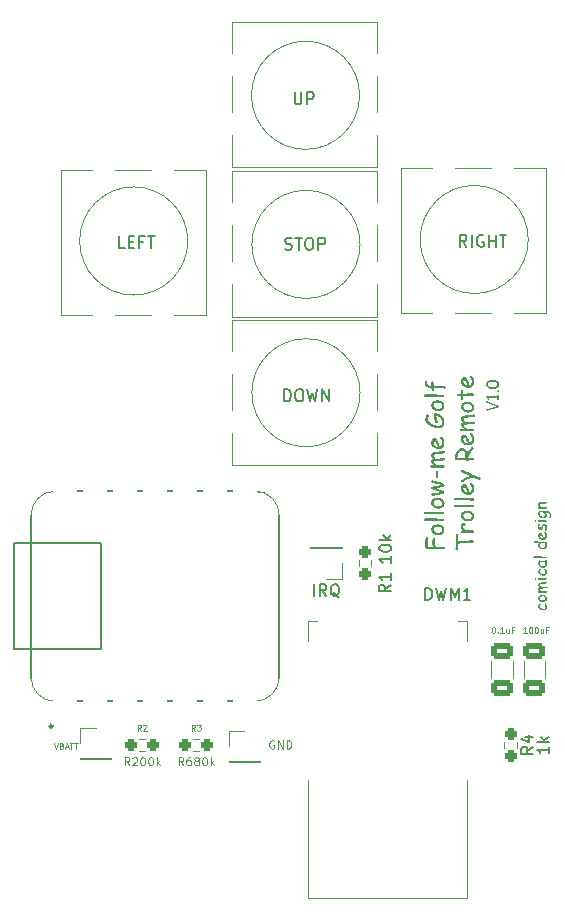
<source format=gto>
%TF.GenerationSoftware,KiCad,Pcbnew,7.0.10*%
%TF.CreationDate,2024-03-22T23:10:46-04:00*%
%TF.ProjectId,Remote PCB,52656d6f-7465-4205-9043-422e6b696361,rev?*%
%TF.SameCoordinates,Original*%
%TF.FileFunction,Legend,Top*%
%TF.FilePolarity,Positive*%
%FSLAX46Y46*%
G04 Gerber Fmt 4.6, Leading zero omitted, Abs format (unit mm)*
G04 Created by KiCad (PCBNEW 7.0.10) date 2024-03-22 23:10:46*
%MOMM*%
%LPD*%
G01*
G04 APERTURE LIST*
G04 Aperture macros list*
%AMRoundRect*
0 Rectangle with rounded corners*
0 $1 Rounding radius*
0 $2 $3 $4 $5 $6 $7 $8 $9 X,Y pos of 4 corners*
0 Add a 4 corners polygon primitive as box body*
4,1,4,$2,$3,$4,$5,$6,$7,$8,$9,$2,$3,0*
0 Add four circle primitives for the rounded corners*
1,1,$1+$1,$2,$3*
1,1,$1+$1,$4,$5*
1,1,$1+$1,$6,$7*
1,1,$1+$1,$8,$9*
0 Add four rect primitives between the rounded corners*
20,1,$1+$1,$2,$3,$4,$5,0*
20,1,$1+$1,$4,$5,$6,$7,0*
20,1,$1+$1,$6,$7,$8,$9,0*
20,1,$1+$1,$8,$9,$2,$3,0*%
G04 Aperture macros list end*
%ADD10C,0.150000*%
%ADD11C,0.200000*%
%ADD12C,0.070000*%
%ADD13C,0.125000*%
%ADD14C,0.100000*%
%ADD15C,0.120000*%
%ADD16C,0.127000*%
%ADD17C,0.254000*%
%ADD18C,0.025400*%
%ADD19RoundRect,0.250000X-0.650000X0.412500X-0.650000X-0.412500X0.650000X-0.412500X0.650000X0.412500X0*%
%ADD20RoundRect,0.237500X-0.250000X-0.237500X0.250000X-0.237500X0.250000X0.237500X-0.250000X0.237500X0*%
%ADD21O,3.048000X1.850000*%
%ADD22R,2.000000X3.000000*%
%ADD23C,1.500000*%
%ADD24R,1.300000X2.300000*%
%ADD25R,3.500000X3.500000*%
%ADD26O,1.850000X3.048000*%
%ADD27R,1.700000X1.700000*%
%ADD28RoundRect,0.237500X-0.237500X0.250000X-0.237500X-0.250000X0.237500X-0.250000X0.237500X0.250000X0*%
%ADD29R,2.450000X1.000000*%
%ADD30R,1.000000X2.450000*%
G04 APERTURE END LIST*
D10*
G36*
X48914964Y-47362896D02*
G01*
X48926739Y-47370727D01*
X48938617Y-47378283D01*
X48950599Y-47385564D01*
X48962683Y-47392571D01*
X48974870Y-47399303D01*
X48987161Y-47405760D01*
X48999554Y-47411943D01*
X49012050Y-47417850D01*
X49024650Y-47423483D01*
X49037352Y-47428841D01*
X49045878Y-47432260D01*
X49199018Y-47484528D01*
X49707043Y-47669420D01*
X49718201Y-47673493D01*
X49729327Y-47677652D01*
X49740420Y-47681897D01*
X49751480Y-47686227D01*
X49762509Y-47690644D01*
X49773504Y-47695146D01*
X49784467Y-47699734D01*
X49795398Y-47704408D01*
X49806297Y-47709168D01*
X49817163Y-47714014D01*
X49827996Y-47718945D01*
X49838797Y-47723963D01*
X49849566Y-47729066D01*
X49860302Y-47734255D01*
X49871006Y-47739530D01*
X49881677Y-47744891D01*
X49887653Y-47753761D01*
X49892393Y-47763885D01*
X49895399Y-47773279D01*
X49897545Y-47783544D01*
X49898833Y-47794679D01*
X49899263Y-47806685D01*
X49898774Y-47819382D01*
X49897309Y-47831094D01*
X49894866Y-47841821D01*
X49891447Y-47851564D01*
X49887050Y-47860323D01*
X49880181Y-47869886D01*
X49871785Y-47877911D01*
X49868000Y-47880690D01*
X49854552Y-47885899D01*
X49840742Y-47891144D01*
X49826567Y-47896426D01*
X49812030Y-47901745D01*
X49797129Y-47907100D01*
X49781864Y-47912492D01*
X49766236Y-47917921D01*
X49750244Y-47923387D01*
X49733889Y-47928889D01*
X49717170Y-47934429D01*
X49700088Y-47940004D01*
X49682642Y-47945617D01*
X49664833Y-47951266D01*
X49646660Y-47956952D01*
X49628124Y-47962675D01*
X49609224Y-47968435D01*
X49589961Y-47974231D01*
X49570334Y-47980064D01*
X49550344Y-47985934D01*
X49529990Y-47991840D01*
X49509273Y-47997783D01*
X49488192Y-48003763D01*
X49466748Y-48009780D01*
X49444940Y-48015833D01*
X49422769Y-48021923D01*
X49400234Y-48028050D01*
X49377336Y-48034213D01*
X49354074Y-48040414D01*
X49330449Y-48046651D01*
X49306460Y-48052924D01*
X49282108Y-48059235D01*
X49257392Y-48065582D01*
X49065418Y-48119804D01*
X49047675Y-48124714D01*
X49030716Y-48129307D01*
X49014542Y-48133583D01*
X48999151Y-48137542D01*
X48984545Y-48141185D01*
X48970724Y-48144511D01*
X48957686Y-48147520D01*
X48945433Y-48150212D01*
X48933964Y-48152588D01*
X48923280Y-48154647D01*
X48913379Y-48156389D01*
X48899999Y-48158408D01*
X48888383Y-48159715D01*
X48878532Y-48160309D01*
X48875641Y-48160348D01*
X48864221Y-48159576D01*
X48853590Y-48157257D01*
X48843750Y-48153393D01*
X48834700Y-48147984D01*
X48826439Y-48141028D01*
X48823861Y-48138367D01*
X48817470Y-48130647D01*
X48811685Y-48120881D01*
X48807699Y-48110298D01*
X48805716Y-48100575D01*
X48805055Y-48090251D01*
X48805948Y-48077821D01*
X48808627Y-48066544D01*
X48813092Y-48056419D01*
X48819343Y-48047447D01*
X48827380Y-48039628D01*
X48837203Y-48032961D01*
X48848812Y-48027446D01*
X48858691Y-48024066D01*
X48862207Y-48023084D01*
X48983596Y-47997683D01*
X49221000Y-47931737D01*
X49237157Y-47927619D01*
X49253173Y-47923507D01*
X49269050Y-47919402D01*
X49284786Y-47915304D01*
X49300382Y-47911213D01*
X49315837Y-47907128D01*
X49331152Y-47903050D01*
X49346327Y-47898978D01*
X49361362Y-47894913D01*
X49376257Y-47890855D01*
X49391011Y-47886804D01*
X49405625Y-47882759D01*
X49420099Y-47878721D01*
X49434432Y-47874689D01*
X49448625Y-47870664D01*
X49462678Y-47866646D01*
X49476591Y-47862635D01*
X49490364Y-47858630D01*
X49503996Y-47854632D01*
X49517488Y-47850641D01*
X49530840Y-47846656D01*
X49544051Y-47842678D01*
X49557123Y-47838707D01*
X49570054Y-47834742D01*
X49582845Y-47830784D01*
X49595495Y-47826833D01*
X49608005Y-47822888D01*
X49620375Y-47818950D01*
X49632605Y-47815019D01*
X49644695Y-47811095D01*
X49656644Y-47807177D01*
X49668453Y-47803265D01*
X49657218Y-47799113D01*
X49150414Y-47614954D01*
X48979444Y-47556580D01*
X48967417Y-47551676D01*
X48955760Y-47546734D01*
X48944473Y-47541754D01*
X48933557Y-47536735D01*
X48923011Y-47531679D01*
X48912834Y-47526584D01*
X48903028Y-47521451D01*
X48893593Y-47516280D01*
X48884527Y-47511071D01*
X48875832Y-47505823D01*
X48867506Y-47500538D01*
X48855713Y-47492538D01*
X48844752Y-47484452D01*
X48834624Y-47476280D01*
X48831433Y-47473538D01*
X48823834Y-47466242D01*
X48817522Y-47458554D01*
X48811649Y-47448808D01*
X48807631Y-47438495D01*
X48805467Y-47427616D01*
X48805055Y-47420048D01*
X48805776Y-47409913D01*
X48807940Y-47400207D01*
X48811546Y-47390931D01*
X48816595Y-47382084D01*
X48823087Y-47373666D01*
X48825571Y-47370956D01*
X48833557Y-47363568D01*
X48842126Y-47357709D01*
X48851279Y-47353379D01*
X48861017Y-47350577D01*
X48871338Y-47349303D01*
X48874908Y-47349218D01*
X48884922Y-47350073D01*
X48894936Y-47352637D01*
X48904950Y-47356912D01*
X48913712Y-47362054D01*
X48914964Y-47362896D01*
G37*
G36*
X49868000Y-46866838D02*
G01*
X49868000Y-47003614D01*
X49867267Y-47139658D01*
X49867160Y-47151236D01*
X49866839Y-47161914D01*
X49866305Y-47171692D01*
X49865337Y-47182647D01*
X49863734Y-47193935D01*
X49861256Y-47204544D01*
X49860428Y-47207069D01*
X49855338Y-47217130D01*
X49848769Y-47225487D01*
X49840722Y-47232138D01*
X49831195Y-47237084D01*
X49820190Y-47240324D01*
X49810321Y-47241688D01*
X49802298Y-47241995D01*
X49788549Y-47241046D01*
X49776152Y-47238200D01*
X49765107Y-47233456D01*
X49755415Y-47226814D01*
X49747075Y-47218275D01*
X49740088Y-47207838D01*
X49734453Y-47195503D01*
X49730170Y-47181270D01*
X49728066Y-47170728D01*
X49726564Y-47159342D01*
X49725662Y-47147113D01*
X49725362Y-47134040D01*
X49726094Y-47101067D01*
X49727316Y-47072979D01*
X49716572Y-47073122D01*
X49704337Y-47073552D01*
X49693476Y-47074101D01*
X49681660Y-47074834D01*
X49668891Y-47075750D01*
X49658688Y-47076557D01*
X49647948Y-47077467D01*
X49636672Y-47078480D01*
X49632794Y-47078841D01*
X49621301Y-47079889D01*
X49610362Y-47080833D01*
X49599978Y-47081675D01*
X49590147Y-47082413D01*
X49577900Y-47083237D01*
X49566638Y-47083879D01*
X49556361Y-47084337D01*
X49544899Y-47084651D01*
X49538760Y-47084703D01*
X49527852Y-47084641D01*
X49516255Y-47084455D01*
X49503970Y-47084145D01*
X49490995Y-47083711D01*
X49477332Y-47083153D01*
X49462980Y-47082470D01*
X49447939Y-47081664D01*
X49432209Y-47080734D01*
X49415791Y-47079680D01*
X49398683Y-47078501D01*
X49380887Y-47077199D01*
X49362402Y-47075773D01*
X49343228Y-47074222D01*
X49333382Y-47073401D01*
X49323365Y-47072548D01*
X49313175Y-47071664D01*
X49302813Y-47070750D01*
X49292279Y-47069804D01*
X49281572Y-47068827D01*
X49271043Y-47067896D01*
X49260673Y-47066996D01*
X49250464Y-47066127D01*
X49240414Y-47065289D01*
X49230524Y-47064483D01*
X49211223Y-47062962D01*
X49192561Y-47061565D01*
X49174538Y-47060292D01*
X49157155Y-47059144D01*
X49140411Y-47058119D01*
X49124307Y-47057218D01*
X49108841Y-47056442D01*
X49094015Y-47055789D01*
X49079828Y-47055260D01*
X49066280Y-47054856D01*
X49053371Y-47054575D01*
X49041102Y-47054419D01*
X49029472Y-47054387D01*
X49023896Y-47054417D01*
X49033361Y-47065666D01*
X49042214Y-47076395D01*
X49050458Y-47086602D01*
X49058090Y-47096289D01*
X49065112Y-47105455D01*
X49071524Y-47114100D01*
X49077324Y-47122224D01*
X49084881Y-47133433D01*
X49091063Y-47143470D01*
X49095872Y-47152335D01*
X49100146Y-47162332D01*
X49102054Y-47171898D01*
X49101315Y-47181907D01*
X49098587Y-47192955D01*
X49093849Y-47203325D01*
X49088187Y-47211674D01*
X49081049Y-47219525D01*
X49072949Y-47226414D01*
X49064402Y-47231878D01*
X49055409Y-47235917D01*
X49045970Y-47238530D01*
X49036084Y-47239718D01*
X49032689Y-47239797D01*
X49022045Y-47238354D01*
X49010721Y-47234025D01*
X49001173Y-47228484D01*
X48991190Y-47221095D01*
X48983417Y-47214342D01*
X48975399Y-47206550D01*
X48967136Y-47197718D01*
X48958629Y-47187848D01*
X48952822Y-47180690D01*
X48945662Y-47170928D01*
X48939631Y-47162976D01*
X48933034Y-47154482D01*
X48925870Y-47145447D01*
X48918139Y-47135872D01*
X48909841Y-47125755D01*
X48900977Y-47115098D01*
X48891546Y-47103899D01*
X48884944Y-47096133D01*
X48878090Y-47088127D01*
X48870984Y-47079880D01*
X48867337Y-47075666D01*
X48859795Y-47068116D01*
X48852739Y-47060611D01*
X48846170Y-47053149D01*
X48837230Y-47042038D01*
X48829384Y-47031027D01*
X48822632Y-47020114D01*
X48816976Y-47009300D01*
X48812414Y-46998584D01*
X48808947Y-46987967D01*
X48806575Y-46977450D01*
X48805298Y-46967030D01*
X48805055Y-46960139D01*
X48805864Y-46949377D01*
X48809150Y-46937943D01*
X48814966Y-46928750D01*
X48823309Y-46921800D01*
X48834181Y-46917091D01*
X48844698Y-46914939D01*
X48856834Y-46914221D01*
X48866805Y-46914550D01*
X48877647Y-46915393D01*
X48888662Y-46916557D01*
X48899238Y-46917871D01*
X48902996Y-46918374D01*
X48913921Y-46919785D01*
X48923799Y-46920904D01*
X48933998Y-46921840D01*
X48943909Y-46922424D01*
X48949158Y-46922526D01*
X48959980Y-46922409D01*
X48971006Y-46922123D01*
X48981427Y-46921753D01*
X48992968Y-46921264D01*
X49003009Y-46920787D01*
X49013767Y-46920234D01*
X49016569Y-46920083D01*
X49027449Y-46919511D01*
X49037620Y-46919015D01*
X49049334Y-46918502D01*
X49059940Y-46918108D01*
X49071203Y-46917793D01*
X49082324Y-46917643D01*
X49083736Y-46917641D01*
X49093617Y-46917706D01*
X49104088Y-46917900D01*
X49115149Y-46918225D01*
X49126799Y-46918679D01*
X49139039Y-46919263D01*
X49151868Y-46919976D01*
X49165287Y-46920820D01*
X49179296Y-46921793D01*
X49193894Y-46922896D01*
X49209082Y-46924129D01*
X49224859Y-46925491D01*
X49241227Y-46926983D01*
X49258183Y-46928605D01*
X49275730Y-46930357D01*
X49293866Y-46932238D01*
X49312591Y-46934249D01*
X49331315Y-46936231D01*
X49349445Y-46938085D01*
X49366982Y-46939811D01*
X49383925Y-46941409D01*
X49400275Y-46942879D01*
X49416032Y-46944221D01*
X49431195Y-46945436D01*
X49445765Y-46946523D01*
X49459741Y-46947481D01*
X49473124Y-46948312D01*
X49485913Y-46949016D01*
X49498109Y-46949591D01*
X49509711Y-46950038D01*
X49520721Y-46950358D01*
X49531136Y-46950550D01*
X49540958Y-46950614D01*
X49550934Y-46950530D01*
X49561444Y-46950278D01*
X49572489Y-46949858D01*
X49584067Y-46949270D01*
X49596180Y-46948515D01*
X49608827Y-46947591D01*
X49618663Y-46946788D01*
X49628800Y-46945891D01*
X49635725Y-46945240D01*
X49646034Y-46944230D01*
X49655986Y-46943305D01*
X49668702Y-46942206D01*
X49680784Y-46941260D01*
X49692233Y-46940466D01*
X49703049Y-46939825D01*
X49713231Y-46939336D01*
X49725067Y-46938941D01*
X49727316Y-46938890D01*
X49726094Y-46866838D01*
X49726807Y-46856383D01*
X49728945Y-46846631D01*
X49733241Y-46836144D01*
X49739477Y-46826616D01*
X49746367Y-46819211D01*
X49754321Y-46812737D01*
X49762979Y-46807602D01*
X49772341Y-46803806D01*
X49782408Y-46801351D01*
X49793178Y-46800234D01*
X49796925Y-46800160D01*
X49808170Y-46800830D01*
X49818643Y-46802839D01*
X49828343Y-46806188D01*
X49837271Y-46810876D01*
X49845425Y-46816904D01*
X49847972Y-46819211D01*
X49854778Y-46826616D01*
X49860939Y-46836144D01*
X49865183Y-46846631D01*
X49867295Y-46856383D01*
X49868000Y-46866838D01*
G37*
G36*
X49930526Y-46536866D02*
G01*
X49929917Y-46547747D01*
X49928093Y-46558104D01*
X49925052Y-46567936D01*
X49920794Y-46577243D01*
X49915320Y-46586025D01*
X49908630Y-46594282D01*
X49905613Y-46597438D01*
X49897553Y-46604545D01*
X49888945Y-46610447D01*
X49879789Y-46615145D01*
X49870083Y-46618638D01*
X49859829Y-46620927D01*
X49849027Y-46622011D01*
X49844552Y-46622107D01*
X49833735Y-46621505D01*
X49823419Y-46619698D01*
X49813604Y-46616687D01*
X49804290Y-46612471D01*
X49795477Y-46607050D01*
X49787165Y-46600426D01*
X49783980Y-46597438D01*
X49776662Y-46589391D01*
X49770585Y-46580818D01*
X49765748Y-46571721D01*
X49762151Y-46562100D01*
X49759794Y-46551953D01*
X49758678Y-46541282D01*
X49758579Y-46536866D01*
X49759199Y-46526126D01*
X49761059Y-46515886D01*
X49764160Y-46506147D01*
X49768501Y-46496910D01*
X49774082Y-46488173D01*
X49780904Y-46479937D01*
X49783980Y-46476782D01*
X49792092Y-46469535D01*
X49800705Y-46463516D01*
X49809819Y-46458725D01*
X49819433Y-46455163D01*
X49829549Y-46452829D01*
X49840165Y-46451724D01*
X49844552Y-46451625D01*
X49855574Y-46452240D01*
X49866047Y-46454082D01*
X49875972Y-46457153D01*
X49885348Y-46461452D01*
X49894176Y-46466980D01*
X49902455Y-46473736D01*
X49905613Y-46476782D01*
X49912790Y-46484818D01*
X49918750Y-46493355D01*
X49923495Y-46502392D01*
X49927022Y-46511931D01*
X49929334Y-46521970D01*
X49930428Y-46532510D01*
X49930526Y-46536866D01*
G37*
G36*
X49302595Y-45562677D02*
G01*
X49321365Y-45562963D01*
X49339835Y-45563440D01*
X49358005Y-45564108D01*
X49375876Y-45564967D01*
X49393447Y-45566016D01*
X49410719Y-45567256D01*
X49427691Y-45568688D01*
X49444363Y-45570309D01*
X49460736Y-45572122D01*
X49476809Y-45574126D01*
X49492583Y-45576320D01*
X49508057Y-45578705D01*
X49523232Y-45581281D01*
X49538107Y-45584048D01*
X49552682Y-45587006D01*
X49566958Y-45590154D01*
X49580934Y-45593493D01*
X49594611Y-45597024D01*
X49607988Y-45600744D01*
X49621065Y-45604656D01*
X49633843Y-45608759D01*
X49646321Y-45613052D01*
X49658500Y-45617536D01*
X49670379Y-45622211D01*
X49681959Y-45627077D01*
X49693239Y-45632133D01*
X49704219Y-45637381D01*
X49714900Y-45642819D01*
X49725282Y-45648448D01*
X49735363Y-45654268D01*
X49745145Y-45660279D01*
X49754627Y-45666465D01*
X49763808Y-45672841D01*
X49772688Y-45679408D01*
X49781267Y-45686165D01*
X49789544Y-45693112D01*
X49797521Y-45700250D01*
X49805197Y-45707578D01*
X49812572Y-45715096D01*
X49819645Y-45722805D01*
X49826418Y-45730704D01*
X49832890Y-45738793D01*
X49839061Y-45747073D01*
X49844930Y-45755543D01*
X49850499Y-45764203D01*
X49855767Y-45773054D01*
X49860733Y-45782095D01*
X49865399Y-45791326D01*
X49869764Y-45800748D01*
X49873827Y-45810360D01*
X49877590Y-45820162D01*
X49881051Y-45830155D01*
X49884212Y-45840338D01*
X49887072Y-45850711D01*
X49889630Y-45861275D01*
X49891888Y-45872029D01*
X49893844Y-45882974D01*
X49895500Y-45894108D01*
X49896855Y-45905434D01*
X49897908Y-45916949D01*
X49898661Y-45928655D01*
X49899112Y-45940551D01*
X49899263Y-45952637D01*
X49899076Y-45965579D01*
X49898517Y-45978301D01*
X49897586Y-45990803D01*
X49896282Y-46003085D01*
X49894606Y-46015147D01*
X49892556Y-46026989D01*
X49890135Y-46038612D01*
X49887340Y-46050014D01*
X49884174Y-46061196D01*
X49880634Y-46072159D01*
X49876722Y-46082902D01*
X49872438Y-46093424D01*
X49867781Y-46103727D01*
X49862751Y-46113810D01*
X49857349Y-46123673D01*
X49851574Y-46133316D01*
X49845427Y-46142739D01*
X49838907Y-46151942D01*
X49832014Y-46160926D01*
X49824749Y-46169689D01*
X49817112Y-46178233D01*
X49809102Y-46186556D01*
X49800719Y-46194660D01*
X49791964Y-46202544D01*
X49782836Y-46210207D01*
X49773335Y-46217651D01*
X49763462Y-46224875D01*
X49753217Y-46231879D01*
X49742599Y-46238664D01*
X49731608Y-46245228D01*
X49720245Y-46251572D01*
X49708509Y-46257697D01*
X49699233Y-46262175D01*
X49689784Y-46266510D01*
X49680163Y-46270704D01*
X49670369Y-46274755D01*
X49660402Y-46278665D01*
X49650263Y-46282432D01*
X49639951Y-46286057D01*
X49629466Y-46289540D01*
X49618808Y-46292880D01*
X49607978Y-46296079D01*
X49596975Y-46299135D01*
X49585800Y-46302050D01*
X49574452Y-46304822D01*
X49562931Y-46307452D01*
X49551237Y-46309939D01*
X49539371Y-46312285D01*
X49527332Y-46314488D01*
X49515120Y-46316550D01*
X49502736Y-46318469D01*
X49490179Y-46320246D01*
X49477449Y-46321881D01*
X49464547Y-46323373D01*
X49451471Y-46324724D01*
X49438224Y-46325932D01*
X49424803Y-46326998D01*
X49411210Y-46327922D01*
X49397444Y-46328704D01*
X49383506Y-46329344D01*
X49369394Y-46329841D01*
X49355111Y-46330197D01*
X49340654Y-46330410D01*
X49326025Y-46330481D01*
X49313633Y-46330388D01*
X49301341Y-46330111D01*
X49289148Y-46329648D01*
X49277054Y-46329000D01*
X49265059Y-46328167D01*
X49253164Y-46327149D01*
X49241368Y-46325946D01*
X49229671Y-46324558D01*
X49218073Y-46322985D01*
X49206575Y-46321226D01*
X49195175Y-46319283D01*
X49183875Y-46317155D01*
X49172674Y-46314841D01*
X49161573Y-46312342D01*
X49150570Y-46309658D01*
X49139667Y-46306789D01*
X49128863Y-46303735D01*
X49118159Y-46300496D01*
X49107553Y-46297072D01*
X49097047Y-46293463D01*
X49086640Y-46289669D01*
X49076332Y-46285689D01*
X49066124Y-46281525D01*
X49056014Y-46277175D01*
X49046004Y-46272640D01*
X49036093Y-46267920D01*
X49026281Y-46263016D01*
X49016569Y-46257926D01*
X49006956Y-46252651D01*
X48997442Y-46247190D01*
X48988027Y-46241545D01*
X48978711Y-46235715D01*
X48968027Y-46228645D01*
X48957683Y-46221417D01*
X48947677Y-46214032D01*
X48938011Y-46206490D01*
X48928683Y-46198790D01*
X48919695Y-46190932D01*
X48911046Y-46182918D01*
X48902737Y-46174746D01*
X48894766Y-46166416D01*
X48887135Y-46157929D01*
X48879842Y-46149285D01*
X48872889Y-46140483D01*
X48866275Y-46131524D01*
X48860001Y-46122407D01*
X48854065Y-46113133D01*
X48848469Y-46103702D01*
X48843212Y-46094113D01*
X48838294Y-46084366D01*
X48833715Y-46074463D01*
X48829475Y-46064401D01*
X48825575Y-46054183D01*
X48822013Y-46043807D01*
X48818791Y-46033273D01*
X48815908Y-46022582D01*
X48813364Y-46011734D01*
X48811160Y-46000728D01*
X48809294Y-45989565D01*
X48807768Y-45978245D01*
X48806581Y-45966767D01*
X48805733Y-45955131D01*
X48805224Y-45943338D01*
X48805069Y-45932365D01*
X48945739Y-45932365D01*
X48946235Y-45948126D01*
X48947723Y-45963472D01*
X48950204Y-45978404D01*
X48953676Y-45992922D01*
X48958141Y-46007026D01*
X48963599Y-46020716D01*
X48970048Y-46033992D01*
X48977490Y-46046854D01*
X48985924Y-46059302D01*
X48995350Y-46071336D01*
X49005769Y-46082955D01*
X49017180Y-46094161D01*
X49029582Y-46104952D01*
X49042978Y-46115330D01*
X49057365Y-46125293D01*
X49072745Y-46134842D01*
X49086144Y-46142414D01*
X49099779Y-46149497D01*
X49113652Y-46156092D01*
X49127760Y-46162198D01*
X49142106Y-46167815D01*
X49156688Y-46172944D01*
X49171507Y-46177585D01*
X49186562Y-46181737D01*
X49201854Y-46185401D01*
X49217382Y-46188576D01*
X49233147Y-46191263D01*
X49249149Y-46193461D01*
X49265388Y-46195170D01*
X49281862Y-46196392D01*
X49298574Y-46197124D01*
X49315522Y-46197369D01*
X49329245Y-46197309D01*
X49342751Y-46197130D01*
X49356043Y-46196832D01*
X49369118Y-46196415D01*
X49381978Y-46195878D01*
X49394623Y-46195222D01*
X49407051Y-46194447D01*
X49419264Y-46193552D01*
X49431262Y-46192539D01*
X49443044Y-46191406D01*
X49454610Y-46190153D01*
X49465961Y-46188782D01*
X49477096Y-46187291D01*
X49488015Y-46185681D01*
X49498719Y-46183952D01*
X49509207Y-46182103D01*
X49519479Y-46180136D01*
X49529536Y-46178049D01*
X49539377Y-46175842D01*
X49549003Y-46173517D01*
X49567608Y-46168508D01*
X49585349Y-46163022D01*
X49602229Y-46157059D01*
X49618246Y-46150619D01*
X49633400Y-46143702D01*
X49647692Y-46136308D01*
X49661120Y-46128407D01*
X49673681Y-46120031D01*
X49685376Y-46111181D01*
X49696205Y-46101854D01*
X49706168Y-46092053D01*
X49715264Y-46081777D01*
X49723494Y-46071025D01*
X49730857Y-46059799D01*
X49737354Y-46048097D01*
X49742985Y-46035920D01*
X49747750Y-46023268D01*
X49751648Y-46010141D01*
X49754680Y-45996539D01*
X49756846Y-45982462D01*
X49758146Y-45967909D01*
X49758579Y-45952882D01*
X49757943Y-45935007D01*
X49756037Y-45917775D01*
X49752860Y-45901187D01*
X49748412Y-45885242D01*
X49742693Y-45869939D01*
X49735704Y-45855280D01*
X49727443Y-45841264D01*
X49717912Y-45827890D01*
X49707110Y-45815160D01*
X49695037Y-45803073D01*
X49681694Y-45791629D01*
X49667079Y-45780828D01*
X49651194Y-45770670D01*
X49634038Y-45761155D01*
X49624983Y-45756638D01*
X49615611Y-45752283D01*
X49605921Y-45748088D01*
X49595913Y-45744054D01*
X49581542Y-45738730D01*
X49566699Y-45733750D01*
X49551385Y-45729113D01*
X49535600Y-45724820D01*
X49519344Y-45720870D01*
X49502616Y-45717264D01*
X49485417Y-45714001D01*
X49467747Y-45711081D01*
X49449605Y-45708505D01*
X49430992Y-45706273D01*
X49411907Y-45704384D01*
X49392352Y-45702838D01*
X49382397Y-45702194D01*
X49372325Y-45701636D01*
X49362135Y-45701164D01*
X49351827Y-45700777D01*
X49341401Y-45700477D01*
X49330857Y-45700262D01*
X49320195Y-45700133D01*
X49309416Y-45700090D01*
X49298118Y-45700147D01*
X49286998Y-45700317D01*
X49276058Y-45700601D01*
X49265296Y-45700998D01*
X49254713Y-45701509D01*
X49244309Y-45702134D01*
X49234084Y-45702872D01*
X49224038Y-45703723D01*
X49214171Y-45704688D01*
X49194973Y-45706959D01*
X49176491Y-45709684D01*
X49158724Y-45712863D01*
X49141673Y-45716496D01*
X49125337Y-45720583D01*
X49109717Y-45725125D01*
X49094812Y-45730120D01*
X49080623Y-45735570D01*
X49067150Y-45741474D01*
X49054392Y-45747832D01*
X49042350Y-45754644D01*
X49036597Y-45758220D01*
X49025594Y-45765684D01*
X49015302Y-45773603D01*
X49005719Y-45781979D01*
X48996846Y-45790811D01*
X48988683Y-45800099D01*
X48981230Y-45809843D01*
X48974487Y-45820043D01*
X48968453Y-45830699D01*
X48963129Y-45841811D01*
X48958515Y-45853379D01*
X48954611Y-45865404D01*
X48951417Y-45877884D01*
X48948933Y-45890820D01*
X48947158Y-45904212D01*
X48946093Y-45918061D01*
X48945739Y-45932365D01*
X48805069Y-45932365D01*
X48805055Y-45931388D01*
X48805205Y-45920185D01*
X48805656Y-45909136D01*
X48806407Y-45898243D01*
X48807459Y-45887505D01*
X48808811Y-45876921D01*
X48810464Y-45866493D01*
X48812418Y-45856220D01*
X48814672Y-45846102D01*
X48817226Y-45836138D01*
X48820081Y-45826330D01*
X48823237Y-45816677D01*
X48826693Y-45807179D01*
X48830450Y-45797836D01*
X48834507Y-45788648D01*
X48838865Y-45779615D01*
X48843523Y-45770737D01*
X48848482Y-45762015D01*
X48853741Y-45753447D01*
X48859301Y-45745034D01*
X48865161Y-45736776D01*
X48871322Y-45728674D01*
X48877784Y-45720726D01*
X48884546Y-45712933D01*
X48891608Y-45705296D01*
X48898971Y-45697813D01*
X48906635Y-45690486D01*
X48914599Y-45683313D01*
X48922864Y-45676296D01*
X48931429Y-45669433D01*
X48940295Y-45662726D01*
X48949461Y-45656173D01*
X48958928Y-45649776D01*
X48967304Y-45644412D01*
X48975795Y-45639217D01*
X48984399Y-45634194D01*
X48993118Y-45629340D01*
X49001950Y-45624657D01*
X49010897Y-45620144D01*
X49019958Y-45615801D01*
X49029132Y-45611629D01*
X49038421Y-45607626D01*
X49047823Y-45603795D01*
X49057340Y-45600133D01*
X49066971Y-45596642D01*
X49076715Y-45593321D01*
X49086574Y-45590170D01*
X49096547Y-45587190D01*
X49106633Y-45584380D01*
X49116834Y-45581740D01*
X49127149Y-45579271D01*
X49137578Y-45576972D01*
X49148120Y-45574843D01*
X49158777Y-45572885D01*
X49169548Y-45571097D01*
X49180433Y-45569479D01*
X49191432Y-45568031D01*
X49202544Y-45566754D01*
X49213771Y-45565647D01*
X49225112Y-45564710D01*
X49236567Y-45563944D01*
X49248136Y-45563348D01*
X49259819Y-45562922D01*
X49271615Y-45562667D01*
X49283526Y-45562581D01*
X49302595Y-45562677D01*
G37*
G36*
X53963263Y-64745068D02*
G01*
X53962940Y-64762501D01*
X53961973Y-64779567D01*
X53960360Y-64796267D01*
X53958103Y-64812601D01*
X53955201Y-64828568D01*
X53951653Y-64844169D01*
X53947461Y-64859404D01*
X53942624Y-64874272D01*
X53937142Y-64888774D01*
X53931015Y-64902910D01*
X53924243Y-64916679D01*
X53916826Y-64930082D01*
X53908764Y-64943118D01*
X53900057Y-64955788D01*
X53890705Y-64968092D01*
X53880709Y-64980030D01*
X53869655Y-64992008D01*
X53858169Y-65003213D01*
X53846253Y-65013646D01*
X53833905Y-65023306D01*
X53821127Y-65032193D01*
X53807917Y-65040308D01*
X53794275Y-65047649D01*
X53780203Y-65054218D01*
X53765699Y-65060014D01*
X53750764Y-65065037D01*
X53735397Y-65069288D01*
X53719600Y-65072765D01*
X53703371Y-65075470D01*
X53686711Y-65077402D01*
X53669620Y-65078561D01*
X53652097Y-65078948D01*
X53635150Y-65078585D01*
X53618136Y-65077498D01*
X53601055Y-65075685D01*
X53583908Y-65073147D01*
X53566693Y-65069884D01*
X53549412Y-65065896D01*
X53532064Y-65061183D01*
X53514650Y-65055745D01*
X53497168Y-65049581D01*
X53479620Y-65042693D01*
X53462005Y-65035080D01*
X53444323Y-65026741D01*
X53435457Y-65022300D01*
X53426574Y-65017677D01*
X53417675Y-65012873D01*
X53408759Y-65007888D01*
X53399826Y-65002722D01*
X53390877Y-64997375D01*
X53381910Y-64991846D01*
X53372928Y-64986136D01*
X53363085Y-64979668D01*
X53353555Y-64973150D01*
X53344338Y-64966580D01*
X53335433Y-64959960D01*
X53326840Y-64953288D01*
X53318560Y-64946565D01*
X53310592Y-64939792D01*
X53302937Y-64932967D01*
X53295594Y-64926091D01*
X53288564Y-64919164D01*
X53275440Y-64905158D01*
X53263567Y-64890947D01*
X53252943Y-64876532D01*
X53243570Y-64861912D01*
X53235446Y-64847089D01*
X53228572Y-64832061D01*
X53222947Y-64816829D01*
X53218573Y-64801394D01*
X53215448Y-64785753D01*
X53213573Y-64769909D01*
X53212949Y-64753861D01*
X53213234Y-64741125D01*
X53214091Y-64728106D01*
X53215518Y-64714804D01*
X53217517Y-64701219D01*
X53220086Y-64687350D01*
X53223227Y-64673198D01*
X53225638Y-64663605D01*
X53228302Y-64653887D01*
X53231221Y-64644043D01*
X53234393Y-64634073D01*
X53237819Y-64623977D01*
X53241499Y-64613755D01*
X53245433Y-64603407D01*
X53250726Y-64590689D01*
X53256164Y-64578792D01*
X53261748Y-64567715D01*
X53267476Y-64557459D01*
X53273349Y-64548023D01*
X53279367Y-64539408D01*
X53285531Y-64531613D01*
X53295048Y-64521459D01*
X53304891Y-64513152D01*
X53315060Y-64506690D01*
X53325556Y-64502075D01*
X53336378Y-64499306D01*
X53347526Y-64498383D01*
X53357395Y-64498992D01*
X53368388Y-64501245D01*
X53378820Y-64505157D01*
X53388691Y-64510728D01*
X53395398Y-64515724D01*
X53403487Y-64523601D01*
X53409590Y-64532273D01*
X53413705Y-64541740D01*
X53415834Y-64552002D01*
X53416159Y-64558222D01*
X53415289Y-64568964D01*
X53412681Y-64578933D01*
X53408334Y-64588129D01*
X53405168Y-64592905D01*
X53398906Y-64601071D01*
X53392760Y-64609082D01*
X53386730Y-64616939D01*
X53383430Y-64621237D01*
X53376446Y-64632178D01*
X53371819Y-64641441D01*
X53367716Y-64651610D01*
X53364137Y-64662684D01*
X53361082Y-64674665D01*
X53358550Y-64687551D01*
X53356542Y-64701344D01*
X53355058Y-64716042D01*
X53354360Y-64726344D01*
X53353894Y-64737049D01*
X53353662Y-64748156D01*
X53353632Y-64753861D01*
X53354633Y-64766991D01*
X53357634Y-64780096D01*
X53362636Y-64793175D01*
X53367082Y-64801880D01*
X53372417Y-64810573D01*
X53378641Y-64819255D01*
X53385755Y-64827926D01*
X53393757Y-64836585D01*
X53402649Y-64845233D01*
X53412431Y-64853869D01*
X53423101Y-64862494D01*
X53434660Y-64871107D01*
X53447109Y-64879709D01*
X53460447Y-64888300D01*
X53467450Y-64892591D01*
X53480377Y-64900162D01*
X53493087Y-64907245D01*
X53505580Y-64913840D01*
X53517855Y-64919946D01*
X53529913Y-64925563D01*
X53541753Y-64930692D01*
X53553375Y-64935333D01*
X53564780Y-64939485D01*
X53575968Y-64943149D01*
X53586938Y-64946324D01*
X53597690Y-64949011D01*
X53608225Y-64951209D01*
X53618542Y-64952919D01*
X53628642Y-64954140D01*
X53638525Y-64954872D01*
X53648189Y-64955117D01*
X53658371Y-64954875D01*
X53668278Y-64954151D01*
X53682624Y-64952160D01*
X53696351Y-64949082D01*
X53709460Y-64944918D01*
X53721951Y-64939668D01*
X53733823Y-64933332D01*
X53745077Y-64925910D01*
X53755713Y-64917401D01*
X53765731Y-64907806D01*
X53775131Y-64897125D01*
X53778127Y-64893323D01*
X53786071Y-64882226D01*
X53793233Y-64870549D01*
X53799615Y-64858292D01*
X53805215Y-64845456D01*
X53810033Y-64832040D01*
X53814070Y-64818044D01*
X53816328Y-64808392D01*
X53818238Y-64798482D01*
X53819800Y-64788314D01*
X53821016Y-64777889D01*
X53821884Y-64767206D01*
X53822405Y-64756266D01*
X53822579Y-64745068D01*
X53822224Y-64734665D01*
X53821159Y-64724094D01*
X53819384Y-64713354D01*
X53816900Y-64702448D01*
X53813706Y-64691373D01*
X53809802Y-64680130D01*
X53805188Y-64668719D01*
X53799864Y-64657140D01*
X53755900Y-64577517D01*
X53750878Y-64567885D01*
X53746943Y-64558837D01*
X53744466Y-64549110D01*
X53744421Y-64547964D01*
X53745461Y-64537178D01*
X53748582Y-64527047D01*
X53753783Y-64517570D01*
X53761064Y-64508748D01*
X53766159Y-64504000D01*
X53774450Y-64497692D01*
X53783206Y-64492689D01*
X53792425Y-64488991D01*
X53802108Y-64486598D01*
X53812255Y-64485510D01*
X53815740Y-64485438D01*
X53825739Y-64486367D01*
X53835678Y-64489156D01*
X53845557Y-64493803D01*
X53855376Y-64500310D01*
X53865135Y-64508675D01*
X53874833Y-64518900D01*
X53881266Y-64526749D01*
X53887671Y-64535425D01*
X53894050Y-64544926D01*
X53900402Y-64555254D01*
X53906728Y-64566408D01*
X53913027Y-64578388D01*
X53919299Y-64591195D01*
X53924623Y-64602672D01*
X53929603Y-64613902D01*
X53934240Y-64624883D01*
X53938533Y-64635617D01*
X53942483Y-64646102D01*
X53946089Y-64656339D01*
X53949352Y-64666328D01*
X53952272Y-64676069D01*
X53954848Y-64685562D01*
X53958068Y-64699337D01*
X53960515Y-64712553D01*
X53962189Y-64725211D01*
X53963091Y-64737311D01*
X53963263Y-64745068D01*
G37*
G36*
X53582000Y-63766387D02*
G01*
X53600816Y-63766927D01*
X53619285Y-63768058D01*
X53637406Y-63769781D01*
X53655181Y-63772096D01*
X53672608Y-63775002D01*
X53689688Y-63778500D01*
X53706420Y-63782589D01*
X53722806Y-63787270D01*
X53738843Y-63792542D01*
X53754534Y-63798406D01*
X53769878Y-63804861D01*
X53784874Y-63811908D01*
X53799523Y-63819546D01*
X53813824Y-63827776D01*
X53827778Y-63836597D01*
X53841385Y-63846010D01*
X53856144Y-63857224D01*
X53869950Y-63868885D01*
X53882805Y-63880992D01*
X53894707Y-63893546D01*
X53905657Y-63906546D01*
X53915654Y-63919993D01*
X53924700Y-63933886D01*
X53932793Y-63948226D01*
X53939935Y-63963012D01*
X53946124Y-63978245D01*
X53951361Y-63993924D01*
X53955645Y-64010050D01*
X53958978Y-64026622D01*
X53961358Y-64043641D01*
X53962787Y-64061106D01*
X53963263Y-64079018D01*
X53962931Y-64093303D01*
X53961935Y-64107338D01*
X53960274Y-64121124D01*
X53957950Y-64134659D01*
X53954962Y-64147945D01*
X53951310Y-64160980D01*
X53946994Y-64173766D01*
X53942013Y-64186301D01*
X53936369Y-64198587D01*
X53930061Y-64210623D01*
X53923088Y-64222408D01*
X53915452Y-64233944D01*
X53907152Y-64245230D01*
X53898187Y-64256265D01*
X53888559Y-64267051D01*
X53878266Y-64277587D01*
X53866227Y-64288816D01*
X53853678Y-64299359D01*
X53840619Y-64309217D01*
X53827051Y-64318391D01*
X53812974Y-64326879D01*
X53798387Y-64334683D01*
X53783291Y-64341801D01*
X53767685Y-64348234D01*
X53751570Y-64353983D01*
X53734945Y-64359046D01*
X53717811Y-64363424D01*
X53700167Y-64367117D01*
X53682014Y-64370126D01*
X53663351Y-64372449D01*
X53644179Y-64374087D01*
X53634402Y-64374649D01*
X53624498Y-64375040D01*
X53605287Y-64375192D01*
X53586365Y-64374670D01*
X53567734Y-64373474D01*
X53549393Y-64371605D01*
X53531342Y-64369063D01*
X53513581Y-64365847D01*
X53496110Y-64361957D01*
X53478929Y-64357393D01*
X53462038Y-64352157D01*
X53445437Y-64346246D01*
X53429126Y-64339662D01*
X53413106Y-64332404D01*
X53397375Y-64324473D01*
X53381934Y-64315868D01*
X53366783Y-64306590D01*
X53351923Y-64296638D01*
X53343373Y-64290565D01*
X53335094Y-64284343D01*
X53327087Y-64277973D01*
X53319351Y-64271454D01*
X53311886Y-64264787D01*
X53304693Y-64257972D01*
X53297772Y-64251009D01*
X53284743Y-64236637D01*
X53272800Y-64221671D01*
X53261942Y-64206112D01*
X53252171Y-64189959D01*
X53243485Y-64173214D01*
X53235885Y-64155874D01*
X53229370Y-64137941D01*
X53223942Y-64119415D01*
X53219599Y-64100296D01*
X53217834Y-64090513D01*
X53216341Y-64080583D01*
X53215120Y-64070503D01*
X53214170Y-64060276D01*
X53213491Y-64049900D01*
X53213084Y-64039376D01*
X53213063Y-64037741D01*
X53353632Y-64037741D01*
X53353946Y-64050175D01*
X53355010Y-64062260D01*
X53356824Y-64073996D01*
X53359387Y-64085383D01*
X53362701Y-64096421D01*
X53366764Y-64107109D01*
X53371578Y-64117449D01*
X53377141Y-64127439D01*
X53383454Y-64137080D01*
X53390517Y-64146371D01*
X53398330Y-64155314D01*
X53406893Y-64163907D01*
X53416205Y-64172151D01*
X53426268Y-64180046D01*
X53437080Y-64187592D01*
X53448643Y-64194789D01*
X53458314Y-64200201D01*
X53468156Y-64205264D01*
X53478167Y-64209979D01*
X53488348Y-64214343D01*
X53498698Y-64218359D01*
X53509219Y-64222026D01*
X53519909Y-64225343D01*
X53530770Y-64228311D01*
X53541800Y-64230930D01*
X53552999Y-64233200D01*
X53564369Y-64235120D01*
X53575909Y-64236692D01*
X53587618Y-64237914D01*
X53599497Y-64238787D01*
X53611546Y-64239311D01*
X53623765Y-64239485D01*
X53635899Y-64239273D01*
X53647693Y-64238638D01*
X53659148Y-64237579D01*
X53670263Y-64236096D01*
X53681038Y-64234190D01*
X53691474Y-64231860D01*
X53701570Y-64229107D01*
X53711326Y-64225930D01*
X53720743Y-64222329D01*
X53729820Y-64218305D01*
X53738557Y-64213857D01*
X53751027Y-64206391D01*
X53762732Y-64197972D01*
X53773672Y-64188599D01*
X53777150Y-64185263D01*
X53785268Y-64176608D01*
X53792588Y-64167678D01*
X53799110Y-64158473D01*
X53804833Y-64148993D01*
X53809757Y-64139239D01*
X53813883Y-64129210D01*
X53817211Y-64118906D01*
X53819739Y-64108327D01*
X53821470Y-64097473D01*
X53822401Y-64086345D01*
X53822579Y-64078773D01*
X53822126Y-64065575D01*
X53820767Y-64052724D01*
X53818502Y-64040221D01*
X53815332Y-64028066D01*
X53811255Y-64016259D01*
X53806273Y-64004799D01*
X53800384Y-63993687D01*
X53793590Y-63982923D01*
X53785890Y-63972507D01*
X53777284Y-63962438D01*
X53771043Y-63955919D01*
X53763744Y-63948837D01*
X53756133Y-63942184D01*
X53748212Y-63935961D01*
X53739979Y-63930167D01*
X53731435Y-63924802D01*
X53722580Y-63919867D01*
X53713415Y-63915361D01*
X53703938Y-63911284D01*
X53694150Y-63907636D01*
X53684051Y-63904418D01*
X53673641Y-63901630D01*
X53662920Y-63899270D01*
X53651888Y-63897340D01*
X53640545Y-63895839D01*
X53628891Y-63894768D01*
X53616926Y-63894126D01*
X53600772Y-63893675D01*
X53585129Y-63893542D01*
X53569997Y-63893728D01*
X53555377Y-63894233D01*
X53541268Y-63895056D01*
X53527671Y-63896198D01*
X53514585Y-63897659D01*
X53502010Y-63899438D01*
X53489947Y-63901536D01*
X53478395Y-63903953D01*
X53467354Y-63906688D01*
X53456825Y-63909742D01*
X53446807Y-63913115D01*
X53437301Y-63916806D01*
X53428306Y-63920816D01*
X53411850Y-63929792D01*
X53397440Y-63940043D01*
X53385075Y-63951568D01*
X53374756Y-63964368D01*
X53366482Y-63978442D01*
X53360254Y-63993791D01*
X53356071Y-64010415D01*
X53353934Y-64028313D01*
X53353632Y-64037741D01*
X53213063Y-64037741D01*
X53212949Y-64028704D01*
X53213438Y-64011805D01*
X53214906Y-63995426D01*
X53217354Y-63979565D01*
X53220780Y-63964224D01*
X53225185Y-63949401D01*
X53230568Y-63935098D01*
X53236931Y-63921313D01*
X53244273Y-63908048D01*
X53252593Y-63895301D01*
X53261893Y-63883074D01*
X53272171Y-63871365D01*
X53283428Y-63860176D01*
X53295664Y-63849506D01*
X53308879Y-63839354D01*
X53323073Y-63829722D01*
X53338245Y-63820609D01*
X53351076Y-63813785D01*
X53364226Y-63807420D01*
X53377698Y-63801512D01*
X53391490Y-63796062D01*
X53405603Y-63791071D01*
X53420036Y-63786537D01*
X53434790Y-63782461D01*
X53449864Y-63778843D01*
X53465259Y-63775683D01*
X53480975Y-63772981D01*
X53497011Y-63770737D01*
X53513367Y-63768951D01*
X53530044Y-63767623D01*
X53547042Y-63766753D01*
X53564361Y-63766341D01*
X53582000Y-63766387D01*
G37*
G36*
X53994526Y-62728355D02*
G01*
X53994000Y-62738521D01*
X53991662Y-62750795D01*
X53987455Y-62761602D01*
X53981377Y-62770945D01*
X53973430Y-62778821D01*
X53963612Y-62785233D01*
X53951925Y-62790179D01*
X53941932Y-62792926D01*
X53934686Y-62794300D01*
X53924980Y-62795856D01*
X53914792Y-62797411D01*
X53904121Y-62798963D01*
X53892966Y-62800513D01*
X53881330Y-62802062D01*
X53869210Y-62803608D01*
X53856608Y-62805153D01*
X53843523Y-62806696D01*
X53829955Y-62808236D01*
X53815904Y-62809775D01*
X53801371Y-62811312D01*
X53786354Y-62812847D01*
X53770856Y-62814381D01*
X53754874Y-62815912D01*
X53738409Y-62817441D01*
X53721462Y-62818969D01*
X53508238Y-62842416D01*
X53496423Y-62844275D01*
X53484669Y-62846431D01*
X53472976Y-62848885D01*
X53461344Y-62851636D01*
X53449773Y-62854685D01*
X53438263Y-62858032D01*
X53426814Y-62861677D01*
X53415426Y-62865619D01*
X53404383Y-62870052D01*
X53394426Y-62874558D01*
X53385555Y-62879137D01*
X53375417Y-62885355D01*
X53367210Y-62891704D01*
X53359667Y-62899822D01*
X53354598Y-62909831D01*
X53353632Y-62916666D01*
X53355127Y-62927737D01*
X53358654Y-62939324D01*
X53362970Y-62950140D01*
X53367079Y-62959153D01*
X53371935Y-62968939D01*
X53377538Y-62979497D01*
X53383888Y-62990829D01*
X53390984Y-63002933D01*
X53396131Y-63011432D01*
X53403323Y-63023398D01*
X53410244Y-63034565D01*
X53416895Y-63044933D01*
X53423276Y-63054503D01*
X53429386Y-63063274D01*
X53435226Y-63071247D01*
X53442591Y-63080635D01*
X53449476Y-63088603D01*
X53457405Y-63096567D01*
X53458901Y-63097894D01*
X53470806Y-63097989D01*
X53482706Y-63097997D01*
X53494602Y-63097920D01*
X53506494Y-63097757D01*
X53518382Y-63097508D01*
X53530265Y-63097173D01*
X53542144Y-63096752D01*
X53554018Y-63096245D01*
X53565889Y-63095653D01*
X53577755Y-63094975D01*
X53585663Y-63094475D01*
X53765914Y-63073714D01*
X53779082Y-63072147D01*
X53791961Y-63070680D01*
X53804551Y-63069315D01*
X53816854Y-63068051D01*
X53828869Y-63066888D01*
X53840595Y-63065826D01*
X53852034Y-63064865D01*
X53863184Y-63064005D01*
X53874046Y-63063247D01*
X53884620Y-63062590D01*
X53894906Y-63062033D01*
X53904904Y-63061578D01*
X53919360Y-63061085D01*
X53933168Y-63060820D01*
X53942013Y-63060769D01*
X53952810Y-63061439D01*
X53962850Y-63063448D01*
X53972135Y-63066797D01*
X53982013Y-63072397D01*
X53989661Y-63078648D01*
X53990862Y-63079820D01*
X53997419Y-63087250D01*
X54003355Y-63096874D01*
X54007444Y-63107526D01*
X54009479Y-63117476D01*
X54010157Y-63128180D01*
X54009487Y-63138894D01*
X54007478Y-63148868D01*
X54004129Y-63158105D01*
X53998529Y-63167947D01*
X53992278Y-63175584D01*
X53991106Y-63176785D01*
X53983593Y-63183176D01*
X53973894Y-63188961D01*
X53964781Y-63192487D01*
X53954929Y-63194691D01*
X53944339Y-63195573D01*
X53942502Y-63195591D01*
X53932094Y-63195657D01*
X53921081Y-63195855D01*
X53909463Y-63196184D01*
X53897241Y-63196645D01*
X53884413Y-63197237D01*
X53870981Y-63197961D01*
X53856943Y-63198817D01*
X53842301Y-63199804D01*
X53827054Y-63200924D01*
X53811202Y-63202174D01*
X53794746Y-63203557D01*
X53777684Y-63205071D01*
X53760017Y-63206717D01*
X53741746Y-63208494D01*
X53722869Y-63210403D01*
X53703388Y-63212444D01*
X53693572Y-63213466D01*
X53674391Y-63215412D01*
X53655813Y-63217229D01*
X53637839Y-63218916D01*
X53620467Y-63220473D01*
X53603698Y-63221900D01*
X53587532Y-63223197D01*
X53571969Y-63224365D01*
X53557009Y-63225403D01*
X53542653Y-63226311D01*
X53528899Y-63227090D01*
X53515748Y-63227739D01*
X53503200Y-63228258D01*
X53491255Y-63228647D01*
X53479913Y-63228907D01*
X53469174Y-63229036D01*
X53464030Y-63229053D01*
X53451024Y-63229233D01*
X53438568Y-63229774D01*
X53426661Y-63230675D01*
X53415304Y-63231938D01*
X53404496Y-63233561D01*
X53394238Y-63235544D01*
X53384529Y-63237888D01*
X53372439Y-63241575D01*
X53361326Y-63245902D01*
X53353632Y-63249569D01*
X53357899Y-63258645D01*
X53362637Y-63267738D01*
X53367848Y-63276849D01*
X53373531Y-63285976D01*
X53379686Y-63295121D01*
X53386313Y-63304283D01*
X53393413Y-63313462D01*
X53400985Y-63322659D01*
X53409029Y-63331872D01*
X53417546Y-63341103D01*
X53423486Y-63347266D01*
X53512146Y-63428355D01*
X53520832Y-63434674D01*
X53529459Y-63441557D01*
X53537616Y-63448460D01*
X53544952Y-63454922D01*
X53552776Y-63462027D01*
X53554400Y-63463526D01*
X53565074Y-63463644D01*
X53576947Y-63463999D01*
X53590018Y-63464590D01*
X53600607Y-63465189D01*
X53611871Y-63465921D01*
X53623808Y-63466786D01*
X53636420Y-63467785D01*
X53649706Y-63468916D01*
X53663665Y-63470180D01*
X53673346Y-63471097D01*
X53687688Y-63472450D01*
X53701313Y-63473670D01*
X53714221Y-63474757D01*
X53726412Y-63475711D01*
X53737886Y-63476532D01*
X53748643Y-63477219D01*
X53758683Y-63477774D01*
X53770954Y-63478306D01*
X53781951Y-63478602D01*
X53789362Y-63478669D01*
X53800490Y-63478257D01*
X53811855Y-63477220D01*
X53822806Y-63475829D01*
X53832784Y-63474315D01*
X53843538Y-63472480D01*
X53845782Y-63472074D01*
X53856589Y-63470174D01*
X53866418Y-63468597D01*
X53876923Y-63467128D01*
X53887398Y-63466001D01*
X53898050Y-63465480D01*
X53908090Y-63466218D01*
X53919023Y-63468946D01*
X53929114Y-63473685D01*
X53937094Y-63479346D01*
X53944456Y-63486484D01*
X53950847Y-63494610D01*
X53955916Y-63503234D01*
X53959663Y-63512356D01*
X53962087Y-63521976D01*
X53963189Y-63532094D01*
X53963263Y-63535577D01*
X53961711Y-63549458D01*
X53957054Y-63561973D01*
X53949294Y-63573122D01*
X53938430Y-63582907D01*
X53929463Y-63588672D01*
X53919116Y-63593829D01*
X53907389Y-63598380D01*
X53894283Y-63602324D01*
X53879797Y-63605662D01*
X53863932Y-63608392D01*
X53846687Y-63610516D01*
X53828063Y-63612033D01*
X53818233Y-63612564D01*
X53808059Y-63612943D01*
X53797539Y-63613171D01*
X53786675Y-63613247D01*
X53775783Y-63613128D01*
X53763625Y-63612773D01*
X53753674Y-63612352D01*
X53743011Y-63611797D01*
X53731635Y-63611110D01*
X53719546Y-63610289D01*
X53706745Y-63609335D01*
X53693231Y-63608248D01*
X53679004Y-63607028D01*
X53669124Y-63606141D01*
X53664065Y-63605675D01*
X53653996Y-63604758D01*
X53644243Y-63603900D01*
X53630208Y-63602725D01*
X53616886Y-63601682D01*
X53604277Y-63600773D01*
X53592380Y-63599996D01*
X53581196Y-63599353D01*
X53570724Y-63598843D01*
X53557871Y-63598370D01*
X53546285Y-63598133D01*
X53540967Y-63598103D01*
X53528706Y-63598264D01*
X53517617Y-63598625D01*
X53505392Y-63599192D01*
X53495476Y-63599752D01*
X53484921Y-63600428D01*
X53473726Y-63601220D01*
X53461892Y-63602128D01*
X53449418Y-63603152D01*
X53436304Y-63604292D01*
X53431790Y-63604698D01*
X53418456Y-63605833D01*
X53405750Y-63606856D01*
X53393670Y-63607768D01*
X53382216Y-63608568D01*
X53371390Y-63609256D01*
X53361191Y-63609833D01*
X53348566Y-63610428D01*
X53337056Y-63610825D01*
X53326661Y-63611024D01*
X53321881Y-63611048D01*
X53303011Y-63610775D01*
X53285359Y-63609953D01*
X53268924Y-63608584D01*
X53253707Y-63606667D01*
X53239707Y-63604203D01*
X53226924Y-63601191D01*
X53215359Y-63597631D01*
X53205011Y-63593524D01*
X53195880Y-63588869D01*
X53184467Y-63580860D01*
X53175793Y-63571618D01*
X53169858Y-63561145D01*
X53166663Y-63549439D01*
X53166054Y-63540951D01*
X53167059Y-63531039D01*
X53170072Y-63521453D01*
X53175096Y-63512194D01*
X53182128Y-63503261D01*
X53189523Y-63496066D01*
X53194630Y-63491858D01*
X53203537Y-63485455D01*
X53212395Y-63480137D01*
X53221206Y-63475905D01*
X53231716Y-63472258D01*
X53242158Y-63470174D01*
X53250806Y-63469632D01*
X53261437Y-63470036D01*
X53271345Y-63470837D01*
X53281516Y-63471889D01*
X53291351Y-63473051D01*
X53301154Y-63474213D01*
X53311440Y-63475265D01*
X53321679Y-63476066D01*
X53332203Y-63476467D01*
X53333116Y-63476471D01*
X53405412Y-63475005D01*
X53396278Y-63470416D01*
X53387254Y-63465564D01*
X53378341Y-63460448D01*
X53369539Y-63455069D01*
X53360847Y-63449426D01*
X53352266Y-63443521D01*
X53343796Y-63437352D01*
X53335436Y-63430919D01*
X53327187Y-63424224D01*
X53319049Y-63417265D01*
X53311022Y-63410042D01*
X53303105Y-63402557D01*
X53295298Y-63394808D01*
X53287603Y-63386795D01*
X53280018Y-63378520D01*
X53272544Y-63369981D01*
X53265327Y-63361390D01*
X53258576Y-63352960D01*
X53252291Y-63344690D01*
X53246471Y-63336580D01*
X53238614Y-63324717D01*
X53231805Y-63313213D01*
X53226043Y-63302071D01*
X53221329Y-63291289D01*
X53217663Y-63280867D01*
X53215044Y-63270807D01*
X53213472Y-63261107D01*
X53212949Y-63251767D01*
X53213341Y-63238566D01*
X53214517Y-63225889D01*
X53216478Y-63213737D01*
X53219223Y-63202109D01*
X53222752Y-63191007D01*
X53227065Y-63180429D01*
X53232163Y-63170376D01*
X53238045Y-63160848D01*
X53244711Y-63151844D01*
X53252161Y-63143365D01*
X53260396Y-63135411D01*
X53269414Y-63127982D01*
X53279218Y-63121077D01*
X53289805Y-63114697D01*
X53301177Y-63108842D01*
X53313332Y-63103512D01*
X53304163Y-63096289D01*
X53295432Y-63088817D01*
X53287139Y-63081096D01*
X53279283Y-63073126D01*
X53271866Y-63064908D01*
X53264886Y-63056440D01*
X53258345Y-63047723D01*
X53252241Y-63038757D01*
X53246575Y-63029542D01*
X53241348Y-63020078D01*
X53238106Y-63013630D01*
X53233610Y-63003697D01*
X53229556Y-62993497D01*
X53225945Y-62983032D01*
X53222776Y-62972300D01*
X53220049Y-62961302D01*
X53217764Y-62950038D01*
X53215921Y-62938507D01*
X53214521Y-62926710D01*
X53213563Y-62914648D01*
X53213047Y-62902319D01*
X53212949Y-62893951D01*
X53213435Y-62879916D01*
X53214895Y-62866447D01*
X53217328Y-62853545D01*
X53220734Y-62841210D01*
X53225113Y-62829442D01*
X53230465Y-62818240D01*
X53236791Y-62807605D01*
X53244090Y-62797536D01*
X53252361Y-62788035D01*
X53261606Y-62779100D01*
X53271824Y-62770732D01*
X53283016Y-62762930D01*
X53295180Y-62755696D01*
X53308318Y-62749028D01*
X53322429Y-62742926D01*
X53337512Y-62737392D01*
X53348822Y-62734516D01*
X53358991Y-62732522D01*
X53371697Y-62730326D01*
X53381577Y-62728750D01*
X53392585Y-62727084D01*
X53404721Y-62725329D01*
X53417984Y-62723483D01*
X53432376Y-62721549D01*
X53447895Y-62719524D01*
X53464541Y-62717410D01*
X53482316Y-62715206D01*
X53501218Y-62712912D01*
X53511092Y-62711732D01*
X53521248Y-62710529D01*
X53531685Y-62709304D01*
X53547202Y-62706849D01*
X53563952Y-62704308D01*
X53581937Y-62701682D01*
X53601157Y-62698969D01*
X53611230Y-62697581D01*
X53621612Y-62696171D01*
X53632302Y-62694740D01*
X53643301Y-62693287D01*
X53654608Y-62691812D01*
X53666224Y-62690317D01*
X53678149Y-62688800D01*
X53690382Y-62687261D01*
X53702924Y-62685701D01*
X53715775Y-62684119D01*
X53728934Y-62682516D01*
X53742402Y-62680891D01*
X53756179Y-62679245D01*
X53770264Y-62677578D01*
X53784658Y-62675889D01*
X53799360Y-62674179D01*
X53814372Y-62672447D01*
X53829691Y-62670693D01*
X53845320Y-62668919D01*
X53861257Y-62667122D01*
X53877503Y-62665305D01*
X53894057Y-62663465D01*
X53910920Y-62661605D01*
X53928092Y-62659722D01*
X53938149Y-62659705D01*
X53949146Y-62661726D01*
X53959347Y-62665943D01*
X53968754Y-62672358D01*
X53974986Y-62678285D01*
X53981627Y-62686296D01*
X53986893Y-62694943D01*
X53990786Y-62704225D01*
X53993304Y-62714143D01*
X53994449Y-62724696D01*
X53994526Y-62728355D01*
G37*
G36*
X53041002Y-62382263D02*
G01*
X53040501Y-62392352D01*
X53038998Y-62402012D01*
X53035872Y-62413037D01*
X53031304Y-62423444D01*
X53025294Y-62433233D01*
X53020485Y-62439415D01*
X53012408Y-62447550D01*
X53003747Y-62454001D01*
X52994502Y-62458770D01*
X52984673Y-62461855D01*
X52974260Y-62463258D01*
X52970660Y-62463351D01*
X52960061Y-62462510D01*
X52950063Y-62459985D01*
X52940666Y-62455778D01*
X52931871Y-62449887D01*
X52923676Y-62442314D01*
X52921078Y-62439415D01*
X52915098Y-62431644D01*
X52909259Y-62421753D01*
X52904879Y-62411243D01*
X52901960Y-62400114D01*
X52900642Y-62390368D01*
X52900318Y-62382263D01*
X52900825Y-62372185D01*
X52902771Y-62360691D01*
X52906177Y-62349848D01*
X52911043Y-62339659D01*
X52917368Y-62330122D01*
X52921078Y-62325598D01*
X52929073Y-62317547D01*
X52937668Y-62311161D01*
X52946864Y-62306441D01*
X52956661Y-62303387D01*
X52967060Y-62301999D01*
X52970660Y-62301907D01*
X52981267Y-62302740D01*
X52991291Y-62305238D01*
X53000730Y-62309403D01*
X53009586Y-62315233D01*
X53017858Y-62322729D01*
X53020485Y-62325598D01*
X53027458Y-62334809D01*
X53032987Y-62344672D01*
X53037075Y-62355188D01*
X53039719Y-62366356D01*
X53040821Y-62376162D01*
X53041002Y-62382263D01*
G37*
G36*
X53611309Y-62351244D02*
G01*
X53622403Y-62351209D01*
X53634802Y-62351106D01*
X53644958Y-62350984D01*
X53655848Y-62350823D01*
X53667472Y-62350623D01*
X53679830Y-62350385D01*
X53692923Y-62350108D01*
X53706749Y-62349793D01*
X53721310Y-62349438D01*
X53731425Y-62349181D01*
X53736605Y-62349046D01*
X53746884Y-62348750D01*
X53756839Y-62348473D01*
X53771163Y-62348094D01*
X53784757Y-62347758D01*
X53797622Y-62347464D01*
X53809756Y-62347214D01*
X53821160Y-62347006D01*
X53831835Y-62346842D01*
X53841780Y-62346720D01*
X53853904Y-62346625D01*
X53862146Y-62346603D01*
X53873292Y-62347256D01*
X53883647Y-62349213D01*
X53893213Y-62352476D01*
X53901988Y-62357045D01*
X53909974Y-62362918D01*
X53912460Y-62365166D01*
X53919100Y-62372539D01*
X53925111Y-62382182D01*
X53928775Y-62391342D01*
X53931065Y-62401325D01*
X53931980Y-62412133D01*
X53932000Y-62414014D01*
X53931313Y-62424644D01*
X53929252Y-62434553D01*
X53925817Y-62443741D01*
X53920074Y-62453549D01*
X53913662Y-62461174D01*
X53912460Y-62462374D01*
X53904738Y-62468766D01*
X53896226Y-62473835D01*
X53886923Y-62477581D01*
X53876831Y-62480006D01*
X53865949Y-62481107D01*
X53862146Y-62481181D01*
X53850995Y-62481219D01*
X53838546Y-62481334D01*
X53828358Y-62481470D01*
X53817440Y-62481648D01*
X53805792Y-62481870D01*
X53793415Y-62482135D01*
X53780307Y-62482443D01*
X53766470Y-62482793D01*
X53751902Y-62483187D01*
X53741785Y-62483473D01*
X53736605Y-62483623D01*
X53726327Y-62483919D01*
X53716375Y-62484196D01*
X53702059Y-62484575D01*
X53688477Y-62484911D01*
X53675629Y-62485205D01*
X53663516Y-62485455D01*
X53652136Y-62485663D01*
X53641491Y-62485827D01*
X53631580Y-62485949D01*
X53619507Y-62486044D01*
X53611309Y-62486066D01*
X53598704Y-62486006D01*
X53585529Y-62485825D01*
X53571782Y-62485525D01*
X53557465Y-62485104D01*
X53547602Y-62484757D01*
X53537486Y-62484356D01*
X53527116Y-62483902D01*
X53516493Y-62483394D01*
X53505615Y-62482833D01*
X53494484Y-62482219D01*
X53483099Y-62481551D01*
X53471461Y-62480830D01*
X53459568Y-62480055D01*
X53447422Y-62479227D01*
X53435275Y-62478369D01*
X53423383Y-62477567D01*
X53411744Y-62476820D01*
X53400359Y-62476128D01*
X53389228Y-62475492D01*
X53378351Y-62474911D01*
X53367727Y-62474385D01*
X53357357Y-62473915D01*
X53347241Y-62473500D01*
X53337379Y-62473140D01*
X53323061Y-62472704D01*
X53309315Y-62472393D01*
X53296139Y-62472206D01*
X53283535Y-62472144D01*
X53272140Y-62471483D01*
X53261587Y-62469499D01*
X53251876Y-62466193D01*
X53243006Y-62461565D01*
X53234977Y-62455615D01*
X53232488Y-62453337D01*
X53225848Y-62445833D01*
X53219837Y-62436165D01*
X53216173Y-62427098D01*
X53213884Y-62417309D01*
X53212968Y-62406799D01*
X53212949Y-62404977D01*
X53213635Y-62394272D01*
X53215696Y-62384323D01*
X53219131Y-62375130D01*
X53224874Y-62365359D01*
X53231286Y-62357803D01*
X53232488Y-62356617D01*
X53240236Y-62350143D01*
X53248826Y-62345008D01*
X53258257Y-62341213D01*
X53268529Y-62338757D01*
X53279643Y-62337641D01*
X53283535Y-62337566D01*
X53296139Y-62337626D01*
X53309315Y-62337807D01*
X53323061Y-62338107D01*
X53337379Y-62338528D01*
X53347241Y-62338875D01*
X53357357Y-62339276D01*
X53367727Y-62339730D01*
X53378351Y-62340238D01*
X53389228Y-62340799D01*
X53400359Y-62341413D01*
X53411744Y-62342081D01*
X53423383Y-62342802D01*
X53435275Y-62343577D01*
X53447422Y-62344405D01*
X53459568Y-62345233D01*
X53471461Y-62346008D01*
X53483099Y-62346729D01*
X53494484Y-62347397D01*
X53505615Y-62348011D01*
X53516493Y-62348572D01*
X53527116Y-62349080D01*
X53537486Y-62349534D01*
X53547602Y-62349935D01*
X53557465Y-62350282D01*
X53571782Y-62350703D01*
X53585529Y-62351003D01*
X53598704Y-62351184D01*
X53611309Y-62351244D01*
G37*
G36*
X53963263Y-61811223D02*
G01*
X53962940Y-61828656D01*
X53961973Y-61845722D01*
X53960360Y-61862422D01*
X53958103Y-61878756D01*
X53955201Y-61894723D01*
X53951653Y-61910324D01*
X53947461Y-61925559D01*
X53942624Y-61940427D01*
X53937142Y-61954929D01*
X53931015Y-61969065D01*
X53924243Y-61982834D01*
X53916826Y-61996237D01*
X53908764Y-62009273D01*
X53900057Y-62021943D01*
X53890705Y-62034247D01*
X53880709Y-62046184D01*
X53869655Y-62058163D01*
X53858169Y-62069368D01*
X53846253Y-62079801D01*
X53833905Y-62089461D01*
X53821127Y-62098348D01*
X53807917Y-62106463D01*
X53794275Y-62113804D01*
X53780203Y-62120373D01*
X53765699Y-62126169D01*
X53750764Y-62131192D01*
X53735397Y-62135443D01*
X53719600Y-62138920D01*
X53703371Y-62141625D01*
X53686711Y-62143557D01*
X53669620Y-62144716D01*
X53652097Y-62145103D01*
X53635150Y-62144740D01*
X53618136Y-62143653D01*
X53601055Y-62141840D01*
X53583908Y-62139302D01*
X53566693Y-62136039D01*
X53549412Y-62132051D01*
X53532064Y-62127338D01*
X53514650Y-62121900D01*
X53497168Y-62115736D01*
X53479620Y-62108848D01*
X53462005Y-62101234D01*
X53444323Y-62092896D01*
X53435457Y-62088455D01*
X53426574Y-62083832D01*
X53417675Y-62079028D01*
X53408759Y-62074043D01*
X53399826Y-62068877D01*
X53390877Y-62063529D01*
X53381910Y-62058001D01*
X53372928Y-62052290D01*
X53363085Y-62045823D01*
X53353555Y-62039305D01*
X53344338Y-62032735D01*
X53335433Y-62026115D01*
X53326840Y-62019443D01*
X53318560Y-62012720D01*
X53310592Y-62005947D01*
X53302937Y-61999122D01*
X53295594Y-61992246D01*
X53288564Y-61985319D01*
X53275440Y-61971313D01*
X53263567Y-61957102D01*
X53252943Y-61942687D01*
X53243570Y-61928067D01*
X53235446Y-61913244D01*
X53228572Y-61898216D01*
X53222947Y-61882984D01*
X53218573Y-61867548D01*
X53215448Y-61851908D01*
X53213573Y-61836064D01*
X53212949Y-61820016D01*
X53213234Y-61807280D01*
X53214091Y-61794261D01*
X53215518Y-61780959D01*
X53217517Y-61767374D01*
X53220086Y-61753505D01*
X53223227Y-61739352D01*
X53225638Y-61729760D01*
X53228302Y-61720042D01*
X53231221Y-61710198D01*
X53234393Y-61700228D01*
X53237819Y-61690132D01*
X53241499Y-61679910D01*
X53245433Y-61669562D01*
X53250726Y-61656844D01*
X53256164Y-61644947D01*
X53261748Y-61633870D01*
X53267476Y-61623614D01*
X53273349Y-61614178D01*
X53279367Y-61605563D01*
X53285531Y-61597768D01*
X53295048Y-61587614D01*
X53304891Y-61579307D01*
X53315060Y-61572845D01*
X53325556Y-61568230D01*
X53336378Y-61565461D01*
X53347526Y-61564538D01*
X53357395Y-61565147D01*
X53368388Y-61567400D01*
X53378820Y-61571311D01*
X53388691Y-61576883D01*
X53395398Y-61581879D01*
X53403487Y-61589756D01*
X53409590Y-61598428D01*
X53413705Y-61607895D01*
X53415834Y-61618156D01*
X53416159Y-61624377D01*
X53415289Y-61635119D01*
X53412681Y-61645088D01*
X53408334Y-61654284D01*
X53405168Y-61659060D01*
X53398906Y-61667225D01*
X53392760Y-61675237D01*
X53386730Y-61683094D01*
X53383430Y-61687392D01*
X53376446Y-61698333D01*
X53371819Y-61707596D01*
X53367716Y-61717765D01*
X53364137Y-61728839D01*
X53361082Y-61740820D01*
X53358550Y-61753706D01*
X53356542Y-61767499D01*
X53355058Y-61782197D01*
X53354360Y-61792499D01*
X53353894Y-61803204D01*
X53353662Y-61814311D01*
X53353632Y-61820016D01*
X53354633Y-61833146D01*
X53357634Y-61846251D01*
X53362636Y-61859330D01*
X53367082Y-61868035D01*
X53372417Y-61876728D01*
X53378641Y-61885410D01*
X53385755Y-61894081D01*
X53393757Y-61902740D01*
X53402649Y-61911388D01*
X53412431Y-61920024D01*
X53423101Y-61928649D01*
X53434660Y-61937262D01*
X53447109Y-61945864D01*
X53460447Y-61954455D01*
X53467450Y-61958745D01*
X53480377Y-61966317D01*
X53493087Y-61973400D01*
X53505580Y-61979995D01*
X53517855Y-61986101D01*
X53529913Y-61991718D01*
X53541753Y-61996847D01*
X53553375Y-62001488D01*
X53564780Y-62005640D01*
X53575968Y-62009304D01*
X53586938Y-62012479D01*
X53597690Y-62015166D01*
X53608225Y-62017364D01*
X53618542Y-62019073D01*
X53628642Y-62020295D01*
X53638525Y-62021027D01*
X53648189Y-62021272D01*
X53658371Y-62021030D01*
X53668278Y-62020306D01*
X53682624Y-62018315D01*
X53696351Y-62015237D01*
X53709460Y-62011073D01*
X53721951Y-62005823D01*
X53733823Y-61999487D01*
X53745077Y-61992065D01*
X53755713Y-61983556D01*
X53765731Y-61973961D01*
X53775131Y-61963280D01*
X53778127Y-61959478D01*
X53786071Y-61948381D01*
X53793233Y-61936704D01*
X53799615Y-61924447D01*
X53805215Y-61911610D01*
X53810033Y-61898194D01*
X53814070Y-61884199D01*
X53816328Y-61874547D01*
X53818238Y-61864637D01*
X53819800Y-61854469D01*
X53821016Y-61844044D01*
X53821884Y-61833361D01*
X53822405Y-61822421D01*
X53822579Y-61811223D01*
X53822224Y-61800820D01*
X53821159Y-61790248D01*
X53819384Y-61779509D01*
X53816900Y-61768602D01*
X53813706Y-61757528D01*
X53809802Y-61746285D01*
X53805188Y-61734874D01*
X53799864Y-61723295D01*
X53755900Y-61643672D01*
X53750878Y-61634040D01*
X53746943Y-61624992D01*
X53744466Y-61615265D01*
X53744421Y-61614119D01*
X53745461Y-61603333D01*
X53748582Y-61593202D01*
X53753783Y-61583725D01*
X53761064Y-61574903D01*
X53766159Y-61570155D01*
X53774450Y-61563847D01*
X53783206Y-61558844D01*
X53792425Y-61555146D01*
X53802108Y-61552753D01*
X53812255Y-61551665D01*
X53815740Y-61551593D01*
X53825739Y-61552522D01*
X53835678Y-61555311D01*
X53845557Y-61559958D01*
X53855376Y-61566465D01*
X53865135Y-61574830D01*
X53874833Y-61585055D01*
X53881266Y-61592904D01*
X53887671Y-61601579D01*
X53894050Y-61611081D01*
X53900402Y-61621409D01*
X53906728Y-61632563D01*
X53913027Y-61644543D01*
X53919299Y-61657350D01*
X53924623Y-61668827D01*
X53929603Y-61680057D01*
X53934240Y-61691038D01*
X53938533Y-61701771D01*
X53942483Y-61712257D01*
X53946089Y-61722494D01*
X53949352Y-61732483D01*
X53952272Y-61742224D01*
X53954848Y-61751717D01*
X53958068Y-61765492D01*
X53960515Y-61778708D01*
X53962189Y-61791366D01*
X53963091Y-61803466D01*
X53963263Y-61811223D01*
G37*
G36*
X53925397Y-60802934D02*
G01*
X53936203Y-60805440D01*
X53946074Y-60809793D01*
X53955010Y-60815992D01*
X53960820Y-60821551D01*
X53967863Y-60830285D01*
X53973175Y-60839603D01*
X53976758Y-60849505D01*
X53978612Y-60859992D01*
X53978894Y-60866247D01*
X53975459Y-60876437D01*
X53968968Y-60886067D01*
X53962270Y-60894205D01*
X53955676Y-60901472D01*
X53947982Y-60909410D01*
X53943723Y-60913630D01*
X53935594Y-60921080D01*
X53927695Y-60928041D01*
X53920024Y-60934513D01*
X53910758Y-60941917D01*
X53901849Y-60948557D01*
X53893298Y-60954434D01*
X53885105Y-60959548D01*
X53892175Y-60971775D01*
X53898915Y-60983728D01*
X53905324Y-60995406D01*
X53911403Y-61006809D01*
X53917151Y-61017937D01*
X53922568Y-61028791D01*
X53927655Y-61039370D01*
X53932412Y-61049674D01*
X53936837Y-61059703D01*
X53940932Y-61069457D01*
X53943479Y-61075808D01*
X53947014Y-61085052D01*
X53951188Y-61096930D01*
X53954742Y-61108297D01*
X53957679Y-61119152D01*
X53959998Y-61129496D01*
X53961698Y-61139329D01*
X53962953Y-61150901D01*
X53963263Y-61159583D01*
X53963175Y-61169542D01*
X53962911Y-61179331D01*
X53961854Y-61198398D01*
X53960094Y-61216784D01*
X53957630Y-61234489D01*
X53954461Y-61251513D01*
X53950589Y-61267855D01*
X53946012Y-61283516D01*
X53940731Y-61298496D01*
X53934746Y-61312795D01*
X53928057Y-61326412D01*
X53920664Y-61339348D01*
X53912567Y-61351604D01*
X53903766Y-61363177D01*
X53894260Y-61374070D01*
X53884051Y-61384282D01*
X53873137Y-61393812D01*
X53862191Y-61402211D01*
X53850541Y-61410069D01*
X53838186Y-61417385D01*
X53825128Y-61424159D01*
X53811365Y-61430391D01*
X53796899Y-61436081D01*
X53781728Y-61441229D01*
X53765853Y-61445836D01*
X53749274Y-61449900D01*
X53731991Y-61453422D01*
X53714004Y-61456403D01*
X53695313Y-61458841D01*
X53675918Y-61460738D01*
X53665956Y-61461483D01*
X53655818Y-61462093D01*
X53645504Y-61462567D01*
X53635015Y-61462906D01*
X53624349Y-61463109D01*
X53613507Y-61463177D01*
X53603204Y-61463065D01*
X53592995Y-61462730D01*
X53582880Y-61462172D01*
X53572859Y-61461391D01*
X53562933Y-61460386D01*
X53553100Y-61459158D01*
X53543361Y-61457707D01*
X53533716Y-61456033D01*
X53514708Y-61452014D01*
X53496076Y-61447103D01*
X53477819Y-61441298D01*
X53459939Y-61434600D01*
X53442435Y-61427010D01*
X53425306Y-61418526D01*
X53408554Y-61409149D01*
X53392177Y-61398880D01*
X53376176Y-61387717D01*
X53368317Y-61381801D01*
X53360551Y-61375661D01*
X53352880Y-61369299D01*
X53345302Y-61362713D01*
X53337819Y-61355904D01*
X53330429Y-61348871D01*
X53323202Y-61341669D01*
X53316203Y-61334380D01*
X53309434Y-61327004D01*
X53302895Y-61319543D01*
X53296585Y-61311995D01*
X53284653Y-61296640D01*
X53273639Y-61280940D01*
X53263543Y-61264894D01*
X53254365Y-61248503D01*
X53246105Y-61231767D01*
X53238762Y-61214685D01*
X53232337Y-61197258D01*
X53226831Y-61179486D01*
X53222241Y-61161368D01*
X53218570Y-61142904D01*
X53215817Y-61124096D01*
X53213981Y-61104942D01*
X53213063Y-61085443D01*
X53212949Y-61075563D01*
X53213166Y-61066526D01*
X53353632Y-61066526D01*
X53353943Y-61079724D01*
X53354877Y-61092695D01*
X53356432Y-61105438D01*
X53358609Y-61117955D01*
X53361408Y-61130244D01*
X53364829Y-61142307D01*
X53368873Y-61154142D01*
X53373538Y-61165750D01*
X53378826Y-61177131D01*
X53384735Y-61188285D01*
X53391267Y-61199212D01*
X53398420Y-61209912D01*
X53406196Y-61220385D01*
X53414594Y-61230631D01*
X53423614Y-61240650D01*
X53433256Y-61250441D01*
X53443273Y-61259787D01*
X53453482Y-61268530D01*
X53463881Y-61276671D01*
X53474472Y-61284208D01*
X53485253Y-61291142D01*
X53496224Y-61297473D01*
X53507387Y-61303202D01*
X53518741Y-61308327D01*
X53530285Y-61312849D01*
X53542020Y-61316768D01*
X53553946Y-61320085D01*
X53566063Y-61322798D01*
X53578370Y-61324909D01*
X53590869Y-61326416D01*
X53603558Y-61327320D01*
X53616438Y-61327622D01*
X53629120Y-61327466D01*
X53641400Y-61327000D01*
X53653277Y-61326222D01*
X53664752Y-61325134D01*
X53675824Y-61323734D01*
X53686493Y-61322023D01*
X53696760Y-61320002D01*
X53706624Y-61317669D01*
X53716086Y-61315025D01*
X53729523Y-61310477D01*
X53742055Y-61305228D01*
X53753681Y-61299280D01*
X53764400Y-61292631D01*
X53771043Y-61287810D01*
X53780253Y-61279994D01*
X53788557Y-61271473D01*
X53795956Y-61262248D01*
X53802448Y-61252319D01*
X53808034Y-61241686D01*
X53812715Y-61230348D01*
X53816489Y-61218307D01*
X53819358Y-61205562D01*
X53821321Y-61192112D01*
X53822377Y-61177958D01*
X53822579Y-61168131D01*
X53822386Y-61155943D01*
X53821806Y-61144106D01*
X53820840Y-61132621D01*
X53819488Y-61121489D01*
X53817749Y-61110708D01*
X53815624Y-61100280D01*
X53813112Y-61090203D01*
X53810214Y-61080479D01*
X53806930Y-61071106D01*
X53801949Y-61059158D01*
X53800597Y-61056268D01*
X53795267Y-61046313D01*
X53789541Y-61036942D01*
X53784118Y-61028741D01*
X53777947Y-61019914D01*
X53771028Y-61010461D01*
X53763361Y-61000382D01*
X53757120Y-60992412D01*
X53752725Y-60986903D01*
X53742396Y-60988256D01*
X53732231Y-60989565D01*
X53722229Y-60990832D01*
X53712391Y-60992055D01*
X53693205Y-60994374D01*
X53674674Y-60996520D01*
X53656798Y-60998495D01*
X53639576Y-61000298D01*
X53623008Y-61001930D01*
X53607095Y-61003390D01*
X53591837Y-61004678D01*
X53577233Y-61005794D01*
X53563283Y-61006738D01*
X53549988Y-61007511D01*
X53537348Y-61008112D01*
X53525362Y-61008542D01*
X53514030Y-61008799D01*
X53503353Y-61008885D01*
X53493024Y-61008756D01*
X53482367Y-61008370D01*
X53471385Y-61007726D01*
X53460077Y-61006824D01*
X53448442Y-61005665D01*
X53444491Y-61005221D01*
X53434467Y-61003981D01*
X53424241Y-61002550D01*
X53413811Y-61000928D01*
X53403179Y-60999115D01*
X53392345Y-60997112D01*
X53381307Y-60994917D01*
X53376836Y-60993986D01*
X53372571Y-61003180D01*
X53368160Y-61013298D01*
X53364356Y-61022761D01*
X53360754Y-61032775D01*
X53359250Y-61037461D01*
X53356534Y-61047068D01*
X53354422Y-61057287D01*
X53353632Y-61066526D01*
X53213166Y-61066526D01*
X53213221Y-61064217D01*
X53214039Y-61052617D01*
X53215402Y-61040764D01*
X53217311Y-61028657D01*
X53219764Y-61016297D01*
X53222763Y-61003684D01*
X53226307Y-60990818D01*
X53230397Y-60977698D01*
X53235031Y-60964325D01*
X53240211Y-60950699D01*
X53243967Y-60941474D01*
X53248854Y-60930176D01*
X53253867Y-60919607D01*
X53259006Y-60909766D01*
X53264270Y-60900655D01*
X53269661Y-60892272D01*
X53277983Y-60881065D01*
X53286588Y-60871498D01*
X53295476Y-60863572D01*
X53304648Y-60857285D01*
X53314104Y-60852638D01*
X53323842Y-60849631D01*
X53333865Y-60848264D01*
X53337268Y-60848173D01*
X53347381Y-60849275D01*
X53356837Y-60852578D01*
X53365636Y-60858084D01*
X53370241Y-60862095D01*
X53381318Y-60864557D01*
X53392359Y-60866450D01*
X53402377Y-60867862D01*
X53413448Y-60869183D01*
X53425572Y-60870412D01*
X53435356Y-60871273D01*
X53445733Y-60872083D01*
X53456703Y-60872842D01*
X53468221Y-60873501D01*
X53480336Y-60874104D01*
X53493048Y-60874651D01*
X53506357Y-60875143D01*
X53520262Y-60875579D01*
X53534764Y-60875959D01*
X53544764Y-60876181D01*
X53555029Y-60876379D01*
X53565559Y-60876551D01*
X53576354Y-60876699D01*
X53587415Y-60876822D01*
X53598741Y-60876920D01*
X53610332Y-60876994D01*
X53620907Y-60877034D01*
X53631199Y-60876971D01*
X53641209Y-60876805D01*
X53655695Y-60876363D01*
X53669545Y-60875689D01*
X53682760Y-60874783D01*
X53695340Y-60873645D01*
X53707284Y-60872276D01*
X53718592Y-60870674D01*
X53729266Y-60868841D01*
X53739303Y-60866776D01*
X53745642Y-60865270D01*
X53756591Y-60862412D01*
X53767489Y-60859086D01*
X53776909Y-60855985D01*
X53787398Y-60852365D01*
X53798957Y-60848226D01*
X53811584Y-60843567D01*
X53825281Y-60838388D01*
X53835006Y-60834647D01*
X53845206Y-60830676D01*
X53855881Y-60826473D01*
X53867031Y-60822039D01*
X53876980Y-60818098D01*
X53887181Y-60813758D01*
X53896397Y-60809687D01*
X53903667Y-60806408D01*
X53915391Y-60802256D01*
X53925397Y-60802934D01*
G37*
G36*
X53382697Y-60512095D02*
G01*
X53730743Y-60522353D01*
X53741592Y-60522401D01*
X53753346Y-60522542D01*
X53766007Y-60522778D01*
X53779573Y-60523109D01*
X53794045Y-60523534D01*
X53804196Y-60523870D01*
X53814750Y-60524248D01*
X53825707Y-60524667D01*
X53837066Y-60525129D01*
X53848828Y-60525633D01*
X53860992Y-60526179D01*
X53873559Y-60526766D01*
X53886529Y-60527396D01*
X53893165Y-60527727D01*
X53905692Y-60529481D01*
X53916987Y-60532180D01*
X53927050Y-60535824D01*
X53935881Y-60540412D01*
X53945738Y-60547999D01*
X53953405Y-60557265D01*
X53958881Y-60568210D01*
X53962167Y-60580834D01*
X53963194Y-60591404D01*
X53963263Y-60595138D01*
X53962636Y-60607185D01*
X53960755Y-60618047D01*
X53957621Y-60627724D01*
X53951492Y-60638784D01*
X53943134Y-60647737D01*
X53932548Y-60654583D01*
X53923146Y-60658336D01*
X53912490Y-60660903D01*
X53900580Y-60662285D01*
X53891944Y-60662549D01*
X53881018Y-60662519D01*
X53869428Y-60662430D01*
X53857173Y-60662283D01*
X53844255Y-60662075D01*
X53830673Y-60661809D01*
X53816427Y-60661484D01*
X53801517Y-60661099D01*
X53785942Y-60660656D01*
X53769704Y-60660153D01*
X53752802Y-60659591D01*
X53735235Y-60658970D01*
X53717005Y-60658290D01*
X53698110Y-60657550D01*
X53678552Y-60656752D01*
X53668523Y-60656330D01*
X53658329Y-60655894D01*
X53647969Y-60655443D01*
X53637443Y-60654977D01*
X53626901Y-60654511D01*
X53616526Y-60654060D01*
X53606318Y-60653624D01*
X53596276Y-60653203D01*
X53586401Y-60652796D01*
X53567150Y-60652027D01*
X53548564Y-60651317D01*
X53530645Y-60650666D01*
X53513391Y-60650075D01*
X53496804Y-60649543D01*
X53480882Y-60649069D01*
X53465627Y-60648655D01*
X53451037Y-60648300D01*
X53437113Y-60648005D01*
X53423855Y-60647768D01*
X53411263Y-60647590D01*
X53399338Y-60647472D01*
X53388078Y-60647413D01*
X53382697Y-60647406D01*
X53368743Y-60647392D01*
X53354541Y-60647352D01*
X53340090Y-60647285D01*
X53325392Y-60647192D01*
X53310445Y-60647072D01*
X53295251Y-60646925D01*
X53279808Y-60646751D01*
X53264117Y-60646551D01*
X53248179Y-60646324D01*
X53231992Y-60646070D01*
X53215557Y-60645789D01*
X53198874Y-60645482D01*
X53181943Y-60645148D01*
X53164764Y-60644788D01*
X53147337Y-60644400D01*
X53129662Y-60643986D01*
X53111987Y-60643572D01*
X53094559Y-60643185D01*
X53077380Y-60642824D01*
X53060449Y-60642490D01*
X53043766Y-60642183D01*
X53027332Y-60641903D01*
X53011145Y-60641649D01*
X52995206Y-60641422D01*
X52979515Y-60641221D01*
X52964073Y-60641048D01*
X52948878Y-60640901D01*
X52933932Y-60640781D01*
X52919233Y-60640687D01*
X52904783Y-60640620D01*
X52890580Y-60640580D01*
X52876626Y-60640567D01*
X52864099Y-60639974D01*
X52852804Y-60638197D01*
X52842741Y-60635235D01*
X52831241Y-60629441D01*
X52821931Y-60621542D01*
X52814811Y-60611535D01*
X52809883Y-60599422D01*
X52807624Y-60588955D01*
X52806597Y-60577303D01*
X52806528Y-60573156D01*
X52807145Y-60561021D01*
X52808993Y-60550081D01*
X52812073Y-60540333D01*
X52818097Y-60529194D01*
X52826312Y-60520176D01*
X52836717Y-60513280D01*
X52845958Y-60509500D01*
X52856432Y-60506914D01*
X52868138Y-60505522D01*
X52876626Y-60505256D01*
X52890580Y-60505270D01*
X52904783Y-60505310D01*
X52919233Y-60505377D01*
X52933932Y-60505470D01*
X52948878Y-60505590D01*
X52964073Y-60505737D01*
X52979515Y-60505911D01*
X52995206Y-60506111D01*
X53011145Y-60506338D01*
X53027332Y-60506592D01*
X53043766Y-60506873D01*
X53060449Y-60507180D01*
X53077380Y-60507514D01*
X53094559Y-60507874D01*
X53111987Y-60508262D01*
X53129662Y-60508676D01*
X53147337Y-60509090D01*
X53164764Y-60509477D01*
X53181943Y-60509838D01*
X53198874Y-60510172D01*
X53215557Y-60510479D01*
X53231992Y-60510759D01*
X53248179Y-60511013D01*
X53264117Y-60511240D01*
X53279808Y-60511441D01*
X53295251Y-60511614D01*
X53310445Y-60511761D01*
X53325392Y-60511881D01*
X53340090Y-60511975D01*
X53354541Y-60512042D01*
X53368743Y-60512082D01*
X53382697Y-60512095D01*
G37*
G36*
X52917000Y-59225286D02*
G01*
X52931569Y-59225607D01*
X52947935Y-59226141D01*
X52966095Y-59226889D01*
X52986052Y-59227851D01*
X52996703Y-59228412D01*
X53007804Y-59229026D01*
X53019353Y-59229694D01*
X53031351Y-59230415D01*
X53043798Y-59231190D01*
X53056694Y-59232018D01*
X53070039Y-59232900D01*
X53083833Y-59233835D01*
X53098075Y-59234823D01*
X53112767Y-59235865D01*
X53127907Y-59236960D01*
X53143497Y-59238109D01*
X53159535Y-59239311D01*
X53176022Y-59240567D01*
X53192958Y-59241876D01*
X53210343Y-59243238D01*
X53228177Y-59244654D01*
X53246459Y-59246123D01*
X53265191Y-59247646D01*
X53284371Y-59249222D01*
X53304001Y-59250852D01*
X53324079Y-59252535D01*
X53336628Y-59253540D01*
X53349179Y-59254481D01*
X53361732Y-59255357D01*
X53374286Y-59256168D01*
X53386843Y-59256914D01*
X53399401Y-59257595D01*
X53411962Y-59258211D01*
X53424524Y-59258763D01*
X53437088Y-59259250D01*
X53449654Y-59259671D01*
X53462222Y-59260028D01*
X53474792Y-59260320D01*
X53487364Y-59260547D01*
X53499938Y-59260709D01*
X53512513Y-59260807D01*
X53525091Y-59260839D01*
X53539209Y-59260818D01*
X53553110Y-59260756D01*
X53566793Y-59260652D01*
X53580259Y-59260507D01*
X53593508Y-59260320D01*
X53606538Y-59260092D01*
X53619351Y-59259822D01*
X53631947Y-59259511D01*
X53644325Y-59259158D01*
X53656486Y-59258764D01*
X53668429Y-59258328D01*
X53680155Y-59257851D01*
X53691663Y-59257332D01*
X53702953Y-59256772D01*
X53714026Y-59256170D01*
X53724882Y-59255527D01*
X53735519Y-59254842D01*
X53745940Y-59254116D01*
X53756143Y-59253348D01*
X53766128Y-59252539D01*
X53775896Y-59251688D01*
X53794779Y-59249862D01*
X53812792Y-59247870D01*
X53829935Y-59245711D01*
X53846207Y-59243387D01*
X53861610Y-59240897D01*
X53868985Y-59239590D01*
X53879091Y-59238570D01*
X53884616Y-59238369D01*
X53894540Y-59239047D01*
X53905270Y-59241553D01*
X53915089Y-59245906D01*
X53923997Y-59252105D01*
X53929801Y-59257664D01*
X53936749Y-59266303D01*
X53941990Y-59275549D01*
X53945524Y-59285403D01*
X53947352Y-59295865D01*
X53947631Y-59302116D01*
X53946662Y-59312390D01*
X53943754Y-59321961D01*
X53938907Y-59330830D01*
X53932122Y-59338997D01*
X53923398Y-59346461D01*
X53912735Y-59353224D01*
X53903466Y-59357835D01*
X53893106Y-59362051D01*
X53885593Y-59364642D01*
X53892277Y-59373927D01*
X53898682Y-59383281D01*
X53904808Y-59392703D01*
X53910655Y-59402195D01*
X53916223Y-59411754D01*
X53921511Y-59421383D01*
X53926521Y-59431080D01*
X53931252Y-59440846D01*
X53935703Y-59450681D01*
X53939875Y-59460584D01*
X53942502Y-59467224D01*
X53946212Y-59477248D01*
X53949557Y-59487354D01*
X53952538Y-59497542D01*
X53955153Y-59507810D01*
X53957403Y-59518161D01*
X53959289Y-59528593D01*
X53960809Y-59539107D01*
X53961965Y-59549702D01*
X53962756Y-59560379D01*
X53963181Y-59571137D01*
X53963263Y-59578355D01*
X53962891Y-59595933D01*
X53961778Y-59613129D01*
X53959922Y-59629943D01*
X53957324Y-59646376D01*
X53953984Y-59662428D01*
X53949902Y-59678097D01*
X53945077Y-59693385D01*
X53939510Y-59708292D01*
X53933201Y-59722817D01*
X53926149Y-59736960D01*
X53918355Y-59750721D01*
X53909819Y-59764101D01*
X53900541Y-59777100D01*
X53890520Y-59789716D01*
X53879757Y-59801951D01*
X53868252Y-59813805D01*
X53855886Y-59825458D01*
X53843091Y-59836359D01*
X53829867Y-59846509D01*
X53816213Y-59855906D01*
X53802130Y-59864552D01*
X53787618Y-59872446D01*
X53772676Y-59879588D01*
X53757305Y-59885979D01*
X53741504Y-59891617D01*
X53725275Y-59896504D01*
X53708616Y-59900639D01*
X53691527Y-59904022D01*
X53674009Y-59906653D01*
X53656062Y-59908533D01*
X53637686Y-59909661D01*
X53618880Y-59910036D01*
X53607442Y-59909942D01*
X53596147Y-59909657D01*
X53584994Y-59909182D01*
X53573985Y-59908518D01*
X53563119Y-59907663D01*
X53552397Y-59906619D01*
X53541817Y-59905385D01*
X53531380Y-59903961D01*
X53521087Y-59902347D01*
X53510936Y-59900543D01*
X53500929Y-59898550D01*
X53491065Y-59896367D01*
X53481344Y-59893993D01*
X53471766Y-59891430D01*
X53462331Y-59888677D01*
X53443891Y-59882602D01*
X53426023Y-59875767D01*
X53408727Y-59868172D01*
X53392004Y-59859818D01*
X53375854Y-59850705D01*
X53360276Y-59840832D01*
X53345270Y-59830200D01*
X53330837Y-59818808D01*
X53323835Y-59812828D01*
X53310407Y-59800451D01*
X53297846Y-59787621D01*
X53286151Y-59774340D01*
X53275322Y-59760606D01*
X53265360Y-59746420D01*
X53256264Y-59731781D01*
X53248034Y-59716691D01*
X53240670Y-59701148D01*
X53234173Y-59685153D01*
X53228542Y-59668705D01*
X53223777Y-59651806D01*
X53219879Y-59634454D01*
X53216847Y-59616650D01*
X53214681Y-59598394D01*
X53213382Y-59579686D01*
X53212949Y-59560525D01*
X53212978Y-59557594D01*
X53353632Y-59557594D01*
X53353888Y-59571809D01*
X53354655Y-59585571D01*
X53355934Y-59598882D01*
X53357724Y-59611740D01*
X53360025Y-59624145D01*
X53362837Y-59636099D01*
X53366161Y-59647600D01*
X53369997Y-59658650D01*
X53374343Y-59669246D01*
X53379202Y-59679391D01*
X53384571Y-59689084D01*
X53390452Y-59698324D01*
X53396844Y-59707112D01*
X53403748Y-59715447D01*
X53411163Y-59723331D01*
X53419090Y-59730762D01*
X53427500Y-59737742D01*
X53436427Y-59744272D01*
X53445871Y-59750351D01*
X53455833Y-59755980D01*
X53466311Y-59761159D01*
X53477307Y-59765887D01*
X53488820Y-59770165D01*
X53500850Y-59773993D01*
X53513397Y-59777371D01*
X53526461Y-59780298D01*
X53540042Y-59782775D01*
X53554141Y-59784801D01*
X53568756Y-59786377D01*
X53583889Y-59787503D01*
X53599538Y-59788178D01*
X53615705Y-59788404D01*
X53626207Y-59788158D01*
X53636523Y-59787423D01*
X53646654Y-59786197D01*
X53656600Y-59784480D01*
X53666362Y-59782274D01*
X53675938Y-59779576D01*
X53685329Y-59776389D01*
X53694534Y-59772711D01*
X53703555Y-59768543D01*
X53712391Y-59763884D01*
X53721041Y-59758735D01*
X53729507Y-59753095D01*
X53737787Y-59746965D01*
X53745883Y-59740345D01*
X53753793Y-59733234D01*
X53761518Y-59725633D01*
X53768912Y-59717673D01*
X53775829Y-59709547D01*
X53782269Y-59701256D01*
X53788232Y-59692798D01*
X53793718Y-59684174D01*
X53798727Y-59675384D01*
X53803259Y-59666428D01*
X53807314Y-59657306D01*
X53810891Y-59648018D01*
X53813992Y-59638564D01*
X53816616Y-59628944D01*
X53818762Y-59619159D01*
X53820432Y-59609207D01*
X53821625Y-59599089D01*
X53822340Y-59588805D01*
X53822579Y-59578355D01*
X53822401Y-59567660D01*
X53821866Y-59557283D01*
X53820975Y-59547224D01*
X53819728Y-59537482D01*
X53817511Y-59524988D01*
X53814660Y-59513058D01*
X53811176Y-59501693D01*
X53807058Y-59490893D01*
X53802307Y-59480658D01*
X53796737Y-59470909D01*
X53790442Y-59461184D01*
X53784325Y-59452357D01*
X53777245Y-59442599D01*
X53771305Y-59434669D01*
X53764823Y-59426216D01*
X53757801Y-59417238D01*
X53750238Y-59407737D01*
X53747596Y-59404454D01*
X53740738Y-59396863D01*
X53733667Y-59390086D01*
X53727324Y-59384670D01*
X53613751Y-59386624D01*
X53537547Y-59385891D01*
X53460122Y-59384670D01*
X53450373Y-59389679D01*
X53441091Y-59394997D01*
X53432278Y-59400624D01*
X53423932Y-59406560D01*
X53416055Y-59412806D01*
X53408645Y-59419360D01*
X53399494Y-59428580D01*
X53391174Y-59438350D01*
X53383687Y-59448669D01*
X53380255Y-59454035D01*
X53374015Y-59465110D01*
X53368608Y-59476719D01*
X53364032Y-59488863D01*
X53361146Y-59498321D01*
X53358728Y-59508080D01*
X53356778Y-59518139D01*
X53355296Y-59528499D01*
X53354282Y-59539159D01*
X53353736Y-59550120D01*
X53353632Y-59557594D01*
X53212978Y-59557594D01*
X53213045Y-59550685D01*
X53213551Y-59536461D01*
X53214490Y-59522881D01*
X53215863Y-59509945D01*
X53217670Y-59497653D01*
X53219911Y-59486006D01*
X53222585Y-59475002D01*
X53225692Y-59464642D01*
X53229234Y-59454926D01*
X53233209Y-59445854D01*
X53237617Y-59437427D01*
X53285000Y-59372946D01*
X53267232Y-59372348D01*
X53249830Y-59371741D01*
X53232795Y-59371128D01*
X53216128Y-59370508D01*
X53199826Y-59369880D01*
X53183892Y-59369246D01*
X53168325Y-59368604D01*
X53153124Y-59367955D01*
X53138291Y-59367299D01*
X53123824Y-59366635D01*
X53109724Y-59365965D01*
X53095991Y-59365287D01*
X53082624Y-59364602D01*
X53069625Y-59363910D01*
X53056992Y-59363211D01*
X53044726Y-59362505D01*
X53032827Y-59361792D01*
X53021295Y-59361071D01*
X53010130Y-59360343D01*
X52999331Y-59359609D01*
X52988900Y-59358866D01*
X52978835Y-59358117D01*
X52959806Y-59356597D01*
X52942244Y-59355049D01*
X52926150Y-59353472D01*
X52911523Y-59351866D01*
X52898364Y-59350232D01*
X52887539Y-59348188D01*
X52877779Y-59345355D01*
X52866421Y-59340348D01*
X52856957Y-59333936D01*
X52849385Y-59326121D01*
X52843707Y-59316900D01*
X52839921Y-59306276D01*
X52838028Y-59294247D01*
X52837792Y-59287706D01*
X52838375Y-59276532D01*
X52840127Y-59266457D01*
X52844279Y-59254733D01*
X52850507Y-59244963D01*
X52858812Y-59237147D01*
X52869192Y-59231286D01*
X52881648Y-59227378D01*
X52892353Y-59225729D01*
X52904226Y-59225180D01*
X52917000Y-59225286D01*
G37*
G36*
X53786558Y-58415750D02*
G01*
X53796281Y-58417190D01*
X53805830Y-58419589D01*
X53815206Y-58422949D01*
X53824408Y-58427268D01*
X53833436Y-58432547D01*
X53842291Y-58438785D01*
X53850972Y-58445984D01*
X53859479Y-58454142D01*
X53867813Y-58463260D01*
X53875973Y-58473338D01*
X53883960Y-58484376D01*
X53891773Y-58496373D01*
X53899412Y-58509330D01*
X53906878Y-58523248D01*
X53914170Y-58538124D01*
X53920115Y-58551260D01*
X53925676Y-58564350D01*
X53930854Y-58577394D01*
X53935648Y-58590392D01*
X53940059Y-58603345D01*
X53944086Y-58616252D01*
X53947729Y-58629113D01*
X53950989Y-58641928D01*
X53953866Y-58654697D01*
X53956359Y-58667420D01*
X53958468Y-58680098D01*
X53960194Y-58692730D01*
X53961537Y-58705316D01*
X53962496Y-58717857D01*
X53963071Y-58730351D01*
X53963263Y-58742800D01*
X53962959Y-58761986D01*
X53962049Y-58780711D01*
X53960532Y-58798974D01*
X53958408Y-58816775D01*
X53955678Y-58834114D01*
X53952340Y-58850992D01*
X53948396Y-58867408D01*
X53943845Y-58883362D01*
X53938688Y-58898854D01*
X53932923Y-58913884D01*
X53926552Y-58928453D01*
X53919574Y-58942560D01*
X53911989Y-58956205D01*
X53903797Y-58969389D01*
X53894999Y-58982110D01*
X53885593Y-58994370D01*
X53874578Y-59007088D01*
X53863024Y-59018985D01*
X53850932Y-59030062D01*
X53838302Y-59040318D01*
X53825134Y-59049754D01*
X53811427Y-59058369D01*
X53797183Y-59066164D01*
X53782401Y-59073138D01*
X53767080Y-59079292D01*
X53751222Y-59084625D01*
X53734825Y-59089138D01*
X53717890Y-59092830D01*
X53700417Y-59095702D01*
X53682406Y-59097753D01*
X53663857Y-59098984D01*
X53644770Y-59099394D01*
X53633652Y-59099310D01*
X53622648Y-59099057D01*
X53611756Y-59098635D01*
X53600978Y-59098044D01*
X53590313Y-59097284D01*
X53579760Y-59096355D01*
X53569321Y-59095257D01*
X53558995Y-59093991D01*
X53548782Y-59092555D01*
X53538682Y-59090951D01*
X53528695Y-59089178D01*
X53518821Y-59087236D01*
X53509060Y-59085125D01*
X53499412Y-59082845D01*
X53489877Y-59080396D01*
X53480456Y-59077779D01*
X53461951Y-59072037D01*
X53443899Y-59065620D01*
X53426299Y-59058528D01*
X53409152Y-59050760D01*
X53392457Y-59042316D01*
X53376213Y-59033197D01*
X53360423Y-59023403D01*
X53345084Y-59012933D01*
X53336955Y-59006994D01*
X53329083Y-59000931D01*
X53321470Y-58994745D01*
X53307018Y-58982003D01*
X53293598Y-58968766D01*
X53281210Y-58955035D01*
X53269855Y-58940810D01*
X53259531Y-58926090D01*
X53250241Y-58910876D01*
X53241982Y-58895169D01*
X53234756Y-58878966D01*
X53228562Y-58862270D01*
X53223401Y-58845080D01*
X53219271Y-58827395D01*
X53216175Y-58809216D01*
X53214110Y-58790543D01*
X53213078Y-58771376D01*
X53212949Y-58761607D01*
X53353632Y-58761607D01*
X53353868Y-58771969D01*
X53354575Y-58782112D01*
X53355753Y-58792035D01*
X53357403Y-58801739D01*
X53360761Y-58815883D01*
X53365180Y-58829534D01*
X53370659Y-58842691D01*
X53377198Y-58855354D01*
X53384798Y-58867523D01*
X53393458Y-58879199D01*
X53399821Y-58886709D01*
X53406655Y-58893999D01*
X53413960Y-58901069D01*
X53421709Y-58907920D01*
X53429935Y-58914548D01*
X53438638Y-58920956D01*
X53447819Y-58927142D01*
X53457476Y-58933107D01*
X53467610Y-58938851D01*
X53478221Y-58944373D01*
X53489309Y-58949674D01*
X53500875Y-58954753D01*
X53512917Y-58959611D01*
X53525436Y-58964248D01*
X53538433Y-58968663D01*
X53551906Y-58972858D01*
X53565857Y-58976830D01*
X53580284Y-58980582D01*
X53595189Y-58984112D01*
X53502132Y-58773330D01*
X53495197Y-58758069D01*
X53488374Y-58743365D01*
X53481664Y-58729218D01*
X53475067Y-58715628D01*
X53468582Y-58702595D01*
X53462210Y-58690120D01*
X53455950Y-58678202D01*
X53449803Y-58666840D01*
X53443769Y-58656036D01*
X53437847Y-58645790D01*
X53432037Y-58636100D01*
X53426340Y-58626968D01*
X53420756Y-58618393D01*
X53412591Y-58606574D01*
X53404679Y-58596010D01*
X53398498Y-58603583D01*
X53392715Y-58611527D01*
X53387331Y-58619841D01*
X53382346Y-58628525D01*
X53377760Y-58637579D01*
X53373573Y-58647003D01*
X53369784Y-58656798D01*
X53366394Y-58666963D01*
X53363403Y-58677497D01*
X53360811Y-58688402D01*
X53358617Y-58699678D01*
X53356823Y-58711323D01*
X53355427Y-58723339D01*
X53354430Y-58735725D01*
X53353832Y-58748480D01*
X53353632Y-58761607D01*
X53212949Y-58761607D01*
X53213100Y-58747513D01*
X53213555Y-58733748D01*
X53214314Y-58720310D01*
X53215376Y-58707202D01*
X53216741Y-58694421D01*
X53218410Y-58681968D01*
X53220382Y-58669844D01*
X53222657Y-58658048D01*
X53225236Y-58646580D01*
X53228118Y-58635440D01*
X53231304Y-58624628D01*
X53234793Y-58614145D01*
X53238585Y-58603990D01*
X53242681Y-58594163D01*
X53247081Y-58584664D01*
X53251783Y-58575494D01*
X53257998Y-58564757D01*
X53264614Y-58554714D01*
X53271630Y-58545363D01*
X53279047Y-58536705D01*
X53286864Y-58528739D01*
X53295083Y-58521466D01*
X53303702Y-58514886D01*
X53312722Y-58508998D01*
X53322142Y-58503804D01*
X53331964Y-58499301D01*
X53342185Y-58495492D01*
X53352808Y-58492375D01*
X53363831Y-58489950D01*
X53375256Y-58488219D01*
X53387080Y-58487180D01*
X53399306Y-58486833D01*
X53412246Y-58487516D01*
X53424963Y-58489564D01*
X53437456Y-58492977D01*
X53449727Y-58497756D01*
X53461774Y-58503899D01*
X53473598Y-58511408D01*
X53485198Y-58520283D01*
X53492808Y-58526957D01*
X53500318Y-58534239D01*
X53507730Y-58542127D01*
X53515042Y-58550622D01*
X53522254Y-58559724D01*
X53525824Y-58564503D01*
X53531960Y-58574257D01*
X53537084Y-58583156D01*
X53542654Y-58593411D01*
X53548670Y-58605023D01*
X53555133Y-58617992D01*
X53559689Y-58627391D01*
X53564445Y-58637394D01*
X53569398Y-58647999D01*
X53574550Y-58659208D01*
X53579901Y-58671019D01*
X53585449Y-58683434D01*
X53591197Y-58696451D01*
X53597143Y-58710071D01*
X53712425Y-58972388D01*
X53722447Y-58964989D01*
X53731997Y-58957264D01*
X53741075Y-58949213D01*
X53749680Y-58940835D01*
X53757813Y-58932131D01*
X53765474Y-58923101D01*
X53772662Y-58913744D01*
X53779378Y-58904061D01*
X53785622Y-58894052D01*
X53791394Y-58883717D01*
X53794979Y-58876645D01*
X53799912Y-58865718D01*
X53804359Y-58854460D01*
X53808321Y-58842872D01*
X53811798Y-58830953D01*
X53814789Y-58818703D01*
X53817296Y-58806123D01*
X53819317Y-58793212D01*
X53820854Y-58779971D01*
X53821905Y-58766399D01*
X53822471Y-58752496D01*
X53822579Y-58743044D01*
X53822312Y-58730939D01*
X53821510Y-58718315D01*
X53820558Y-58708506D01*
X53819306Y-58698405D01*
X53817753Y-58688012D01*
X53815900Y-58677328D01*
X53813746Y-58666351D01*
X53811292Y-58655082D01*
X53808537Y-58643522D01*
X53805482Y-58631669D01*
X53802712Y-58621759D01*
X53799837Y-58612302D01*
X53795329Y-58598963D01*
X53790584Y-58586642D01*
X53785603Y-58575338D01*
X53780386Y-58565052D01*
X53774933Y-58555784D01*
X53769243Y-58547533D01*
X53761290Y-58538114D01*
X53752917Y-58530504D01*
X53748573Y-58527378D01*
X53740273Y-58521462D01*
X53731453Y-58513918D01*
X53724364Y-58506207D01*
X53718138Y-58496733D01*
X53714403Y-58487019D01*
X53713158Y-58477064D01*
X53714070Y-58466837D01*
X53716804Y-58457102D01*
X53721362Y-58447857D01*
X53727744Y-58439103D01*
X53732209Y-58434321D01*
X53739576Y-58427847D01*
X53748736Y-58421986D01*
X53758503Y-58417949D01*
X53768878Y-58415735D01*
X53776661Y-58415270D01*
X53786558Y-58415750D01*
G37*
G36*
X53400527Y-57832995D02*
G01*
X53399847Y-57844271D01*
X53397808Y-57854438D01*
X53393566Y-57865174D01*
X53387367Y-57874313D01*
X53379209Y-57881855D01*
X53372683Y-57885996D01*
X53362018Y-57890355D01*
X53351938Y-57893312D01*
X53342397Y-57895583D01*
X53331544Y-57897769D01*
X53319377Y-57899872D01*
X53309391Y-57901394D01*
X53298666Y-57902869D01*
X53291106Y-57903826D01*
X53293729Y-57913978D01*
X53296742Y-57925109D01*
X53300146Y-57937219D01*
X53303940Y-57950308D01*
X53308126Y-57964376D01*
X53311133Y-57974298D01*
X53314314Y-57984656D01*
X53317668Y-57995448D01*
X53321197Y-58006676D01*
X53324898Y-58018338D01*
X53328774Y-58030436D01*
X53332823Y-58042969D01*
X53337046Y-58055937D01*
X53339222Y-58062584D01*
X53344799Y-58075985D01*
X53350537Y-58088527D01*
X53356438Y-58100210D01*
X53362502Y-58111035D01*
X53368727Y-58121002D01*
X53375114Y-58130109D01*
X53381664Y-58138358D01*
X53388376Y-58145748D01*
X53398748Y-58155224D01*
X53409485Y-58162767D01*
X53420587Y-58168378D01*
X53432053Y-58172058D01*
X53443885Y-58173805D01*
X53447910Y-58173958D01*
X53451436Y-58163731D01*
X53454444Y-58153564D01*
X53456932Y-58143459D01*
X53458901Y-58133414D01*
X53460693Y-58123617D01*
X53462526Y-58113978D01*
X53466316Y-58095175D01*
X53470273Y-58077005D01*
X53474395Y-58059469D01*
X53478684Y-58042567D01*
X53483138Y-58026298D01*
X53487759Y-58010663D01*
X53492546Y-57995661D01*
X53497498Y-57981293D01*
X53502617Y-57967558D01*
X53507901Y-57954457D01*
X53513352Y-57941989D01*
X53518969Y-57930154D01*
X53524751Y-57918954D01*
X53530700Y-57908386D01*
X53536815Y-57898452D01*
X53546135Y-57884877D01*
X53555961Y-57872177D01*
X53566293Y-57860353D01*
X53577130Y-57849405D01*
X53588473Y-57839333D01*
X53600322Y-57830137D01*
X53612676Y-57821816D01*
X53625536Y-57814372D01*
X53638901Y-57807803D01*
X53652773Y-57802110D01*
X53667150Y-57797293D01*
X53682032Y-57793352D01*
X53697420Y-57790286D01*
X53713314Y-57788097D01*
X53729714Y-57786783D01*
X53746619Y-57786345D01*
X53760448Y-57786724D01*
X53773848Y-57787860D01*
X53786819Y-57789754D01*
X53799360Y-57792405D01*
X53811472Y-57795814D01*
X53823155Y-57799981D01*
X53834408Y-57804905D01*
X53845232Y-57810586D01*
X53855627Y-57817025D01*
X53865592Y-57824222D01*
X53875128Y-57832176D01*
X53884235Y-57840887D01*
X53892912Y-57850357D01*
X53901160Y-57860583D01*
X53908979Y-57871568D01*
X53916368Y-57883309D01*
X53922047Y-57893520D01*
X53927359Y-57904062D01*
X53932305Y-57914937D01*
X53936884Y-57926143D01*
X53941098Y-57937682D01*
X53944944Y-57949553D01*
X53948425Y-57961755D01*
X53951539Y-57974290D01*
X53954287Y-57987156D01*
X53956668Y-58000355D01*
X53958683Y-58013886D01*
X53960332Y-58027748D01*
X53961614Y-58041943D01*
X53962530Y-58056470D01*
X53963079Y-58071329D01*
X53963263Y-58086519D01*
X53963146Y-58097753D01*
X53962797Y-58108921D01*
X53962215Y-58120025D01*
X53961400Y-58131063D01*
X53960353Y-58142037D01*
X53959072Y-58152946D01*
X53957559Y-58163790D01*
X53955813Y-58174569D01*
X53953834Y-58185283D01*
X53951623Y-58195933D01*
X53949179Y-58206517D01*
X53946501Y-58217037D01*
X53943591Y-58227491D01*
X53940449Y-58237881D01*
X53937073Y-58248206D01*
X53933465Y-58258466D01*
X53928615Y-58271273D01*
X53923531Y-58283253D01*
X53918212Y-58294407D01*
X53912659Y-58304735D01*
X53906870Y-58314237D01*
X53900847Y-58322912D01*
X53894589Y-58330761D01*
X53884763Y-58340986D01*
X53874408Y-58349351D01*
X53863525Y-58355858D01*
X53852114Y-58360505D01*
X53840175Y-58363294D01*
X53827708Y-58364224D01*
X53817782Y-58363468D01*
X53806809Y-58360676D01*
X53796491Y-58355828D01*
X53788167Y-58350035D01*
X53780325Y-58342730D01*
X53773435Y-58334372D01*
X53767971Y-58325603D01*
X53763933Y-58316421D01*
X53761320Y-58306826D01*
X53760132Y-58296820D01*
X53760053Y-58293393D01*
X53761513Y-58283501D01*
X53765091Y-58274072D01*
X53770816Y-58263768D01*
X53777226Y-58254513D01*
X53783427Y-58246670D01*
X53790583Y-58238438D01*
X53796761Y-58229304D01*
X53800887Y-58220361D01*
X53804775Y-58209402D01*
X53807713Y-58199184D01*
X53810499Y-58187676D01*
X53813132Y-58174878D01*
X53815007Y-58164433D01*
X53816782Y-58153121D01*
X53818320Y-58142268D01*
X53819621Y-58131872D01*
X53820686Y-58121935D01*
X53821684Y-58110157D01*
X53822313Y-58099094D01*
X53822571Y-58088747D01*
X53822579Y-58086764D01*
X53822458Y-58076076D01*
X53822098Y-58065629D01*
X53821497Y-58055422D01*
X53820655Y-58045456D01*
X53819573Y-58035730D01*
X53817757Y-58023136D01*
X53815513Y-58010970D01*
X53812841Y-57999231D01*
X53809743Y-57987920D01*
X53808901Y-57985159D01*
X53804942Y-57973723D01*
X53800575Y-57963411D01*
X53795800Y-57954225D01*
X53788799Y-57943727D01*
X53781073Y-57935228D01*
X53772622Y-57928728D01*
X53763445Y-57924229D01*
X53753544Y-57921729D01*
X53745642Y-57921167D01*
X53734186Y-57921676D01*
X53723202Y-57923205D01*
X53712692Y-57925752D01*
X53702655Y-57929319D01*
X53693092Y-57933904D01*
X53684001Y-57939508D01*
X53675384Y-57946131D01*
X53667240Y-57953773D01*
X53659570Y-57962434D01*
X53652372Y-57972115D01*
X53645648Y-57982813D01*
X53639397Y-57994531D01*
X53633619Y-58007268D01*
X53628314Y-58021024D01*
X53623483Y-58035799D01*
X53619124Y-58051593D01*
X53603737Y-58123156D01*
X53601299Y-58134367D01*
X53598810Y-58145164D01*
X53596270Y-58155548D01*
X53593677Y-58165517D01*
X53591034Y-58175072D01*
X53586971Y-58188628D01*
X53582793Y-58201252D01*
X53578499Y-58212945D01*
X53574089Y-58223707D01*
X53569563Y-58233536D01*
X53564922Y-58242434D01*
X53558552Y-58252849D01*
X53551213Y-58262801D01*
X53543208Y-58271774D01*
X53534537Y-58279768D01*
X53525202Y-58286783D01*
X53515200Y-58292820D01*
X53504533Y-58297877D01*
X53493201Y-58301956D01*
X53481204Y-58305056D01*
X53468540Y-58307177D01*
X53455212Y-58308319D01*
X53445956Y-58308536D01*
X53428895Y-58308008D01*
X53412457Y-58306422D01*
X53396640Y-58303779D01*
X53381446Y-58300079D01*
X53366873Y-58295322D01*
X53352923Y-58289508D01*
X53339594Y-58282637D01*
X53326888Y-58274709D01*
X53314804Y-58265723D01*
X53303341Y-58255680D01*
X53292501Y-58244581D01*
X53282283Y-58232424D01*
X53272687Y-58219210D01*
X53263713Y-58204939D01*
X53255361Y-58189611D01*
X53247631Y-58173226D01*
X53243006Y-58162135D01*
X53239396Y-58152806D01*
X53235667Y-58142609D01*
X53231817Y-58131545D01*
X53227847Y-58119614D01*
X53223757Y-58106816D01*
X53219547Y-58093150D01*
X53216673Y-58083558D01*
X53213746Y-58073580D01*
X53210766Y-58063217D01*
X53207732Y-58052469D01*
X53204644Y-58041334D01*
X53201560Y-58030179D01*
X53198534Y-58019429D01*
X53195568Y-58009083D01*
X53192661Y-57999142D01*
X53189813Y-57989605D01*
X53185652Y-57976058D01*
X53181624Y-57963421D01*
X53177730Y-57951694D01*
X53173968Y-57940878D01*
X53170339Y-57930972D01*
X53165708Y-57919180D01*
X53162390Y-57911397D01*
X53158323Y-57900693D01*
X53155097Y-57889644D01*
X53152713Y-57878253D01*
X53151369Y-57868497D01*
X53150609Y-57858503D01*
X53150422Y-57850337D01*
X53151084Y-57839632D01*
X53153067Y-57829683D01*
X53156373Y-57820489D01*
X53161901Y-57810719D01*
X53169229Y-57801976D01*
X53176685Y-57795502D01*
X53186404Y-57789642D01*
X53195609Y-57786070D01*
X53205621Y-57783837D01*
X53216440Y-57782944D01*
X53218322Y-57782926D01*
X53229221Y-57782391D01*
X53240611Y-57781047D01*
X53251751Y-57779244D01*
X53262005Y-57777282D01*
X53273142Y-57774903D01*
X53275475Y-57774377D01*
X53286788Y-57771914D01*
X53297218Y-57769869D01*
X53308570Y-57767966D01*
X53318650Y-57766663D01*
X53328805Y-57765904D01*
X53332628Y-57765829D01*
X53343581Y-57766498D01*
X53353728Y-57768508D01*
X53363067Y-57771856D01*
X53372943Y-57777456D01*
X53380534Y-57783707D01*
X53381720Y-57784879D01*
X53388112Y-57792301D01*
X53393897Y-57801893D01*
X53397882Y-57812490D01*
X53399866Y-57822374D01*
X53400527Y-57832995D01*
G37*
G36*
X53041002Y-57484705D02*
G01*
X53040501Y-57494794D01*
X53038998Y-57504454D01*
X53035872Y-57515480D01*
X53031304Y-57525887D01*
X53025294Y-57535675D01*
X53020485Y-57541858D01*
X53012408Y-57549992D01*
X53003747Y-57556444D01*
X52994502Y-57561212D01*
X52984673Y-57564298D01*
X52974260Y-57565700D01*
X52970660Y-57565794D01*
X52960061Y-57564952D01*
X52950063Y-57562428D01*
X52940666Y-57558220D01*
X52931871Y-57552330D01*
X52923676Y-57544756D01*
X52921078Y-57541858D01*
X52915098Y-57534087D01*
X52909259Y-57524195D01*
X52904879Y-57513685D01*
X52901960Y-57502557D01*
X52900642Y-57492811D01*
X52900318Y-57484705D01*
X52900825Y-57474628D01*
X52902771Y-57463133D01*
X52906177Y-57452291D01*
X52911043Y-57442101D01*
X52917368Y-57432564D01*
X52921078Y-57428041D01*
X52929073Y-57419989D01*
X52937668Y-57413604D01*
X52946864Y-57408884D01*
X52956661Y-57405830D01*
X52967060Y-57404442D01*
X52970660Y-57404349D01*
X52981267Y-57405182D01*
X52991291Y-57407681D01*
X53000730Y-57411845D01*
X53009586Y-57417676D01*
X53017858Y-57425172D01*
X53020485Y-57428041D01*
X53027458Y-57437251D01*
X53032987Y-57447115D01*
X53037075Y-57457630D01*
X53039719Y-57468799D01*
X53040821Y-57478604D01*
X53041002Y-57484705D01*
G37*
G36*
X53611309Y-57453686D02*
G01*
X53622403Y-57453652D01*
X53634802Y-57453549D01*
X53644958Y-57453426D01*
X53655848Y-57453265D01*
X53667472Y-57453066D01*
X53679830Y-57452828D01*
X53692923Y-57452551D01*
X53706749Y-57452235D01*
X53721310Y-57451881D01*
X53731425Y-57451623D01*
X53736605Y-57451488D01*
X53746884Y-57451192D01*
X53756839Y-57450916D01*
X53771163Y-57450536D01*
X53784757Y-57450200D01*
X53797622Y-57449907D01*
X53809756Y-57449656D01*
X53821160Y-57449449D01*
X53831835Y-57449284D01*
X53841780Y-57449162D01*
X53853904Y-57449067D01*
X53862146Y-57449046D01*
X53873292Y-57449698D01*
X53883647Y-57451656D01*
X53893213Y-57454919D01*
X53901988Y-57459487D01*
X53909974Y-57465360D01*
X53912460Y-57467608D01*
X53919100Y-57474981D01*
X53925111Y-57484625D01*
X53928775Y-57493784D01*
X53931065Y-57503767D01*
X53931980Y-57514575D01*
X53932000Y-57516457D01*
X53931313Y-57527087D01*
X53929252Y-57536996D01*
X53925817Y-57546184D01*
X53920074Y-57555991D01*
X53913662Y-57563616D01*
X53912460Y-57564817D01*
X53904738Y-57571208D01*
X53896226Y-57576277D01*
X53886923Y-57580024D01*
X53876831Y-57582448D01*
X53865949Y-57583550D01*
X53862146Y-57583623D01*
X53850995Y-57583662D01*
X53838546Y-57583776D01*
X53828358Y-57583912D01*
X53817440Y-57584091D01*
X53805792Y-57584313D01*
X53793415Y-57584577D01*
X53780307Y-57584885D01*
X53766470Y-57585236D01*
X53751902Y-57585629D01*
X53741785Y-57585916D01*
X53736605Y-57586066D01*
X53726327Y-57586362D01*
X53716375Y-57586638D01*
X53702059Y-57587017D01*
X53688477Y-57587354D01*
X53675629Y-57587647D01*
X53663516Y-57587898D01*
X53652136Y-57588105D01*
X53641491Y-57588270D01*
X53631580Y-57588391D01*
X53619507Y-57588487D01*
X53611309Y-57588508D01*
X53598704Y-57588448D01*
X53585529Y-57588268D01*
X53571782Y-57587967D01*
X53557465Y-57587547D01*
X53547602Y-57587199D01*
X53537486Y-57586799D01*
X53527116Y-57586344D01*
X53516493Y-57585837D01*
X53505615Y-57585276D01*
X53494484Y-57584661D01*
X53483099Y-57583994D01*
X53471461Y-57583272D01*
X53459568Y-57582498D01*
X53447422Y-57581669D01*
X53435275Y-57580812D01*
X53423383Y-57580009D01*
X53411744Y-57579262D01*
X53400359Y-57578571D01*
X53389228Y-57577934D01*
X53378351Y-57577353D01*
X53367727Y-57576827D01*
X53357357Y-57576357D01*
X53347241Y-57575942D01*
X53337379Y-57575582D01*
X53323061Y-57575147D01*
X53309315Y-57574835D01*
X53296139Y-57574649D01*
X53283535Y-57574586D01*
X53272140Y-57573925D01*
X53261587Y-57571942D01*
X53251876Y-57568636D01*
X53243006Y-57564008D01*
X53234977Y-57558057D01*
X53232488Y-57555780D01*
X53225848Y-57548275D01*
X53219837Y-57538608D01*
X53216173Y-57529540D01*
X53213884Y-57519751D01*
X53212968Y-57509241D01*
X53212949Y-57507420D01*
X53213635Y-57496715D01*
X53215696Y-57486766D01*
X53219131Y-57477572D01*
X53224874Y-57467802D01*
X53231286Y-57460245D01*
X53232488Y-57459060D01*
X53240236Y-57452585D01*
X53248826Y-57447450D01*
X53258257Y-57443655D01*
X53268529Y-57441199D01*
X53279643Y-57440083D01*
X53283535Y-57440009D01*
X53296139Y-57440069D01*
X53309315Y-57440249D01*
X53323061Y-57440550D01*
X53337379Y-57440970D01*
X53347241Y-57441318D01*
X53357357Y-57441718D01*
X53367727Y-57442172D01*
X53378351Y-57442680D01*
X53389228Y-57443241D01*
X53400359Y-57443855D01*
X53411744Y-57444523D01*
X53423383Y-57445245D01*
X53435275Y-57446019D01*
X53447422Y-57446847D01*
X53459568Y-57447676D01*
X53471461Y-57448450D01*
X53483099Y-57449171D01*
X53494484Y-57449839D01*
X53505615Y-57450454D01*
X53516493Y-57451015D01*
X53527116Y-57451522D01*
X53537486Y-57451976D01*
X53547602Y-57452377D01*
X53557465Y-57452724D01*
X53571782Y-57453145D01*
X53585529Y-57453446D01*
X53598704Y-57453626D01*
X53611309Y-57453686D01*
G37*
G36*
X53376080Y-56625928D02*
G01*
X53386463Y-56626392D01*
X53397438Y-56627110D01*
X53409005Y-56628081D01*
X53421166Y-56629306D01*
X53433918Y-56630783D01*
X53447263Y-56632514D01*
X53461201Y-56634498D01*
X53475731Y-56636736D01*
X53485747Y-56638368D01*
X53496026Y-56640113D01*
X53507845Y-56642046D01*
X53519183Y-56643876D01*
X53530041Y-56645603D01*
X53540417Y-56647227D01*
X53550313Y-56648748D01*
X53564255Y-56650836D01*
X53577115Y-56652692D01*
X53588893Y-56654316D01*
X53599589Y-56655709D01*
X53612167Y-56657205D01*
X53622822Y-56658288D01*
X53627429Y-56658676D01*
X53862146Y-56674551D01*
X53879440Y-56675148D01*
X53896332Y-56675899D01*
X53912825Y-56676804D01*
X53928916Y-56677864D01*
X53944607Y-56679079D01*
X53959897Y-56680448D01*
X53974786Y-56681971D01*
X53989274Y-56683650D01*
X54003362Y-56685482D01*
X54017049Y-56687470D01*
X54030336Y-56689612D01*
X54043222Y-56691908D01*
X54055707Y-56694359D01*
X54067791Y-56696965D01*
X54079474Y-56699725D01*
X54090757Y-56702639D01*
X54104691Y-56706661D01*
X54118158Y-56710970D01*
X54131160Y-56715568D01*
X54143697Y-56720454D01*
X54155768Y-56725628D01*
X54167373Y-56731090D01*
X54178513Y-56736840D01*
X54189187Y-56742878D01*
X54199396Y-56749205D01*
X54209139Y-56755819D01*
X54218416Y-56762722D01*
X54227228Y-56769913D01*
X54235574Y-56777392D01*
X54243455Y-56785159D01*
X54250870Y-56793214D01*
X54257819Y-56801558D01*
X54265687Y-56812163D01*
X54273046Y-56823341D01*
X54279899Y-56835092D01*
X54286243Y-56847414D01*
X54292080Y-56860310D01*
X54297410Y-56873777D01*
X54302232Y-56887817D01*
X54306546Y-56902430D01*
X54310353Y-56917615D01*
X54313652Y-56933373D01*
X54316443Y-56949703D01*
X54318728Y-56966605D01*
X54320504Y-56984080D01*
X54321773Y-57002127D01*
X54322534Y-57020747D01*
X54322788Y-57039939D01*
X54322733Y-57051243D01*
X54322567Y-57062318D01*
X54322290Y-57073163D01*
X54321903Y-57083780D01*
X54321405Y-57094168D01*
X54320796Y-57104327D01*
X54320077Y-57114257D01*
X54318790Y-57128723D01*
X54317254Y-57142673D01*
X54315470Y-57156109D01*
X54313436Y-57169029D01*
X54311154Y-57181434D01*
X54308622Y-57193323D01*
X54305982Y-57203793D01*
X54303008Y-57213588D01*
X54297921Y-57227013D01*
X54292083Y-57238918D01*
X54285494Y-57249304D01*
X54278153Y-57258170D01*
X54270060Y-57265516D01*
X54261217Y-57271342D01*
X54251622Y-57275648D01*
X54241276Y-57278434D01*
X54230178Y-57279701D01*
X54226312Y-57279785D01*
X54214352Y-57279259D01*
X54203569Y-57277682D01*
X54193962Y-57275052D01*
X54182982Y-57269909D01*
X54174094Y-57262897D01*
X54167297Y-57254015D01*
X54162592Y-57243262D01*
X54159978Y-57230640D01*
X54159390Y-57219946D01*
X54159810Y-57209536D01*
X54160804Y-57199090D01*
X54162382Y-57187034D01*
X54164065Y-57176230D01*
X54166122Y-57164396D01*
X54168553Y-57151531D01*
X54170621Y-57141206D01*
X54171357Y-57137636D01*
X54173527Y-57126719D01*
X54175456Y-57115583D01*
X54177145Y-57104227D01*
X54178593Y-57092653D01*
X54179801Y-57080860D01*
X54180768Y-57068848D01*
X54181495Y-57056617D01*
X54181982Y-57044167D01*
X54182228Y-57031498D01*
X54182234Y-57018610D01*
X54182104Y-57009897D01*
X54181341Y-56993729D01*
X54179601Y-56978199D01*
X54176883Y-56963306D01*
X54173189Y-56949050D01*
X54168518Y-56935431D01*
X54162870Y-56922450D01*
X54156245Y-56910107D01*
X54148643Y-56898400D01*
X54140064Y-56887331D01*
X54130508Y-56876899D01*
X54119975Y-56867105D01*
X54108465Y-56857947D01*
X54095978Y-56849427D01*
X54082514Y-56841545D01*
X54068073Y-56834300D01*
X54052655Y-56827692D01*
X54041674Y-56823691D01*
X54029979Y-56819933D01*
X54017570Y-56816417D01*
X54004448Y-56813144D01*
X53990612Y-56810113D01*
X53976062Y-56807324D01*
X53960799Y-56804778D01*
X53944822Y-56802474D01*
X53928132Y-56800412D01*
X53910727Y-56798593D01*
X53892610Y-56797015D01*
X53873778Y-56795681D01*
X53854233Y-56794588D01*
X53844193Y-56794133D01*
X53833974Y-56793738D01*
X53823577Y-56793404D01*
X53813002Y-56793130D01*
X53802248Y-56792917D01*
X53791316Y-56792765D01*
X53800933Y-56797461D01*
X53810244Y-56802268D01*
X53819251Y-56807185D01*
X53827952Y-56812213D01*
X53836348Y-56817352D01*
X53848369Y-56825267D01*
X53859704Y-56833431D01*
X53870351Y-56841845D01*
X53880312Y-56850507D01*
X53889585Y-56859419D01*
X53898172Y-56868580D01*
X53906072Y-56877989D01*
X53908552Y-56881181D01*
X53915536Y-56890883D01*
X53921833Y-56900847D01*
X53927443Y-56911073D01*
X53932366Y-56921561D01*
X53936602Y-56932311D01*
X53940151Y-56943323D01*
X53943013Y-56954596D01*
X53945189Y-56966132D01*
X53946677Y-56977929D01*
X53947478Y-56989988D01*
X53947631Y-56998173D01*
X53947293Y-57013532D01*
X53946280Y-57028528D01*
X53944591Y-57043162D01*
X53942227Y-57057433D01*
X53939187Y-57071341D01*
X53935472Y-57084887D01*
X53931082Y-57098070D01*
X53926016Y-57110891D01*
X53920274Y-57123350D01*
X53913857Y-57135445D01*
X53906764Y-57147179D01*
X53898996Y-57158549D01*
X53890553Y-57169557D01*
X53881434Y-57180203D01*
X53871639Y-57190486D01*
X53861169Y-57200406D01*
X53850160Y-57209841D01*
X53838748Y-57218667D01*
X53826934Y-57226885D01*
X53814717Y-57234493D01*
X53802098Y-57241494D01*
X53789075Y-57247885D01*
X53775651Y-57253667D01*
X53761823Y-57258841D01*
X53747593Y-57263407D01*
X53732961Y-57267363D01*
X53717925Y-57270711D01*
X53702488Y-57273450D01*
X53686647Y-57275581D01*
X53670404Y-57277102D01*
X53653758Y-57278015D01*
X53636710Y-57278320D01*
X53624966Y-57278216D01*
X53613366Y-57277904D01*
X53601908Y-57277384D01*
X53590594Y-57276656D01*
X53579423Y-57275720D01*
X53568394Y-57274576D01*
X53557509Y-57273224D01*
X53546767Y-57271664D01*
X53536169Y-57269896D01*
X53525713Y-57267920D01*
X53515400Y-57265737D01*
X53505231Y-57263345D01*
X53495205Y-57260745D01*
X53485321Y-57257937D01*
X53475581Y-57254921D01*
X53465984Y-57251697D01*
X53456530Y-57248266D01*
X53447219Y-57244626D01*
X53438052Y-57240778D01*
X53429027Y-57236722D01*
X53420146Y-57232458D01*
X53411407Y-57227987D01*
X53402812Y-57223307D01*
X53386051Y-57213324D01*
X53369862Y-57202508D01*
X53354246Y-57190861D01*
X53339202Y-57178382D01*
X53331895Y-57171830D01*
X53324577Y-57164883D01*
X53317491Y-57157780D01*
X53310638Y-57150522D01*
X53304017Y-57143108D01*
X53297628Y-57135539D01*
X53291472Y-57127815D01*
X53285548Y-57119935D01*
X53279856Y-57111899D01*
X53274396Y-57103708D01*
X53269169Y-57095361D01*
X53264174Y-57086859D01*
X53259412Y-57078201D01*
X53254882Y-57069388D01*
X53250584Y-57060419D01*
X53246518Y-57051295D01*
X53242685Y-57042015D01*
X53239084Y-57032580D01*
X53235716Y-57022989D01*
X53232579Y-57013242D01*
X53229675Y-57003341D01*
X53227004Y-56993283D01*
X53224564Y-56983070D01*
X53222357Y-56972702D01*
X53220383Y-56962178D01*
X53218640Y-56951499D01*
X53217130Y-56940664D01*
X53215853Y-56929673D01*
X53214807Y-56918527D01*
X53213994Y-56907226D01*
X53213413Y-56895769D01*
X53213065Y-56884156D01*
X53213016Y-56879227D01*
X53353632Y-56879227D01*
X53353954Y-56895329D01*
X53354919Y-56910967D01*
X53356526Y-56926142D01*
X53358777Y-56940853D01*
X53361671Y-56955100D01*
X53365207Y-56968883D01*
X53369387Y-56982203D01*
X53374210Y-56995059D01*
X53379676Y-57007452D01*
X53385785Y-57019380D01*
X53392537Y-57030846D01*
X53399932Y-57041847D01*
X53407970Y-57052385D01*
X53416651Y-57062459D01*
X53425975Y-57072069D01*
X53435942Y-57081216D01*
X53445350Y-57088965D01*
X53455073Y-57096214D01*
X53465111Y-57102963D01*
X53475464Y-57109212D01*
X53486131Y-57114961D01*
X53497114Y-57120211D01*
X53508411Y-57124960D01*
X53520023Y-57129210D01*
X53531950Y-57132959D01*
X53544191Y-57136209D01*
X53556748Y-57138958D01*
X53569619Y-57141208D01*
X53582806Y-57142958D01*
X53596307Y-57144208D01*
X53610123Y-57144957D01*
X53624254Y-57145207D01*
X53635465Y-57145060D01*
X53646323Y-57144616D01*
X53656828Y-57143877D01*
X53666981Y-57142841D01*
X53676780Y-57141510D01*
X53690817Y-57138959D01*
X53704060Y-57135743D01*
X53716508Y-57131861D01*
X53728163Y-57127314D01*
X53739023Y-57122101D01*
X53749088Y-57116223D01*
X53758360Y-57109679D01*
X53761274Y-57107350D01*
X53769436Y-57099921D01*
X53776796Y-57091831D01*
X53783352Y-57083080D01*
X53789106Y-57073667D01*
X53794057Y-57063594D01*
X53798205Y-57052859D01*
X53801550Y-57041463D01*
X53804093Y-57029406D01*
X53805832Y-57016688D01*
X53806769Y-57003308D01*
X53806947Y-56994021D01*
X53806318Y-56981050D01*
X53804431Y-56968147D01*
X53801286Y-56955312D01*
X53796884Y-56942547D01*
X53791223Y-56929850D01*
X53784304Y-56917222D01*
X53778993Y-56908841D01*
X53773122Y-56900491D01*
X53766693Y-56892172D01*
X53759704Y-56883883D01*
X53752157Y-56875624D01*
X53744050Y-56867396D01*
X53735384Y-56859199D01*
X53727146Y-56852010D01*
X53718917Y-56845220D01*
X53710697Y-56838829D01*
X53702488Y-56832836D01*
X53694287Y-56827242D01*
X53682005Y-56819600D01*
X53669744Y-56812854D01*
X53657504Y-56807006D01*
X53645286Y-56802055D01*
X53633089Y-56798001D01*
X53620914Y-56794845D01*
X53608761Y-56792586D01*
X53604714Y-56792032D01*
X53591348Y-56789311D01*
X53581682Y-56787475D01*
X53571410Y-56785623D01*
X53560534Y-56783753D01*
X53549052Y-56781865D01*
X53536966Y-56779961D01*
X53524275Y-56778040D01*
X53510979Y-56776101D01*
X53497078Y-56774145D01*
X53482572Y-56772172D01*
X53467462Y-56770182D01*
X53451746Y-56768174D01*
X53435426Y-56766150D01*
X53418501Y-56764108D01*
X53400970Y-56762049D01*
X53391979Y-56761013D01*
X53386123Y-56769686D01*
X53380768Y-56778454D01*
X53375914Y-56787317D01*
X53371561Y-56796276D01*
X53367709Y-56805330D01*
X53363748Y-56816321D01*
X53363158Y-56818166D01*
X53359921Y-56829317D01*
X53357353Y-56840606D01*
X53355456Y-56852032D01*
X53354228Y-56863595D01*
X53353670Y-56875296D01*
X53353632Y-56879227D01*
X53213016Y-56879227D01*
X53212949Y-56872388D01*
X53213097Y-56860572D01*
X53213541Y-56849121D01*
X53214282Y-56838035D01*
X53215318Y-56827314D01*
X53216652Y-56816958D01*
X53218281Y-56806966D01*
X53220206Y-56797340D01*
X53223235Y-56785073D01*
X53226790Y-56773454D01*
X53229801Y-56765166D01*
X53234221Y-56754678D01*
X53239174Y-56744832D01*
X53244662Y-56735627D01*
X53250684Y-56727064D01*
X53257240Y-56719141D01*
X53264331Y-56711860D01*
X53271956Y-56705219D01*
X53280115Y-56699220D01*
X53281177Y-56686082D01*
X53283630Y-56674236D01*
X53287474Y-56663682D01*
X53292709Y-56654421D01*
X53299335Y-56646451D01*
X53307352Y-56639775D01*
X53316760Y-56634390D01*
X53327560Y-56630298D01*
X53339750Y-56627498D01*
X53353331Y-56625990D01*
X53363158Y-56625703D01*
X53376080Y-56625928D01*
G37*
G36*
X53963263Y-55954768D02*
G01*
X53962726Y-55965397D01*
X53961116Y-55975121D01*
X53957300Y-55986677D01*
X53951575Y-55996622D01*
X53943943Y-56004957D01*
X53934402Y-56011681D01*
X53922953Y-56016795D01*
X53913114Y-56019574D01*
X53902202Y-56021446D01*
X53759808Y-56040741D01*
X53745650Y-56042444D01*
X53731658Y-56043978D01*
X53717835Y-56045346D01*
X53704178Y-56046546D01*
X53690689Y-56047578D01*
X53677368Y-56048444D01*
X53664214Y-56049141D01*
X53651227Y-56049671D01*
X53638408Y-56050034D01*
X53625756Y-56050230D01*
X53617415Y-56050267D01*
X53606790Y-56050114D01*
X53596738Y-56049799D01*
X53584900Y-56049313D01*
X53573670Y-56048776D01*
X53563794Y-56048261D01*
X53555866Y-56047824D01*
X53545336Y-56047252D01*
X53533302Y-56046644D01*
X53522520Y-56046155D01*
X53511234Y-56045725D01*
X53500346Y-56045442D01*
X53494072Y-56045382D01*
X53477066Y-56045597D01*
X53461157Y-56046241D01*
X53446345Y-56047314D01*
X53432630Y-56048817D01*
X53420012Y-56050749D01*
X53408492Y-56053110D01*
X53398068Y-56055901D01*
X53388742Y-56059121D01*
X53376810Y-56064756D01*
X53367347Y-56071357D01*
X53360353Y-56078924D01*
X53354867Y-56090516D01*
X53353632Y-56100337D01*
X53354412Y-56114702D01*
X53356749Y-56128947D01*
X53360646Y-56143072D01*
X53364109Y-56152422D01*
X53368265Y-56161719D01*
X53373113Y-56170962D01*
X53378655Y-56180151D01*
X53384889Y-56189288D01*
X53391815Y-56198370D01*
X53399434Y-56207400D01*
X53407746Y-56216376D01*
X53416751Y-56225298D01*
X53426448Y-56234167D01*
X53436838Y-56242983D01*
X53442293Y-56247371D01*
X53452535Y-56255170D01*
X53463110Y-56262754D01*
X53474020Y-56270123D01*
X53485264Y-56277275D01*
X53496842Y-56284212D01*
X53508753Y-56290934D01*
X53520999Y-56297440D01*
X53533578Y-56303730D01*
X53546492Y-56309804D01*
X53559739Y-56315663D01*
X53573320Y-56321307D01*
X53587235Y-56326734D01*
X53601485Y-56331947D01*
X53616068Y-56336943D01*
X53630985Y-56341724D01*
X53646235Y-56346289D01*
X53656416Y-56346876D01*
X53667542Y-56347720D01*
X53677534Y-56348621D01*
X53688183Y-56349700D01*
X53699488Y-56350958D01*
X53711448Y-56352395D01*
X53721781Y-56353591D01*
X53732018Y-56354585D01*
X53742160Y-56355375D01*
X53752206Y-56355963D01*
X53762157Y-56356349D01*
X53772013Y-56356531D01*
X53775928Y-56356547D01*
X53787194Y-56356288D01*
X53797286Y-56355753D01*
X53808787Y-56354925D01*
X53819446Y-56354013D01*
X53831083Y-56352898D01*
X53836012Y-56352395D01*
X53848035Y-56351199D01*
X53859067Y-56350206D01*
X53869110Y-56349415D01*
X53879855Y-56348734D01*
X53890589Y-56348308D01*
X53895852Y-56348243D01*
X53906714Y-56348913D01*
X53916769Y-56350922D01*
X53926017Y-56354271D01*
X53935786Y-56359871D01*
X53944456Y-56367294D01*
X53950847Y-56374724D01*
X53956632Y-56384348D01*
X53960618Y-56395000D01*
X53962601Y-56404949D01*
X53963263Y-56415654D01*
X53962601Y-56426599D01*
X53960618Y-56436720D01*
X53957312Y-56446017D01*
X53951784Y-56455821D01*
X53944456Y-56464503D01*
X53935679Y-56471640D01*
X53925803Y-56477025D01*
X53916463Y-56480245D01*
X53906317Y-56482177D01*
X53895363Y-56482821D01*
X53884082Y-56483111D01*
X53873958Y-56483709D01*
X53862409Y-56484634D01*
X53851696Y-56485653D01*
X53839993Y-56486900D01*
X53835035Y-56487461D01*
X53825273Y-56488492D01*
X53813951Y-56489587D01*
X53803606Y-56490467D01*
X53792483Y-56491240D01*
X53781287Y-56491751D01*
X53774463Y-56491858D01*
X53761033Y-56491772D01*
X53746662Y-56491514D01*
X53736559Y-56491247D01*
X53726039Y-56490904D01*
X53715100Y-56490484D01*
X53703744Y-56489988D01*
X53691970Y-56489415D01*
X53679778Y-56488767D01*
X53667168Y-56488042D01*
X53654140Y-56487240D01*
X53640694Y-56486362D01*
X53626830Y-56485408D01*
X53612549Y-56484378D01*
X53597850Y-56483271D01*
X53582732Y-56482088D01*
X53567614Y-56480875D01*
X53552912Y-56479741D01*
X53538625Y-56478685D01*
X53524755Y-56477707D01*
X53511301Y-56476807D01*
X53498262Y-56475986D01*
X53485640Y-56475243D01*
X53473434Y-56474578D01*
X53461643Y-56473991D01*
X53450269Y-56473482D01*
X53439310Y-56473052D01*
X53428768Y-56472700D01*
X53418641Y-56472426D01*
X53404231Y-56472162D01*
X53390757Y-56472074D01*
X53380361Y-56472191D01*
X53369868Y-56472477D01*
X53360009Y-56472847D01*
X53349136Y-56473336D01*
X53337249Y-56473944D01*
X53327010Y-56474517D01*
X53316771Y-56475032D01*
X53304884Y-56475579D01*
X53294011Y-56476019D01*
X53284152Y-56476352D01*
X53273659Y-56476610D01*
X53263263Y-56476715D01*
X53252741Y-56476028D01*
X53242975Y-56473967D01*
X53232537Y-56469826D01*
X53223127Y-56463816D01*
X53215879Y-56457175D01*
X53209571Y-56449522D01*
X53203861Y-56439768D01*
X53199927Y-56429126D01*
X53197970Y-56419297D01*
X53197317Y-56408815D01*
X53198113Y-56397454D01*
X53200503Y-56387094D01*
X53204485Y-56377734D01*
X53210060Y-56369374D01*
X53217227Y-56362014D01*
X53225988Y-56355655D01*
X53236341Y-56350296D01*
X53248287Y-56345938D01*
X53261826Y-56342580D01*
X53271737Y-56340897D01*
X53282356Y-56339659D01*
X53287931Y-56339206D01*
X53369264Y-56337252D01*
X53359647Y-56330041D01*
X53350335Y-56322817D01*
X53341329Y-56315581D01*
X53332628Y-56308332D01*
X53324232Y-56301071D01*
X53316141Y-56293798D01*
X53308356Y-56286512D01*
X53300876Y-56279214D01*
X53293701Y-56271903D01*
X53286832Y-56264580D01*
X53280268Y-56257245D01*
X53268056Y-56242537D01*
X53257065Y-56227779D01*
X53247295Y-56212972D01*
X53238747Y-56198115D01*
X53231419Y-56183209D01*
X53225313Y-56168253D01*
X53220428Y-56153247D01*
X53216765Y-56138192D01*
X53214322Y-56123087D01*
X53213101Y-56107932D01*
X53212949Y-56100337D01*
X53213311Y-56086858D01*
X53214399Y-56073901D01*
X53216211Y-56061465D01*
X53218749Y-56049549D01*
X53222012Y-56038155D01*
X53226000Y-56027281D01*
X53230713Y-56016929D01*
X53236152Y-56007097D01*
X53242315Y-55997786D01*
X53249203Y-55988996D01*
X53256817Y-55980727D01*
X53265155Y-55972979D01*
X53274219Y-55965752D01*
X53284008Y-55959046D01*
X53294522Y-55952861D01*
X53305761Y-55947196D01*
X53317869Y-55941891D01*
X53331020Y-55937058D01*
X53340367Y-55934099D01*
X53350178Y-55931349D01*
X53360452Y-55928809D01*
X53371190Y-55926480D01*
X53382392Y-55924360D01*
X53394057Y-55922450D01*
X53406187Y-55920749D01*
X53418779Y-55919259D01*
X53431836Y-55917979D01*
X53445356Y-55916908D01*
X53459340Y-55916048D01*
X53473788Y-55915397D01*
X53488699Y-55914956D01*
X53555133Y-55914956D01*
X53616438Y-55915689D01*
X53626975Y-55915560D01*
X53638070Y-55915174D01*
X53649724Y-55914530D01*
X53661936Y-55913628D01*
X53674705Y-55912469D01*
X53688033Y-55911052D01*
X53701919Y-55909378D01*
X53716364Y-55907446D01*
X53726303Y-55906015D01*
X53736491Y-55904469D01*
X53746926Y-55902809D01*
X53757610Y-55901034D01*
X53768291Y-55899230D01*
X53778718Y-55897542D01*
X53788891Y-55895971D01*
X53798811Y-55894516D01*
X53813214Y-55892552D01*
X53827047Y-55890850D01*
X53840308Y-55889409D01*
X53852998Y-55888231D01*
X53865118Y-55887314D01*
X53876666Y-55886659D01*
X53887643Y-55886267D01*
X53898050Y-55886136D01*
X53908563Y-55886823D01*
X53918303Y-55888883D01*
X53928690Y-55893024D01*
X53938024Y-55899035D01*
X53945189Y-55905675D01*
X53951331Y-55913354D01*
X53956891Y-55923203D01*
X53960280Y-55932408D01*
X53962398Y-55942317D01*
X53963245Y-55952931D01*
X53963263Y-55954768D01*
G37*
D11*
G36*
X43894503Y-58931607D02*
G01*
X43893354Y-58946913D01*
X43890254Y-58961794D01*
X43887542Y-58970808D01*
X43882706Y-58987068D01*
X43878182Y-59003975D01*
X43873970Y-59021529D01*
X43870071Y-59039730D01*
X43866483Y-59058578D01*
X43863207Y-59078072D01*
X43860243Y-59098214D01*
X43857591Y-59119002D01*
X43855252Y-59140437D01*
X43853224Y-59162519D01*
X43851508Y-59185248D01*
X43850104Y-59208624D01*
X43849012Y-59232646D01*
X43848232Y-59257316D01*
X43847764Y-59282632D01*
X43847608Y-59308595D01*
X43847785Y-59325992D01*
X43848318Y-59344110D01*
X43849205Y-59362949D01*
X43850447Y-59382509D01*
X43851612Y-59397653D01*
X43852976Y-59413202D01*
X43854540Y-59429158D01*
X43856303Y-59445518D01*
X43858267Y-59462285D01*
X43858965Y-59467964D01*
X43861207Y-59485262D01*
X43863675Y-59502946D01*
X43866368Y-59521017D01*
X43869286Y-59539474D01*
X43872430Y-59558317D01*
X43875799Y-59577547D01*
X43879394Y-59597163D01*
X43883214Y-59617166D01*
X43887259Y-59637555D01*
X43891530Y-59658330D01*
X43894503Y-59672395D01*
X44293107Y-59674227D01*
X44287428Y-59649746D01*
X44282116Y-59626039D01*
X44277170Y-59603104D01*
X44272591Y-59580941D01*
X44268377Y-59559552D01*
X44264531Y-59538936D01*
X44261050Y-59519092D01*
X44257936Y-59500021D01*
X44255188Y-59481723D01*
X44252807Y-59464197D01*
X44250792Y-59447445D01*
X44249143Y-59431465D01*
X44247861Y-59416258D01*
X44246625Y-59394896D01*
X44246212Y-59375274D01*
X44246304Y-59355400D01*
X44246579Y-59335437D01*
X44247037Y-59315386D01*
X44247678Y-59295246D01*
X44248502Y-59275017D01*
X44249510Y-59254700D01*
X44250700Y-59234294D01*
X44252074Y-59213799D01*
X44253631Y-59193215D01*
X44255371Y-59172543D01*
X44257295Y-59151782D01*
X44259401Y-59130932D01*
X44261691Y-59109993D01*
X44264164Y-59088966D01*
X44266820Y-59067850D01*
X44269660Y-59046645D01*
X44272320Y-59029360D01*
X44276456Y-59013775D01*
X44282066Y-58999891D01*
X44291841Y-58984022D01*
X44304237Y-58971177D01*
X44319255Y-58961354D01*
X44336895Y-58954553D01*
X44351845Y-58951436D01*
X44368271Y-58950019D01*
X44374073Y-58949925D01*
X44390830Y-58950981D01*
X44406480Y-58954149D01*
X44421021Y-58959430D01*
X44434455Y-58966823D01*
X44446781Y-58976329D01*
X44450644Y-58979967D01*
X44460853Y-58991610D01*
X44468950Y-59004284D01*
X44474935Y-59017988D01*
X44478808Y-59032723D01*
X44480568Y-59048488D01*
X44480685Y-59053972D01*
X44480399Y-59072002D01*
X44479758Y-59088320D01*
X44478751Y-59106321D01*
X44477377Y-59126004D01*
X44476106Y-59141871D01*
X44474629Y-59158685D01*
X44472946Y-59176445D01*
X44471057Y-59195152D01*
X44468962Y-59214806D01*
X44466867Y-59234395D01*
X44464978Y-59253043D01*
X44463295Y-59270750D01*
X44461818Y-59287518D01*
X44460547Y-59303345D01*
X44459482Y-59318233D01*
X44458383Y-59336619D01*
X44457650Y-59353335D01*
X44457284Y-59368379D01*
X44457238Y-59375274D01*
X44458337Y-59395395D01*
X44460604Y-59413815D01*
X44464107Y-59435087D01*
X44467130Y-59450854D01*
X44470702Y-59467888D01*
X44474824Y-59486191D01*
X44479495Y-59505761D01*
X44484715Y-59526599D01*
X44490486Y-59548706D01*
X44496806Y-59572080D01*
X44503675Y-59596722D01*
X44511094Y-59622633D01*
X44519062Y-59649811D01*
X44523252Y-59663875D01*
X44527580Y-59678257D01*
X45242357Y-59687782D01*
X45258616Y-59688800D01*
X45273870Y-59691853D01*
X45288119Y-59696940D01*
X45301364Y-59704063D01*
X45313605Y-59713220D01*
X45317461Y-59716725D01*
X45327920Y-59727995D01*
X45336215Y-59740373D01*
X45342346Y-59753858D01*
X45346313Y-59768451D01*
X45348116Y-59784152D01*
X45348236Y-59789632D01*
X45347180Y-59805727D01*
X45344011Y-59820767D01*
X45338731Y-59834750D01*
X45331338Y-59847678D01*
X45321832Y-59859549D01*
X45318194Y-59863271D01*
X45306439Y-59873231D01*
X45293705Y-59881131D01*
X45279992Y-59886970D01*
X45265300Y-59890748D01*
X45249630Y-59892466D01*
X45244189Y-59892580D01*
X45218260Y-59892550D01*
X45190757Y-59892460D01*
X45161679Y-59892310D01*
X45146550Y-59892212D01*
X45131028Y-59892099D01*
X45115112Y-59891972D01*
X45098802Y-59891829D01*
X45082099Y-59891671D01*
X45065002Y-59891498D01*
X45047512Y-59891310D01*
X45029628Y-59891107D01*
X45011351Y-59890890D01*
X44992680Y-59890657D01*
X44973615Y-59890409D01*
X44954157Y-59890146D01*
X44934305Y-59889868D01*
X44914060Y-59889575D01*
X44893421Y-59889267D01*
X44872389Y-59888944D01*
X44850963Y-59888606D01*
X44829144Y-59888252D01*
X44806931Y-59887884D01*
X44784324Y-59887501D01*
X44761324Y-59887103D01*
X44737930Y-59886690D01*
X44714143Y-59886261D01*
X44689962Y-59885818D01*
X44665388Y-59885360D01*
X44640420Y-59884886D01*
X44615452Y-59884413D01*
X44590878Y-59883955D01*
X44566697Y-59883512D01*
X44542910Y-59883083D01*
X44519517Y-59882670D01*
X44496516Y-59882272D01*
X44473910Y-59881889D01*
X44451697Y-59881520D01*
X44429877Y-59881167D01*
X44408452Y-59880829D01*
X44387419Y-59880506D01*
X44366781Y-59880198D01*
X44346535Y-59879905D01*
X44326684Y-59879627D01*
X44307226Y-59879364D01*
X44288161Y-59879116D01*
X44269490Y-59878883D01*
X44251213Y-59878665D01*
X44233329Y-59878463D01*
X44215838Y-59878275D01*
X44198742Y-59878102D01*
X44182038Y-59877944D01*
X44165729Y-59877801D01*
X44149813Y-59877674D01*
X44134290Y-59877561D01*
X44119161Y-59877463D01*
X44104426Y-59877381D01*
X44076136Y-59877260D01*
X44049420Y-59877200D01*
X44036652Y-59877193D01*
X44021470Y-59877238D01*
X44004087Y-59877372D01*
X43988597Y-59877543D01*
X43971698Y-59877772D01*
X43953391Y-59878059D01*
X43938737Y-59878311D01*
X43923291Y-59878595D01*
X43907052Y-59878912D01*
X43901464Y-59879025D01*
X43884899Y-59879287D01*
X43869139Y-59879523D01*
X43854184Y-59879733D01*
X43835497Y-59879973D01*
X43818241Y-59880168D01*
X43802415Y-59880317D01*
X43784646Y-59880439D01*
X43769113Y-59880489D01*
X43766275Y-59880490D01*
X43749892Y-59879498D01*
X43734539Y-59876523D01*
X43720216Y-59871564D01*
X43706924Y-59864622D01*
X43694662Y-59855696D01*
X43690804Y-59852280D01*
X43680346Y-59840984D01*
X43672051Y-59828529D01*
X43665920Y-59814915D01*
X43661953Y-59800142D01*
X43660150Y-59784209D01*
X43660030Y-59778641D01*
X43661197Y-59762063D01*
X43664701Y-59746401D01*
X43670540Y-59731655D01*
X43678714Y-59717824D01*
X43675969Y-59701943D01*
X43673322Y-59686265D01*
X43670771Y-59670791D01*
X43668318Y-59655520D01*
X43665963Y-59640451D01*
X43663705Y-59625586D01*
X43661544Y-59610925D01*
X43658485Y-59589313D01*
X43655645Y-59568159D01*
X43653024Y-59547462D01*
X43650621Y-59527222D01*
X43648438Y-59507439D01*
X43646474Y-59488114D01*
X43644706Y-59469167D01*
X43643112Y-59450659D01*
X43641692Y-59432588D01*
X43640446Y-59414956D01*
X43639374Y-59397761D01*
X43638476Y-59381004D01*
X43637751Y-59364685D01*
X43637200Y-59348804D01*
X43636824Y-59333361D01*
X43636621Y-59318356D01*
X43636582Y-59308595D01*
X43636711Y-59293669D01*
X43637097Y-59278473D01*
X43637741Y-59263009D01*
X43638643Y-59247275D01*
X43639802Y-59231273D01*
X43641219Y-59215001D01*
X43642893Y-59198460D01*
X43644825Y-59181650D01*
X43647015Y-59164571D01*
X43649462Y-59147223D01*
X43652167Y-59129606D01*
X43655129Y-59111720D01*
X43658349Y-59093565D01*
X43661827Y-59075141D01*
X43665562Y-59056448D01*
X43669555Y-59037486D01*
X43675388Y-59012420D01*
X43681439Y-58988971D01*
X43687707Y-58967140D01*
X43694193Y-58946925D01*
X43700896Y-58928328D01*
X43707817Y-58911348D01*
X43714956Y-58895985D01*
X43722311Y-58882239D01*
X43733753Y-58864652D01*
X43745684Y-58850705D01*
X43758105Y-58840395D01*
X43775427Y-58832309D01*
X43788990Y-58830490D01*
X43803643Y-58831430D01*
X43819924Y-58834904D01*
X43835329Y-58840937D01*
X43849857Y-58849530D01*
X43859698Y-58857235D01*
X43871526Y-58869003D01*
X43880907Y-58881775D01*
X43887841Y-58895553D01*
X43892327Y-58910335D01*
X43894367Y-58926121D01*
X43894503Y-58931607D01*
G37*
G36*
X44706000Y-57799175D02*
G01*
X44734224Y-57799985D01*
X44761927Y-57801682D01*
X44789110Y-57804267D01*
X44815771Y-57807738D01*
X44841912Y-57812098D01*
X44867532Y-57817344D01*
X44892631Y-57823478D01*
X44917209Y-57830499D01*
X44941265Y-57838407D01*
X44964802Y-57847203D01*
X44987817Y-57856886D01*
X45010311Y-57867456D01*
X45032284Y-57878913D01*
X45053736Y-57891258D01*
X45074668Y-57904490D01*
X45095078Y-57918609D01*
X45117216Y-57935431D01*
X45137926Y-57952922D01*
X45157207Y-57971083D01*
X45175060Y-57989913D01*
X45191485Y-58009413D01*
X45206482Y-58029583D01*
X45220050Y-58050423D01*
X45232190Y-58071933D01*
X45242902Y-58094112D01*
X45252186Y-58116961D01*
X45260041Y-58140480D01*
X45266468Y-58164669D01*
X45271467Y-58189527D01*
X45275038Y-58215055D01*
X45277180Y-58241253D01*
X45277894Y-58268121D01*
X45277396Y-58289549D01*
X45275902Y-58310602D01*
X45273412Y-58331280D01*
X45269926Y-58351583D01*
X45265443Y-58371511D01*
X45259965Y-58391065D01*
X45253491Y-58410243D01*
X45246020Y-58429046D01*
X45237554Y-58447475D01*
X45228091Y-58465528D01*
X45217633Y-58483207D01*
X45206178Y-58500510D01*
X45193728Y-58517439D01*
X45180281Y-58533993D01*
X45165838Y-58550171D01*
X45150399Y-58565975D01*
X45132340Y-58582818D01*
X45113517Y-58598633D01*
X45093929Y-58613421D01*
X45073577Y-58627181D01*
X45052461Y-58639913D01*
X45030581Y-58651618D01*
X45007937Y-58662296D01*
X44984528Y-58671946D01*
X44960355Y-58680568D01*
X44935418Y-58688163D01*
X44909717Y-58694731D01*
X44883251Y-58700270D01*
X44856021Y-58704783D01*
X44828027Y-58708268D01*
X44799269Y-58710725D01*
X44784604Y-58711568D01*
X44769747Y-58712154D01*
X44740930Y-58712382D01*
X44712548Y-58711599D01*
X44684602Y-58709806D01*
X44657090Y-58707002D01*
X44630013Y-58703189D01*
X44603372Y-58698364D01*
X44577165Y-58692530D01*
X44551394Y-58685685D01*
X44526057Y-58677829D01*
X44501156Y-58668964D01*
X44476690Y-58659087D01*
X44452659Y-58648201D01*
X44429062Y-58636304D01*
X44405901Y-58623397D01*
X44383175Y-58609479D01*
X44360884Y-58594551D01*
X44348059Y-58585441D01*
X44335641Y-58576109D01*
X44323630Y-58566554D01*
X44312026Y-58556776D01*
X44300830Y-58546776D01*
X44290040Y-58536553D01*
X44279658Y-58526108D01*
X44260115Y-58504549D01*
X44242200Y-58482101D01*
X44225914Y-58458762D01*
X44211256Y-58434534D01*
X44198228Y-58409415D01*
X44186827Y-58383406D01*
X44177056Y-58356507D01*
X44168913Y-58328717D01*
X44162398Y-58300038D01*
X44159752Y-58285364D01*
X44157512Y-58270468D01*
X44155680Y-58255350D01*
X44154255Y-58240009D01*
X44153237Y-58224445D01*
X44152627Y-58208659D01*
X44152596Y-58206205D01*
X44363449Y-58206205D01*
X44363920Y-58224857D01*
X44365515Y-58242985D01*
X44368236Y-58260589D01*
X44372081Y-58277669D01*
X44377052Y-58294226D01*
X44383147Y-58310259D01*
X44390367Y-58325767D01*
X44398711Y-58340753D01*
X44408181Y-58355214D01*
X44418776Y-58369152D01*
X44430495Y-58382565D01*
X44443339Y-58395455D01*
X44457308Y-58407822D01*
X44472402Y-58419664D01*
X44488621Y-58430983D01*
X44505965Y-58441778D01*
X44520472Y-58449896D01*
X44535234Y-58457491D01*
X44550250Y-58464562D01*
X44565522Y-58471110D01*
X44581048Y-58477133D01*
X44596829Y-58482633D01*
X44612864Y-58487609D01*
X44629155Y-58492061D01*
X44645700Y-58495989D01*
X44662499Y-58499394D01*
X44679554Y-58502275D01*
X44696863Y-58504632D01*
X44714427Y-58506465D01*
X44732246Y-58507775D01*
X44750320Y-58508560D01*
X44768648Y-58508822D01*
X44786849Y-58508505D01*
X44804540Y-58507551D01*
X44821722Y-58505963D01*
X44838394Y-58503739D01*
X44854557Y-58500880D01*
X44870211Y-58497385D01*
X44885355Y-58493255D01*
X44899989Y-58488489D01*
X44914114Y-58483088D01*
X44927730Y-58477052D01*
X44940836Y-58470380D01*
X44959540Y-58459181D01*
X44977098Y-58446552D01*
X44993509Y-58432493D01*
X44998725Y-58427489D01*
X45010903Y-58414506D01*
X45021883Y-58401111D01*
X45031665Y-58387304D01*
X45040250Y-58373084D01*
X45047636Y-58358453D01*
X45053825Y-58343409D01*
X45058816Y-58327953D01*
X45062609Y-58312085D01*
X45065205Y-58295804D01*
X45066602Y-58279112D01*
X45066868Y-58267755D01*
X45066189Y-58247957D01*
X45064151Y-58228681D01*
X45060754Y-58209927D01*
X45055998Y-58191694D01*
X45049883Y-58173983D01*
X45042409Y-58156793D01*
X45033577Y-58140126D01*
X45023385Y-58123979D01*
X45011835Y-58108355D01*
X44998926Y-58093252D01*
X44989565Y-58083473D01*
X44978616Y-58072850D01*
X44967200Y-58062871D01*
X44955318Y-58053536D01*
X44942968Y-58044845D01*
X44930153Y-58036798D01*
X44916871Y-58029395D01*
X44903122Y-58022635D01*
X44888907Y-58016520D01*
X44874225Y-58011049D01*
X44859077Y-58006222D01*
X44843462Y-58002039D01*
X44827381Y-57998500D01*
X44810833Y-57995605D01*
X44793818Y-57993353D01*
X44776337Y-57991746D01*
X44758390Y-57990783D01*
X44734158Y-57990106D01*
X44710694Y-57989907D01*
X44687996Y-57990186D01*
X44666066Y-57990943D01*
X44644903Y-57992179D01*
X44624506Y-57993892D01*
X44604877Y-57996083D01*
X44586015Y-57998752D01*
X44567920Y-58001899D01*
X44550592Y-58005524D01*
X44534032Y-58009627D01*
X44518238Y-58014208D01*
X44503211Y-58019267D01*
X44488952Y-58024804D01*
X44475459Y-58030818D01*
X44450775Y-58044282D01*
X44429160Y-58059658D01*
X44410613Y-58076946D01*
X44395134Y-58096146D01*
X44382723Y-58117258D01*
X44373381Y-58140281D01*
X44367107Y-58165217D01*
X44363901Y-58192065D01*
X44363449Y-58206205D01*
X44152596Y-58206205D01*
X44152423Y-58192650D01*
X44153157Y-58167302D01*
X44155360Y-58142733D01*
X44159031Y-58118942D01*
X44164170Y-58095930D01*
X44170777Y-58073696D01*
X44178853Y-58052241D01*
X44188397Y-58031564D01*
X44199409Y-58011666D01*
X44211890Y-57992546D01*
X44225839Y-57974205D01*
X44241256Y-57956643D01*
X44258142Y-57939859D01*
X44276496Y-57923853D01*
X44296318Y-57908626D01*
X44317609Y-57894177D01*
X44340368Y-57880508D01*
X44359614Y-57870272D01*
X44379340Y-57860724D01*
X44399547Y-57851862D01*
X44420235Y-57843688D01*
X44441404Y-57836200D01*
X44463054Y-57829400D01*
X44485185Y-57823286D01*
X44507796Y-57817859D01*
X44530889Y-57813119D01*
X44554462Y-57809066D01*
X44578516Y-57805701D01*
X44603051Y-57803021D01*
X44628067Y-57801029D01*
X44653564Y-57799724D01*
X44679541Y-57799106D01*
X44706000Y-57799175D01*
G37*
G36*
X44407046Y-57289196D02*
G01*
X44929115Y-57304583D01*
X44945388Y-57304654D01*
X44963020Y-57304866D01*
X44982010Y-57305220D01*
X45002360Y-57305716D01*
X45024068Y-57306354D01*
X45039295Y-57306858D01*
X45055126Y-57307424D01*
X45071561Y-57308054D01*
X45088599Y-57308747D01*
X45106242Y-57309502D01*
X45124489Y-57310321D01*
X45143339Y-57311202D01*
X45162794Y-57312147D01*
X45172748Y-57312643D01*
X45191538Y-57315275D01*
X45208481Y-57319323D01*
X45223575Y-57324789D01*
X45236821Y-57331671D01*
X45251607Y-57343051D01*
X45263108Y-57356950D01*
X45271322Y-57373368D01*
X45276251Y-57392304D01*
X45277791Y-57408160D01*
X45277894Y-57413759D01*
X45276954Y-57431830D01*
X45274133Y-57448123D01*
X45269432Y-57462639D01*
X45260239Y-57479228D01*
X45247702Y-57492658D01*
X45231822Y-57502928D01*
X45217719Y-57508556D01*
X45201735Y-57512407D01*
X45183870Y-57514481D01*
X45170916Y-57514876D01*
X45154527Y-57514832D01*
X45137142Y-57514699D01*
X45118760Y-57514477D01*
X45099383Y-57514166D01*
X45079010Y-57513767D01*
X45057641Y-57513279D01*
X45035275Y-57512702D01*
X45011914Y-57512037D01*
X44987556Y-57511282D01*
X44962203Y-57510440D01*
X44935853Y-57509508D01*
X44908507Y-57508488D01*
X44880166Y-57507378D01*
X44850828Y-57506181D01*
X44835785Y-57505548D01*
X44820494Y-57504894D01*
X44804954Y-57504217D01*
X44789164Y-57503519D01*
X44773352Y-57502820D01*
X44757790Y-57502143D01*
X44742477Y-57501489D01*
X44727415Y-57500857D01*
X44712602Y-57500247D01*
X44683725Y-57499093D01*
X44655847Y-57498029D01*
X44628967Y-57497053D01*
X44603087Y-57496165D01*
X44578206Y-57495367D01*
X44554324Y-57494657D01*
X44531440Y-57494036D01*
X44509556Y-57493503D01*
X44488670Y-57493060D01*
X44468783Y-57492705D01*
X44449895Y-57492439D01*
X44432007Y-57492261D01*
X44415117Y-57492172D01*
X44407046Y-57492161D01*
X44386115Y-57492141D01*
X44364811Y-57492081D01*
X44343136Y-57491981D01*
X44321088Y-57491841D01*
X44298668Y-57491661D01*
X44275876Y-57491440D01*
X44252712Y-57491180D01*
X44229176Y-57490879D01*
X44205268Y-57490539D01*
X44180988Y-57490158D01*
X44156336Y-57489737D01*
X44131311Y-57489276D01*
X44105915Y-57488775D01*
X44080146Y-57488234D01*
X44054006Y-57487653D01*
X44027493Y-57487032D01*
X44000980Y-57486411D01*
X43974839Y-57485830D01*
X43949071Y-57485289D01*
X43923674Y-57484788D01*
X43898650Y-57484327D01*
X43873998Y-57483907D01*
X43849717Y-57483526D01*
X43825809Y-57483185D01*
X43802273Y-57482885D01*
X43779109Y-57482624D01*
X43756317Y-57482404D01*
X43733898Y-57482224D01*
X43711850Y-57482084D01*
X43690174Y-57481983D01*
X43668871Y-57481923D01*
X43647939Y-57481903D01*
X43629149Y-57481014D01*
X43612206Y-57478348D01*
X43597112Y-57473905D01*
X43579861Y-57465215D01*
X43565896Y-57453365D01*
X43555217Y-57438356D01*
X43547824Y-57420187D01*
X43544436Y-57404486D01*
X43542896Y-57387008D01*
X43542793Y-57380787D01*
X43543717Y-57362585D01*
X43546489Y-57346174D01*
X43551110Y-57331553D01*
X43560146Y-57314843D01*
X43572468Y-57301316D01*
X43588076Y-57290972D01*
X43601938Y-57285303D01*
X43617648Y-57281424D01*
X43635207Y-57279335D01*
X43647939Y-57278937D01*
X43668871Y-57278957D01*
X43690174Y-57279018D01*
X43711850Y-57279118D01*
X43733898Y-57279258D01*
X43756317Y-57279438D01*
X43779109Y-57279659D01*
X43802273Y-57279919D01*
X43825809Y-57280220D01*
X43849717Y-57280560D01*
X43873998Y-57280941D01*
X43898650Y-57281362D01*
X43923674Y-57281823D01*
X43949071Y-57282323D01*
X43974839Y-57282864D01*
X44000980Y-57283445D01*
X44027493Y-57284066D01*
X44054006Y-57284688D01*
X44080146Y-57285269D01*
X44105915Y-57285810D01*
X44131311Y-57286310D01*
X44156336Y-57286771D01*
X44180988Y-57287192D01*
X44205268Y-57287573D01*
X44229176Y-57287913D01*
X44252712Y-57288214D01*
X44275876Y-57288474D01*
X44298668Y-57288695D01*
X44321088Y-57288875D01*
X44343136Y-57289015D01*
X44364811Y-57289115D01*
X44386115Y-57289176D01*
X44407046Y-57289196D01*
G37*
G36*
X44407046Y-56714736D02*
G01*
X44929115Y-56730124D01*
X44945388Y-56730195D01*
X44963020Y-56730407D01*
X44982010Y-56730761D01*
X45002360Y-56731257D01*
X45024068Y-56731895D01*
X45039295Y-56732398D01*
X45055126Y-56732965D01*
X45071561Y-56733595D01*
X45088599Y-56734288D01*
X45106242Y-56735043D01*
X45124489Y-56735862D01*
X45143339Y-56736743D01*
X45162794Y-56737688D01*
X45172748Y-56738184D01*
X45191538Y-56740816D01*
X45208481Y-56744864D01*
X45223575Y-56750330D01*
X45236821Y-56757212D01*
X45251607Y-56768592D01*
X45263108Y-56782491D01*
X45271322Y-56798909D01*
X45276251Y-56817845D01*
X45277791Y-56833700D01*
X45277894Y-56839300D01*
X45276954Y-56857371D01*
X45274133Y-56873664D01*
X45269432Y-56888180D01*
X45260239Y-56904769D01*
X45247702Y-56918199D01*
X45231822Y-56928468D01*
X45217719Y-56934097D01*
X45201735Y-56937948D01*
X45183870Y-56940022D01*
X45170916Y-56940417D01*
X45154527Y-56940372D01*
X45137142Y-56940239D01*
X45118760Y-56940018D01*
X45099383Y-56939707D01*
X45079010Y-56939308D01*
X45057641Y-56938820D01*
X45035275Y-56938243D01*
X45011914Y-56937577D01*
X44987556Y-56936823D01*
X44962203Y-56935980D01*
X44935853Y-56935049D01*
X44908507Y-56934028D01*
X44880166Y-56932919D01*
X44850828Y-56931721D01*
X44835785Y-56931089D01*
X44820494Y-56930435D01*
X44804954Y-56929758D01*
X44789164Y-56929060D01*
X44773352Y-56928361D01*
X44757790Y-56927684D01*
X44742477Y-56927030D01*
X44727415Y-56926398D01*
X44712602Y-56925788D01*
X44683725Y-56924634D01*
X44655847Y-56923569D01*
X44628967Y-56922593D01*
X44603087Y-56921706D01*
X44578206Y-56920908D01*
X44554324Y-56920198D01*
X44531440Y-56919577D01*
X44509556Y-56919044D01*
X44488670Y-56918601D01*
X44468783Y-56918246D01*
X44449895Y-56917979D01*
X44432007Y-56917802D01*
X44415117Y-56917713D01*
X44407046Y-56917702D01*
X44386115Y-56917682D01*
X44364811Y-56917622D01*
X44343136Y-56917522D01*
X44321088Y-56917382D01*
X44298668Y-56917201D01*
X44275876Y-56916981D01*
X44252712Y-56916720D01*
X44229176Y-56916420D01*
X44205268Y-56916079D01*
X44180988Y-56915699D01*
X44156336Y-56915278D01*
X44131311Y-56914817D01*
X44105915Y-56914316D01*
X44080146Y-56913775D01*
X44054006Y-56913194D01*
X44027493Y-56912573D01*
X44000980Y-56911952D01*
X43974839Y-56911371D01*
X43949071Y-56910830D01*
X43923674Y-56910329D01*
X43898650Y-56909868D01*
X43873998Y-56909448D01*
X43849717Y-56909067D01*
X43825809Y-56908726D01*
X43802273Y-56908426D01*
X43779109Y-56908165D01*
X43756317Y-56907945D01*
X43733898Y-56907765D01*
X43711850Y-56907624D01*
X43690174Y-56907524D01*
X43668871Y-56907464D01*
X43647939Y-56907444D01*
X43629149Y-56906555D01*
X43612206Y-56903889D01*
X43597112Y-56899446D01*
X43579861Y-56890756D01*
X43565896Y-56878906D01*
X43555217Y-56863897D01*
X43547824Y-56845727D01*
X43544436Y-56830027D01*
X43542896Y-56812549D01*
X43542793Y-56806327D01*
X43543717Y-56788126D01*
X43546489Y-56771715D01*
X43551110Y-56757094D01*
X43560146Y-56740384D01*
X43572468Y-56726857D01*
X43588076Y-56716513D01*
X43601938Y-56710844D01*
X43617648Y-56706965D01*
X43635207Y-56704876D01*
X43647939Y-56704478D01*
X43668871Y-56704498D01*
X43690174Y-56704558D01*
X43711850Y-56704659D01*
X43733898Y-56704799D01*
X43756317Y-56704979D01*
X43779109Y-56705199D01*
X43802273Y-56705460D01*
X43825809Y-56705760D01*
X43849717Y-56706101D01*
X43873998Y-56706482D01*
X43898650Y-56706903D01*
X43923674Y-56707363D01*
X43949071Y-56707864D01*
X43974839Y-56708405D01*
X44000980Y-56708986D01*
X44027493Y-56709607D01*
X44054006Y-56710228D01*
X44080146Y-56710809D01*
X44105915Y-56711350D01*
X44131311Y-56711851D01*
X44156336Y-56712312D01*
X44180988Y-56712733D01*
X44205268Y-56713114D01*
X44229176Y-56713454D01*
X44252712Y-56713755D01*
X44275876Y-56714015D01*
X44298668Y-56714236D01*
X44321088Y-56714416D01*
X44343136Y-56714556D01*
X44364811Y-56714656D01*
X44386115Y-56714716D01*
X44407046Y-56714736D01*
G37*
G36*
X44706000Y-55546767D02*
G01*
X44734224Y-55547577D01*
X44761927Y-55549274D01*
X44789110Y-55551859D01*
X44815771Y-55555331D01*
X44841912Y-55559690D01*
X44867532Y-55564936D01*
X44892631Y-55571070D01*
X44917209Y-55578091D01*
X44941265Y-55586000D01*
X44964802Y-55594795D01*
X44987817Y-55604478D01*
X45010311Y-55615048D01*
X45032284Y-55626506D01*
X45053736Y-55638850D01*
X45074668Y-55652083D01*
X45095078Y-55666202D01*
X45117216Y-55683023D01*
X45137926Y-55700514D01*
X45157207Y-55718675D01*
X45175060Y-55737506D01*
X45191485Y-55757006D01*
X45206482Y-55777176D01*
X45220050Y-55798016D01*
X45232190Y-55819525D01*
X45242902Y-55841705D01*
X45252186Y-55864554D01*
X45260041Y-55888073D01*
X45266468Y-55912261D01*
X45271467Y-55937120D01*
X45275038Y-55962648D01*
X45277180Y-55988846D01*
X45277894Y-56015713D01*
X45277396Y-56037141D01*
X45275902Y-56058194D01*
X45273412Y-56078873D01*
X45269926Y-56099176D01*
X45265443Y-56119104D01*
X45259965Y-56138657D01*
X45253491Y-56157836D01*
X45246020Y-56176639D01*
X45237554Y-56195067D01*
X45228091Y-56213121D01*
X45217633Y-56230799D01*
X45206178Y-56248103D01*
X45193728Y-56265031D01*
X45180281Y-56281585D01*
X45165838Y-56297764D01*
X45150399Y-56313568D01*
X45132340Y-56330410D01*
X45113517Y-56346225D01*
X45093929Y-56361013D01*
X45073577Y-56374773D01*
X45052461Y-56387506D01*
X45030581Y-56399211D01*
X45007937Y-56409888D01*
X44984528Y-56419538D01*
X44960355Y-56428161D01*
X44935418Y-56435756D01*
X44909717Y-56442323D01*
X44883251Y-56447863D01*
X44856021Y-56452375D01*
X44828027Y-56455860D01*
X44799269Y-56458317D01*
X44784604Y-56459160D01*
X44769747Y-56459747D01*
X44740930Y-56459974D01*
X44712548Y-56459192D01*
X44684602Y-56457398D01*
X44657090Y-56454595D01*
X44630013Y-56450781D01*
X44603372Y-56445957D01*
X44577165Y-56440122D01*
X44551394Y-56433277D01*
X44526057Y-56425422D01*
X44501156Y-56416556D01*
X44476690Y-56406680D01*
X44452659Y-56395793D01*
X44429062Y-56383897D01*
X44405901Y-56370989D01*
X44383175Y-56357072D01*
X44360884Y-56342144D01*
X44348059Y-56333034D01*
X44335641Y-56323701D01*
X44323630Y-56314146D01*
X44312026Y-56304368D01*
X44300830Y-56294368D01*
X44290040Y-56284145D01*
X44279658Y-56273700D01*
X44260115Y-56252142D01*
X44242200Y-56229693D01*
X44225914Y-56206355D01*
X44211256Y-56182126D01*
X44198228Y-56157007D01*
X44186827Y-56130998D01*
X44177056Y-56104099D01*
X44168913Y-56076310D01*
X44162398Y-56047630D01*
X44159752Y-56032957D01*
X44157512Y-56018061D01*
X44155680Y-56002942D01*
X44154255Y-55987601D01*
X44153237Y-55972037D01*
X44152627Y-55956251D01*
X44152596Y-55953798D01*
X44363449Y-55953798D01*
X44363920Y-55972449D01*
X44365515Y-55990577D01*
X44368236Y-56008181D01*
X44372081Y-56025262D01*
X44377052Y-56041818D01*
X44383147Y-56057851D01*
X44390367Y-56073360D01*
X44398711Y-56088345D01*
X44408181Y-56102806D01*
X44418776Y-56116744D01*
X44430495Y-56130158D01*
X44443339Y-56143048D01*
X44457308Y-56155414D01*
X44472402Y-56167257D01*
X44488621Y-56178575D01*
X44505965Y-56189370D01*
X44520472Y-56197489D01*
X44535234Y-56205084D01*
X44550250Y-56212155D01*
X44565522Y-56218702D01*
X44581048Y-56224726D01*
X44596829Y-56230225D01*
X44612864Y-56235201D01*
X44629155Y-56239654D01*
X44645700Y-56243582D01*
X44662499Y-56246987D01*
X44679554Y-56249867D01*
X44696863Y-56252224D01*
X44714427Y-56254058D01*
X44732246Y-56255367D01*
X44750320Y-56256153D01*
X44768648Y-56256415D01*
X44786849Y-56256097D01*
X44804540Y-56255144D01*
X44821722Y-56253555D01*
X44838394Y-56251331D01*
X44854557Y-56248472D01*
X44870211Y-56244977D01*
X44885355Y-56240847D01*
X44899989Y-56236081D01*
X44914114Y-56230680D01*
X44927730Y-56224644D01*
X44940836Y-56217972D01*
X44959540Y-56206773D01*
X44977098Y-56194144D01*
X44993509Y-56180086D01*
X44998725Y-56175082D01*
X45010903Y-56162099D01*
X45021883Y-56148704D01*
X45031665Y-56134896D01*
X45040250Y-56120677D01*
X45047636Y-56106045D01*
X45053825Y-56091001D01*
X45058816Y-56075545D01*
X45062609Y-56059677D01*
X45065205Y-56043397D01*
X45066602Y-56026704D01*
X45066868Y-56015347D01*
X45066189Y-55995549D01*
X45064151Y-55976273D01*
X45060754Y-55957519D01*
X45055998Y-55939286D01*
X45049883Y-55921575D01*
X45042409Y-55904386D01*
X45033577Y-55887718D01*
X45023385Y-55871572D01*
X45011835Y-55855947D01*
X44998926Y-55840845D01*
X44989565Y-55831066D01*
X44978616Y-55820443D01*
X44967200Y-55810464D01*
X44955318Y-55801128D01*
X44942968Y-55792437D01*
X44930153Y-55784390D01*
X44916871Y-55776987D01*
X44903122Y-55770228D01*
X44888907Y-55764113D01*
X44874225Y-55758642D01*
X44859077Y-55753814D01*
X44843462Y-55749631D01*
X44827381Y-55746092D01*
X44810833Y-55743197D01*
X44793818Y-55740946D01*
X44776337Y-55739339D01*
X44758390Y-55738376D01*
X44734158Y-55737699D01*
X44710694Y-55737500D01*
X44687996Y-55737779D01*
X44666066Y-55738536D01*
X44644903Y-55739771D01*
X44624506Y-55741484D01*
X44604877Y-55743675D01*
X44586015Y-55746344D01*
X44567920Y-55749491D01*
X44550592Y-55753116D01*
X44534032Y-55757219D01*
X44518238Y-55761800D01*
X44503211Y-55766859D01*
X44488952Y-55772396D01*
X44475459Y-55778411D01*
X44450775Y-55791875D01*
X44429160Y-55807251D01*
X44410613Y-55824538D01*
X44395134Y-55843738D01*
X44382723Y-55864850D01*
X44373381Y-55887874D01*
X44367107Y-55912809D01*
X44363901Y-55939657D01*
X44363449Y-55953798D01*
X44152596Y-55953798D01*
X44152423Y-55940242D01*
X44153157Y-55914895D01*
X44155360Y-55890325D01*
X44159031Y-55866534D01*
X44164170Y-55843522D01*
X44170777Y-55821288D01*
X44178853Y-55799833D01*
X44188397Y-55779157D01*
X44199409Y-55759258D01*
X44211890Y-55740139D01*
X44225839Y-55721798D01*
X44241256Y-55704235D01*
X44258142Y-55687451D01*
X44276496Y-55671445D01*
X44296318Y-55656218D01*
X44317609Y-55641770D01*
X44340368Y-55628100D01*
X44359614Y-55617865D01*
X44379340Y-55608316D01*
X44399547Y-55599455D01*
X44420235Y-55591280D01*
X44441404Y-55583793D01*
X44463054Y-55576992D01*
X44485185Y-55570878D01*
X44507796Y-55565452D01*
X44530889Y-55560712D01*
X44554462Y-55556659D01*
X44578516Y-55553293D01*
X44603051Y-55550614D01*
X44628067Y-55548622D01*
X44653564Y-55547317D01*
X44679541Y-55546698D01*
X44706000Y-55546767D01*
G37*
G36*
X44296038Y-54064824D02*
G01*
X44316752Y-54069887D01*
X44337635Y-54075047D01*
X44358684Y-54080305D01*
X44379901Y-54085661D01*
X44401285Y-54091113D01*
X44422837Y-54096663D01*
X44444556Y-54102310D01*
X44466443Y-54108055D01*
X44488497Y-54113896D01*
X44510719Y-54119836D01*
X44533108Y-54125872D01*
X44555664Y-54132006D01*
X44578388Y-54138237D01*
X44601279Y-54144565D01*
X44624338Y-54150991D01*
X44647564Y-54157514D01*
X44670958Y-54164134D01*
X44694519Y-54170852D01*
X44718248Y-54177667D01*
X44742144Y-54184579D01*
X44766207Y-54191589D01*
X44790438Y-54198695D01*
X44814836Y-54205900D01*
X44839402Y-54213201D01*
X44864135Y-54220600D01*
X44889036Y-54228096D01*
X44914104Y-54235690D01*
X44939339Y-54243380D01*
X44964742Y-54251169D01*
X44990312Y-54259054D01*
X45016050Y-54267037D01*
X45041956Y-54275117D01*
X45059586Y-54280878D01*
X45077307Y-54287310D01*
X45095118Y-54294411D01*
X45113019Y-54302182D01*
X45131010Y-54310623D01*
X45149091Y-54319733D01*
X45167263Y-54329513D01*
X45185525Y-54339963D01*
X45203876Y-54351083D01*
X45222318Y-54362872D01*
X45234663Y-54371104D01*
X45247440Y-54380487D01*
X45258477Y-54390682D01*
X45269826Y-54404569D01*
X45278455Y-54419726D01*
X45284366Y-54436154D01*
X45287557Y-54453851D01*
X45288152Y-54468923D01*
X45285332Y-54489512D01*
X45277694Y-54509238D01*
X45269926Y-54521909D01*
X45260017Y-54534196D01*
X45247967Y-54546100D01*
X45233776Y-54557621D01*
X45217444Y-54568758D01*
X45198971Y-54579511D01*
X45178358Y-54589881D01*
X45155603Y-54599867D01*
X45130707Y-54609470D01*
X45103671Y-54618689D01*
X45089350Y-54623155D01*
X45074493Y-54627525D01*
X45059102Y-54631799D01*
X45043175Y-54635977D01*
X45026713Y-54640059D01*
X45009715Y-54644046D01*
X44992816Y-54647902D01*
X44974815Y-54651778D01*
X44955713Y-54655673D01*
X44935510Y-54659587D01*
X44914205Y-54663521D01*
X44899390Y-54666154D01*
X44884086Y-54668796D01*
X44868292Y-54671447D01*
X44852009Y-54674106D01*
X44835236Y-54676773D01*
X44817974Y-54679449D01*
X44800223Y-54682134D01*
X44781982Y-54684828D01*
X44772678Y-54686177D01*
X44546997Y-54720249D01*
X44740438Y-54804879D01*
X45158459Y-54961317D01*
X45172503Y-54966825D01*
X45187226Y-54974326D01*
X45200162Y-54982984D01*
X45211309Y-54992799D01*
X45218177Y-55000518D01*
X45232173Y-55008796D01*
X45244303Y-55018241D01*
X45254567Y-55028854D01*
X45264773Y-55043763D01*
X45272062Y-55060496D01*
X45275795Y-55075196D01*
X45277661Y-55091064D01*
X45277894Y-55099436D01*
X45275742Y-55114092D01*
X45268187Y-55128657D01*
X45255229Y-55143132D01*
X45243588Y-55152732D01*
X45229546Y-55162291D01*
X45213102Y-55171811D01*
X45194258Y-55181291D01*
X45173011Y-55190730D01*
X45149364Y-55200130D01*
X45123315Y-55209489D01*
X45109389Y-55214154D01*
X45094864Y-55218809D01*
X45079738Y-55223454D01*
X45064012Y-55228088D01*
X45047686Y-55232713D01*
X45030759Y-55237327D01*
X45013232Y-55241932D01*
X44995104Y-55246527D01*
X44976376Y-55251111D01*
X44956339Y-55255737D01*
X44935429Y-55260362D01*
X44913646Y-55264987D01*
X44890991Y-55269613D01*
X44867462Y-55274238D01*
X44843060Y-55278863D01*
X44817785Y-55283489D01*
X44791637Y-55288114D01*
X44764616Y-55292739D01*
X44736723Y-55297365D01*
X44707956Y-55301990D01*
X44693245Y-55304303D01*
X44678316Y-55306615D01*
X44663169Y-55308928D01*
X44647803Y-55311241D01*
X44632220Y-55313553D01*
X44616418Y-55315866D01*
X44600398Y-55318179D01*
X44584159Y-55320491D01*
X44567702Y-55322804D01*
X44551027Y-55325117D01*
X44399353Y-55350030D01*
X44382780Y-55352387D01*
X44366723Y-55354512D01*
X44351181Y-55356405D01*
X44336155Y-55358067D01*
X44316921Y-55359921D01*
X44298602Y-55361364D01*
X44281200Y-55362394D01*
X44264714Y-55363013D01*
X44249143Y-55363219D01*
X44233872Y-55362150D01*
X44217390Y-55358200D01*
X44202346Y-55351340D01*
X44188739Y-55341571D01*
X44179900Y-55332810D01*
X44170562Y-55320956D01*
X44163156Y-55308201D01*
X44157682Y-55294544D01*
X44154140Y-55279985D01*
X44152530Y-55264525D01*
X44152423Y-55259171D01*
X44153671Y-55240590D01*
X44157415Y-55223863D01*
X44163654Y-55208991D01*
X44172390Y-55195973D01*
X44183621Y-55184811D01*
X44197349Y-55175503D01*
X44213572Y-55168050D01*
X44232290Y-55162451D01*
X44247661Y-55159148D01*
X44263912Y-55156017D01*
X44281046Y-55153057D01*
X44299060Y-55150269D01*
X44317957Y-55147653D01*
X44332708Y-55145804D01*
X44347954Y-55144051D01*
X44363697Y-55142395D01*
X44379935Y-55140836D01*
X44529046Y-55125448D01*
X44983337Y-55064632D01*
X44963759Y-55057479D01*
X44943995Y-55050311D01*
X44924045Y-55043125D01*
X44903911Y-55035924D01*
X44883591Y-55028706D01*
X44863085Y-55021471D01*
X44842395Y-55014220D01*
X44821519Y-55006952D01*
X44800457Y-54999668D01*
X44779211Y-54992368D01*
X44757779Y-54985051D01*
X44736162Y-54977718D01*
X44714359Y-54970368D01*
X44692371Y-54963001D01*
X44670198Y-54955619D01*
X44647839Y-54948219D01*
X44625295Y-54940804D01*
X44602566Y-54933372D01*
X44579651Y-54925923D01*
X44556551Y-54918458D01*
X44533266Y-54910977D01*
X44509796Y-54903479D01*
X44486140Y-54895964D01*
X44462299Y-54888433D01*
X44438272Y-54880886D01*
X44414060Y-54873322D01*
X44389663Y-54865742D01*
X44365080Y-54858145D01*
X44340313Y-54850532D01*
X44315359Y-54842903D01*
X44290221Y-54835257D01*
X44264897Y-54827594D01*
X44244797Y-54820761D01*
X44226673Y-54813040D01*
X44210527Y-54804429D01*
X44196358Y-54794930D01*
X44184166Y-54784543D01*
X44173951Y-54773266D01*
X44165713Y-54761101D01*
X44157805Y-54743498D01*
X44154180Y-54729260D01*
X44152533Y-54714132D01*
X44152423Y-54708892D01*
X44153528Y-54694103D01*
X44158436Y-54675816D01*
X44167272Y-54659166D01*
X44176476Y-54647754D01*
X44187889Y-54637262D01*
X44201510Y-54627691D01*
X44217341Y-54619041D01*
X44235380Y-54611312D01*
X44255629Y-54604504D01*
X44270355Y-54600476D01*
X44278086Y-54598616D01*
X44293376Y-54595220D01*
X44309662Y-54591718D01*
X44326944Y-54588111D01*
X44345222Y-54584397D01*
X44364496Y-54580577D01*
X44384767Y-54576652D01*
X44406033Y-54572620D01*
X44428295Y-54568483D01*
X44451554Y-54564240D01*
X44475808Y-54559891D01*
X44501059Y-54555435D01*
X44527305Y-54550875D01*
X44554548Y-54546208D01*
X44582787Y-54541435D01*
X44597279Y-54539009D01*
X44612021Y-54536556D01*
X44627012Y-54534077D01*
X44642252Y-54531572D01*
X44658102Y-54529016D01*
X44673731Y-54526478D01*
X44689140Y-54523959D01*
X44704328Y-54521457D01*
X44719296Y-54518973D01*
X44734044Y-54516506D01*
X44748571Y-54514058D01*
X44776964Y-54509215D01*
X44804476Y-54504444D01*
X44831106Y-54499744D01*
X44856854Y-54495116D01*
X44881721Y-54490559D01*
X44905707Y-54486074D01*
X44928811Y-54481661D01*
X44951033Y-54477319D01*
X44972374Y-54473048D01*
X44992833Y-54468849D01*
X45012410Y-54464722D01*
X45031106Y-54460666D01*
X45040124Y-54458665D01*
X44764984Y-54383561D01*
X44213240Y-54250570D01*
X44198986Y-54245819D01*
X44183841Y-54237336D01*
X44171666Y-54226027D01*
X44162460Y-54211891D01*
X44156224Y-54194929D01*
X44153373Y-54179324D01*
X44152423Y-54161910D01*
X44153428Y-54146098D01*
X44156442Y-54131084D01*
X44161465Y-54116869D01*
X44168497Y-54103452D01*
X44177539Y-54090834D01*
X44181000Y-54086806D01*
X44192128Y-54075849D01*
X44204080Y-54067159D01*
X44219067Y-54059886D01*
X44235176Y-54055699D01*
X44249876Y-54054565D01*
X44265459Y-54057461D01*
X44279804Y-54060827D01*
X44296038Y-54064824D01*
G37*
G36*
X44744834Y-53305717D02*
G01*
X44746919Y-53324110D01*
X44748870Y-53344208D01*
X44750686Y-53366012D01*
X44752367Y-53389523D01*
X44753915Y-53414739D01*
X44755327Y-53441661D01*
X44756605Y-53470289D01*
X44757194Y-53485243D01*
X44757748Y-53500623D01*
X44758270Y-53516429D01*
X44758757Y-53532662D01*
X44759211Y-53549322D01*
X44759632Y-53566408D01*
X44760019Y-53583920D01*
X44760372Y-53601859D01*
X44760691Y-53620225D01*
X44760977Y-53639017D01*
X44761229Y-53658235D01*
X44761448Y-53677880D01*
X44761633Y-53697951D01*
X44761784Y-53718449D01*
X44761902Y-53739373D01*
X44761986Y-53760724D01*
X44762036Y-53782501D01*
X44762053Y-53804705D01*
X44761229Y-53820157D01*
X44757565Y-53838395D01*
X44750971Y-53853931D01*
X44741445Y-53866765D01*
X44728989Y-53876897D01*
X44713602Y-53884328D01*
X44695283Y-53889056D01*
X44679621Y-53890829D01*
X44668264Y-53891167D01*
X44651503Y-53890407D01*
X44636390Y-53888127D01*
X44618805Y-53882723D01*
X44604150Y-53874618D01*
X44592427Y-53863810D01*
X44583634Y-53850300D01*
X44577772Y-53834089D01*
X44574841Y-53815175D01*
X44574475Y-53804705D01*
X44574372Y-53788675D01*
X44574063Y-53771221D01*
X44573547Y-53752345D01*
X44572826Y-53732045D01*
X44571899Y-53710321D01*
X44571166Y-53695049D01*
X44570342Y-53679143D01*
X44569426Y-53662605D01*
X44568418Y-53645435D01*
X44567319Y-53627632D01*
X44566128Y-53609196D01*
X44564846Y-53590128D01*
X44563472Y-53570428D01*
X44562751Y-53560340D01*
X44561331Y-53540323D01*
X44560003Y-53520939D01*
X44558767Y-53502187D01*
X44557622Y-53484068D01*
X44556569Y-53466581D01*
X44555607Y-53449727D01*
X44554737Y-53433505D01*
X44553958Y-53417916D01*
X44553271Y-53402959D01*
X44552413Y-53381711D01*
X44551760Y-53361885D01*
X44551314Y-53343483D01*
X44551073Y-53326504D01*
X44551027Y-53315975D01*
X44551877Y-53299607D01*
X44554428Y-53284848D01*
X44560473Y-53267675D01*
X44569540Y-53253364D01*
X44581630Y-53241915D01*
X44596743Y-53233328D01*
X44614878Y-53227604D01*
X44630463Y-53225189D01*
X44647748Y-53224384D01*
X44663168Y-53225099D01*
X44681695Y-53228276D01*
X44697898Y-53233995D01*
X44711777Y-53242255D01*
X44723332Y-53253057D01*
X44732563Y-53266401D01*
X44739469Y-53282286D01*
X44744052Y-53300713D01*
X44744834Y-53305717D01*
G37*
G36*
X45324789Y-51680159D02*
G01*
X45324000Y-51695409D01*
X45320494Y-51713818D01*
X45314182Y-51730030D01*
X45305066Y-51744043D01*
X45293145Y-51755859D01*
X45278419Y-51765476D01*
X45260888Y-51772895D01*
X45245899Y-51777016D01*
X45235030Y-51779077D01*
X45220471Y-51781411D01*
X45205188Y-51783742D01*
X45189181Y-51786071D01*
X45172450Y-51788396D01*
X45154995Y-51790719D01*
X45136815Y-51793039D01*
X45117912Y-51795356D01*
X45098284Y-51797670D01*
X45077932Y-51799981D01*
X45056856Y-51802290D01*
X45035056Y-51804595D01*
X45012532Y-51806898D01*
X44989284Y-51809198D01*
X44965311Y-51811494D01*
X44940614Y-51813789D01*
X44915193Y-51816080D01*
X44595357Y-51851251D01*
X44577635Y-51854039D01*
X44560003Y-51857273D01*
X44542464Y-51860954D01*
X44525016Y-51865081D01*
X44507659Y-51869655D01*
X44490394Y-51874675D01*
X44473221Y-51880142D01*
X44456139Y-51886055D01*
X44439574Y-51892705D01*
X44424639Y-51899463D01*
X44411333Y-51906332D01*
X44396126Y-51915660D01*
X44383815Y-51925182D01*
X44372501Y-51937359D01*
X44364897Y-51952373D01*
X44363449Y-51962625D01*
X44365690Y-51979232D01*
X44370982Y-51996613D01*
X44377456Y-52012836D01*
X44383619Y-52026356D01*
X44390903Y-52041035D01*
X44399307Y-52056873D01*
X44408832Y-52073870D01*
X44419477Y-52092026D01*
X44427196Y-52104775D01*
X44437984Y-52122723D01*
X44448367Y-52139474D01*
X44458343Y-52155026D01*
X44467914Y-52169381D01*
X44477079Y-52182538D01*
X44485839Y-52194497D01*
X44496887Y-52208579D01*
X44507214Y-52220532D01*
X44519108Y-52232478D01*
X44521352Y-52234468D01*
X44539209Y-52234609D01*
X44557060Y-52234622D01*
X44574904Y-52234506D01*
X44592741Y-52234262D01*
X44610573Y-52233888D01*
X44628398Y-52233386D01*
X44646216Y-52232755D01*
X44664028Y-52231995D01*
X44681833Y-52231106D01*
X44699632Y-52230089D01*
X44711495Y-52229339D01*
X44981872Y-52198198D01*
X45001623Y-52195846D01*
X45020941Y-52193647D01*
X45039827Y-52191599D01*
X45058282Y-52189703D01*
X45076304Y-52187958D01*
X45093893Y-52186365D01*
X45111051Y-52184924D01*
X45127776Y-52183635D01*
X45144070Y-52182497D01*
X45159931Y-52181511D01*
X45175359Y-52180677D01*
X45190356Y-52179994D01*
X45212041Y-52179254D01*
X45232753Y-52178856D01*
X45246020Y-52178780D01*
X45262215Y-52179785D01*
X45277276Y-52182799D01*
X45291203Y-52187822D01*
X45306020Y-52196222D01*
X45317492Y-52205599D01*
X45319293Y-52207357D01*
X45329129Y-52218502D01*
X45338033Y-52232938D01*
X45344166Y-52248916D01*
X45347219Y-52263840D01*
X45348236Y-52279897D01*
X45347231Y-52295967D01*
X45344218Y-52310929D01*
X45339194Y-52324784D01*
X45330794Y-52339547D01*
X45321418Y-52351002D01*
X45319660Y-52352803D01*
X45308390Y-52362390D01*
X45293841Y-52371068D01*
X45280171Y-52376358D01*
X45265394Y-52379664D01*
X45249508Y-52380986D01*
X45246753Y-52381013D01*
X45231141Y-52381112D01*
X45214622Y-52381408D01*
X45197195Y-52381902D01*
X45178861Y-52382593D01*
X45159620Y-52383482D01*
X45139471Y-52384568D01*
X45118415Y-52385852D01*
X45096452Y-52387333D01*
X45073582Y-52389012D01*
X45049804Y-52390888D01*
X45025119Y-52392962D01*
X44999526Y-52395233D01*
X44973026Y-52397702D01*
X44945619Y-52400368D01*
X44917304Y-52403231D01*
X44888083Y-52406293D01*
X44873358Y-52407825D01*
X44844587Y-52410745D01*
X44816720Y-52413470D01*
X44789758Y-52416000D01*
X44763700Y-52418335D01*
X44738547Y-52420476D01*
X44714299Y-52422423D01*
X44690954Y-52424174D01*
X44668514Y-52425731D01*
X44646979Y-52427094D01*
X44626348Y-52428262D01*
X44606622Y-52429235D01*
X44587800Y-52430013D01*
X44569882Y-52430597D01*
X44552869Y-52430986D01*
X44536761Y-52431181D01*
X44529046Y-52431205D01*
X44509537Y-52431476D01*
X44490852Y-52432287D01*
X44472992Y-52433640D01*
X44455956Y-52435533D01*
X44439744Y-52437967D01*
X44424357Y-52440943D01*
X44409794Y-52444459D01*
X44391659Y-52449989D01*
X44374989Y-52456480D01*
X44363449Y-52461980D01*
X44369848Y-52475594D01*
X44376956Y-52489234D01*
X44384772Y-52502900D01*
X44393296Y-52516591D01*
X44402529Y-52530308D01*
X44412470Y-52544051D01*
X44423120Y-52557820D01*
X44434478Y-52571614D01*
X44446544Y-52585435D01*
X44459319Y-52599281D01*
X44468229Y-52608526D01*
X44601219Y-52730159D01*
X44614248Y-52739638D01*
X44627189Y-52749962D01*
X44639425Y-52760317D01*
X44650428Y-52770009D01*
X44662165Y-52780668D01*
X44664600Y-52782915D01*
X44680612Y-52783093D01*
X44698420Y-52783625D01*
X44718027Y-52784512D01*
X44733911Y-52785411D01*
X44750806Y-52786509D01*
X44768713Y-52787806D01*
X44787630Y-52789304D01*
X44807559Y-52791000D01*
X44828498Y-52792897D01*
X44843020Y-52794272D01*
X44864533Y-52796302D01*
X44884970Y-52798132D01*
X44904332Y-52799762D01*
X44922618Y-52801193D01*
X44939829Y-52802424D01*
X44955964Y-52803456D01*
X44971024Y-52804288D01*
X44989431Y-52805086D01*
X45005926Y-52805530D01*
X45017043Y-52805630D01*
X45033735Y-52805011D01*
X45050783Y-52803456D01*
X45067209Y-52801370D01*
X45082177Y-52799099D01*
X45098307Y-52796346D01*
X45101673Y-52795738D01*
X45117884Y-52792888D01*
X45132628Y-52790521D01*
X45148384Y-52788319D01*
X45164097Y-52786628D01*
X45180075Y-52785846D01*
X45195136Y-52786954D01*
X45211535Y-52791046D01*
X45226672Y-52798154D01*
X45238642Y-52806646D01*
X45249684Y-52817353D01*
X45259271Y-52829542D01*
X45266875Y-52842478D01*
X45272495Y-52856161D01*
X45276131Y-52870591D01*
X45277784Y-52885768D01*
X45277894Y-52890993D01*
X45275566Y-52911813D01*
X45268582Y-52930586D01*
X45256942Y-52947310D01*
X45240645Y-52961987D01*
X45227194Y-52970634D01*
X45211674Y-52978370D01*
X45194084Y-52985197D01*
X45174425Y-52991113D01*
X45152696Y-52996119D01*
X45128898Y-53000215D01*
X45103031Y-53003401D01*
X45075094Y-53005676D01*
X45060350Y-53006472D01*
X45045088Y-53007041D01*
X45029309Y-53007383D01*
X45013013Y-53007496D01*
X44996675Y-53007319D01*
X44978437Y-53006787D01*
X44963511Y-53006154D01*
X44947517Y-53005323D01*
X44930453Y-53004291D01*
X44912320Y-53003060D01*
X44893118Y-53001629D01*
X44872847Y-52999999D01*
X44851507Y-52998169D01*
X44836686Y-52996838D01*
X44829098Y-52996139D01*
X44813994Y-52994764D01*
X44799365Y-52993477D01*
X44778313Y-52991714D01*
X44758329Y-52990150D01*
X44739415Y-52988786D01*
X44721570Y-52987621D01*
X44704794Y-52986656D01*
X44689087Y-52985891D01*
X44669807Y-52985181D01*
X44652427Y-52984826D01*
X44644450Y-52984782D01*
X44626059Y-52985023D01*
X44609426Y-52985564D01*
X44591088Y-52986414D01*
X44576215Y-52987255D01*
X44560382Y-52988269D01*
X44543590Y-52989457D01*
X44525838Y-52990819D01*
X44507127Y-52992355D01*
X44487456Y-52994065D01*
X44480685Y-52994674D01*
X44460685Y-52996376D01*
X44441625Y-52997911D01*
X44423505Y-52999278D01*
X44406325Y-53000478D01*
X44390085Y-53001511D01*
X44374786Y-53002376D01*
X44355850Y-53003269D01*
X44338585Y-53003864D01*
X44322991Y-53004162D01*
X44315822Y-53004199D01*
X44287517Y-53003788D01*
X44261039Y-53002556D01*
X44236386Y-53000503D01*
X44213560Y-52997627D01*
X44192560Y-52993931D01*
X44173386Y-52989413D01*
X44156038Y-52984073D01*
X44140516Y-52977912D01*
X44126821Y-52970930D01*
X44109701Y-52958916D01*
X44096690Y-52945054D01*
X44087788Y-52929344D01*
X44082994Y-52911785D01*
X44082081Y-52899053D01*
X44083588Y-52884185D01*
X44088109Y-52869806D01*
X44095644Y-52855917D01*
X44106192Y-52842518D01*
X44117285Y-52831726D01*
X44124946Y-52825413D01*
X44138305Y-52815809D01*
X44151593Y-52807832D01*
X44164809Y-52801483D01*
X44180574Y-52796014D01*
X44196237Y-52792888D01*
X44209210Y-52792074D01*
X44225156Y-52792680D01*
X44240017Y-52793882D01*
X44255274Y-52795460D01*
X44270026Y-52797203D01*
X44284731Y-52798946D01*
X44300161Y-52800524D01*
X44315519Y-52801726D01*
X44331304Y-52802327D01*
X44332674Y-52802332D01*
X44441118Y-52800134D01*
X44427417Y-52793251D01*
X44413881Y-52785972D01*
X44400512Y-52778298D01*
X44387308Y-52770230D01*
X44374271Y-52761766D01*
X44361400Y-52752908D01*
X44348694Y-52743654D01*
X44336155Y-52734005D01*
X44323781Y-52723962D01*
X44311574Y-52713523D01*
X44299533Y-52702690D01*
X44287657Y-52691461D01*
X44275948Y-52679838D01*
X44264405Y-52667819D01*
X44253027Y-52655406D01*
X44241816Y-52642598D01*
X44230991Y-52629712D01*
X44220865Y-52617067D01*
X44211436Y-52604662D01*
X44202707Y-52592497D01*
X44190921Y-52574701D01*
X44180708Y-52557446D01*
X44172065Y-52540733D01*
X44164994Y-52524560D01*
X44159494Y-52508928D01*
X44155566Y-52493836D01*
X44153209Y-52479286D01*
X44152423Y-52465277D01*
X44153011Y-52445475D01*
X44154776Y-52426460D01*
X44157717Y-52408232D01*
X44161834Y-52390791D01*
X44167128Y-52374137D01*
X44173598Y-52358270D01*
X44181244Y-52343191D01*
X44190067Y-52328898D01*
X44200066Y-52315393D01*
X44211242Y-52302674D01*
X44223594Y-52290743D01*
X44237122Y-52279599D01*
X44251827Y-52269242D01*
X44267708Y-52259672D01*
X44284765Y-52250890D01*
X44302999Y-52242894D01*
X44289245Y-52232060D01*
X44276148Y-52220852D01*
X44263708Y-52209271D01*
X44251925Y-52197316D01*
X44240799Y-52184988D01*
X44230330Y-52172286D01*
X44220517Y-52159211D01*
X44211362Y-52145762D01*
X44202863Y-52131939D01*
X44195022Y-52117744D01*
X44190159Y-52108072D01*
X44183415Y-52093172D01*
X44177334Y-52077873D01*
X44171917Y-52062174D01*
X44167164Y-52046076D01*
X44163073Y-52029579D01*
X44159646Y-52012683D01*
X44156882Y-51995387D01*
X44154782Y-51977692D01*
X44153344Y-51959598D01*
X44152570Y-51941104D01*
X44152423Y-51928554D01*
X44153153Y-51907501D01*
X44155343Y-51887298D01*
X44158992Y-51867945D01*
X44164101Y-51849442D01*
X44170670Y-51831789D01*
X44178698Y-51814986D01*
X44188187Y-51799034D01*
X44199135Y-51783931D01*
X44211542Y-51769679D01*
X44225410Y-51756277D01*
X44240737Y-51743724D01*
X44257524Y-51732022D01*
X44275770Y-51721170D01*
X44295477Y-51711168D01*
X44316643Y-51702016D01*
X44339269Y-51693714D01*
X44356233Y-51689401D01*
X44371486Y-51686410D01*
X44390545Y-51683116D01*
X44405366Y-51680751D01*
X44421878Y-51678253D01*
X44440082Y-51675619D01*
X44459977Y-51672852D01*
X44481564Y-51669949D01*
X44504842Y-51666913D01*
X44529812Y-51663741D01*
X44556474Y-51660435D01*
X44584827Y-51656995D01*
X44599638Y-51655224D01*
X44614872Y-51653420D01*
X44630528Y-51651582D01*
X44653803Y-51647900D01*
X44678929Y-51644089D01*
X44705906Y-51640149D01*
X44734736Y-51636080D01*
X44749846Y-51633998D01*
X44765418Y-51631883D01*
X44781453Y-51629736D01*
X44797951Y-51627557D01*
X44814912Y-51625345D01*
X44832336Y-51623102D01*
X44850224Y-51620826D01*
X44868574Y-51618518D01*
X44887387Y-51616178D01*
X44906663Y-51613805D01*
X44926402Y-51611401D01*
X44946604Y-51608964D01*
X44967268Y-51606495D01*
X44988396Y-51603993D01*
X45009987Y-51601460D01*
X45032041Y-51598894D01*
X45054558Y-51596297D01*
X45077537Y-51593667D01*
X45100980Y-51591004D01*
X45124886Y-51588310D01*
X45149254Y-51585583D01*
X45174086Y-51582824D01*
X45199380Y-51580033D01*
X45225138Y-51577210D01*
X45240224Y-51577184D01*
X45256719Y-51580215D01*
X45272021Y-51586541D01*
X45286131Y-51596163D01*
X45295480Y-51605054D01*
X45305440Y-51617071D01*
X45313340Y-51630041D01*
X45319179Y-51643964D01*
X45322957Y-51658841D01*
X45324674Y-51674670D01*
X45324789Y-51680159D01*
G37*
G36*
X45012837Y-50385781D02*
G01*
X45027421Y-50387940D01*
X45041745Y-50391540D01*
X45055809Y-50396578D01*
X45069612Y-50403057D01*
X45083154Y-50410975D01*
X45096436Y-50420333D01*
X45109458Y-50431131D01*
X45122219Y-50443369D01*
X45134720Y-50457046D01*
X45146960Y-50472163D01*
X45158940Y-50488719D01*
X45170660Y-50506715D01*
X45182118Y-50526151D01*
X45193317Y-50547027D01*
X45204255Y-50569342D01*
X45213172Y-50589046D01*
X45221514Y-50608681D01*
X45229281Y-50628247D01*
X45236472Y-50647744D01*
X45243088Y-50667173D01*
X45249129Y-50686533D01*
X45254594Y-50705824D01*
X45259484Y-50725047D01*
X45263799Y-50744201D01*
X45267539Y-50763286D01*
X45270703Y-50782303D01*
X45273292Y-50801251D01*
X45275305Y-50820130D01*
X45276744Y-50838940D01*
X45277606Y-50857682D01*
X45277894Y-50876355D01*
X45277439Y-50905135D01*
X45276074Y-50933222D01*
X45273798Y-50960616D01*
X45270613Y-50987318D01*
X45266517Y-51013327D01*
X45261511Y-51038643D01*
X45255595Y-51063267D01*
X45248768Y-51087198D01*
X45241032Y-51110436D01*
X45232385Y-51132982D01*
X45222828Y-51154835D01*
X45212361Y-51175996D01*
X45200983Y-51196463D01*
X45188696Y-51216238D01*
X45175498Y-51235321D01*
X45161390Y-51253711D01*
X45144867Y-51272787D01*
X45127536Y-51290633D01*
X45109398Y-51307248D01*
X45090453Y-51322633D01*
X45070701Y-51336787D01*
X45050141Y-51349709D01*
X45028775Y-51361402D01*
X45006601Y-51371863D01*
X44983621Y-51381094D01*
X44959833Y-51389094D01*
X44935238Y-51395863D01*
X44909835Y-51401401D01*
X44883626Y-51405709D01*
X44856610Y-51408786D01*
X44828786Y-51410632D01*
X44800155Y-51411247D01*
X44783479Y-51411121D01*
X44766972Y-51410741D01*
X44750635Y-51410107D01*
X44734467Y-51409221D01*
X44718469Y-51408081D01*
X44702641Y-51406688D01*
X44686982Y-51405041D01*
X44671493Y-51403141D01*
X44656173Y-51400988D01*
X44641023Y-51398582D01*
X44626042Y-51395922D01*
X44611231Y-51393009D01*
X44596590Y-51389843D01*
X44582118Y-51386423D01*
X44567816Y-51382750D01*
X44553684Y-51378824D01*
X44525927Y-51370212D01*
X44498849Y-51360586D01*
X44472449Y-51349947D01*
X44446728Y-51338295D01*
X44421685Y-51325630D01*
X44397320Y-51311951D01*
X44373634Y-51297259D01*
X44350626Y-51281554D01*
X44338432Y-51272646D01*
X44326625Y-51263552D01*
X44315205Y-51254273D01*
X44293527Y-51235159D01*
X44273397Y-51215304D01*
X44254815Y-51194708D01*
X44237782Y-51173370D01*
X44222297Y-51151291D01*
X44208361Y-51128470D01*
X44195974Y-51104908D01*
X44185134Y-51080605D01*
X44175844Y-51055561D01*
X44168101Y-51029775D01*
X44161907Y-51003248D01*
X44157262Y-50975980D01*
X44154165Y-50947970D01*
X44152617Y-50919219D01*
X44152423Y-50904565D01*
X44363449Y-50904565D01*
X44363802Y-50920109D01*
X44364863Y-50935323D01*
X44366630Y-50950208D01*
X44369105Y-50964764D01*
X44374142Y-50985980D01*
X44380770Y-51006456D01*
X44388988Y-51026192D01*
X44398797Y-51045186D01*
X44410197Y-51063441D01*
X44423188Y-51080954D01*
X44432732Y-51092218D01*
X44442983Y-51103153D01*
X44453941Y-51113759D01*
X44465564Y-51124035D01*
X44477903Y-51133978D01*
X44490958Y-51143590D01*
X44504728Y-51152869D01*
X44519214Y-51161816D01*
X44534415Y-51170431D01*
X44550332Y-51178715D01*
X44566964Y-51186666D01*
X44584312Y-51194285D01*
X44602376Y-51201572D01*
X44621155Y-51208528D01*
X44640649Y-51215151D01*
X44660859Y-51221442D01*
X44681785Y-51227401D01*
X44703426Y-51233028D01*
X44725783Y-51238323D01*
X44586198Y-50922151D01*
X44575796Y-50899259D01*
X44565562Y-50877203D01*
X44555497Y-50855982D01*
X44545601Y-50835597D01*
X44535873Y-50816048D01*
X44526315Y-50797335D01*
X44516925Y-50779458D01*
X44507705Y-50762416D01*
X44498653Y-50746210D01*
X44489770Y-50730840D01*
X44481056Y-50716306D01*
X44472511Y-50702607D01*
X44464135Y-50689744D01*
X44451887Y-50672017D01*
X44440019Y-50656170D01*
X44430747Y-50667531D01*
X44422073Y-50679446D01*
X44413997Y-50691917D01*
X44406520Y-50704943D01*
X44399640Y-50718524D01*
X44393359Y-50732660D01*
X44387676Y-50747352D01*
X44382591Y-50762599D01*
X44378105Y-50778402D01*
X44374217Y-50794759D01*
X44370926Y-50811672D01*
X44368235Y-50829140D01*
X44366141Y-50847164D01*
X44364645Y-50865742D01*
X44363748Y-50884876D01*
X44363449Y-50904565D01*
X44152423Y-50904565D01*
X44152651Y-50883425D01*
X44153333Y-50862777D01*
X44154471Y-50842621D01*
X44156064Y-50822958D01*
X44158112Y-50803787D01*
X44160615Y-50785108D01*
X44163573Y-50766921D01*
X44166986Y-50749227D01*
X44170854Y-50732025D01*
X44175178Y-50715315D01*
X44179956Y-50699098D01*
X44185190Y-50683373D01*
X44190878Y-50668140D01*
X44197022Y-50653400D01*
X44203621Y-50639152D01*
X44210675Y-50625396D01*
X44219997Y-50609292D01*
X44229921Y-50594226D01*
X44240445Y-50580200D01*
X44251570Y-50567213D01*
X44263297Y-50555264D01*
X44275625Y-50544355D01*
X44288553Y-50534485D01*
X44302083Y-50525653D01*
X44316214Y-50517861D01*
X44330946Y-50511107D01*
X44346278Y-50505393D01*
X44362212Y-50500718D01*
X44378747Y-50497081D01*
X44395884Y-50494484D01*
X44413621Y-50492925D01*
X44431959Y-50492406D01*
X44451369Y-50493430D01*
X44470444Y-50496501D01*
X44489185Y-50501621D01*
X44507590Y-50508789D01*
X44525661Y-50518005D01*
X44543397Y-50529268D01*
X44560798Y-50542580D01*
X44572212Y-50552592D01*
X44583478Y-50563514D01*
X44594595Y-50575346D01*
X44605563Y-50588089D01*
X44616382Y-50601742D01*
X44621736Y-50608909D01*
X44630941Y-50623541D01*
X44638626Y-50636889D01*
X44646981Y-50652272D01*
X44656005Y-50669690D01*
X44665699Y-50689143D01*
X44672534Y-50703243D01*
X44679667Y-50718246D01*
X44687097Y-50734155D01*
X44694825Y-50750967D01*
X44702851Y-50768684D01*
X44711174Y-50787306D01*
X44719795Y-50806832D01*
X44728714Y-50827263D01*
X44901638Y-51220738D01*
X44916671Y-51209640D01*
X44930996Y-51198052D01*
X44944612Y-51185975D01*
X44957520Y-51173408D01*
X44969720Y-51160352D01*
X44981211Y-51146807D01*
X44991993Y-51132772D01*
X45002068Y-51118247D01*
X45011434Y-51103234D01*
X45020091Y-51087730D01*
X45025469Y-51077123D01*
X45032868Y-51060732D01*
X45039538Y-51043845D01*
X45045481Y-51026463D01*
X45050697Y-51008584D01*
X45055184Y-50990210D01*
X45058944Y-50971340D01*
X45061976Y-50951973D01*
X45064281Y-50932111D01*
X45065858Y-50911754D01*
X45066707Y-50890900D01*
X45066868Y-50876722D01*
X45066468Y-50858564D01*
X45065265Y-50839627D01*
X45063838Y-50824914D01*
X45061960Y-50809763D01*
X45059630Y-50794174D01*
X45056851Y-50778147D01*
X45053620Y-50761682D01*
X45049938Y-50744779D01*
X45045806Y-50727438D01*
X45041223Y-50709660D01*
X45037068Y-50694795D01*
X45032756Y-50680608D01*
X45025993Y-50660600D01*
X45018876Y-50642118D01*
X45011405Y-50625163D01*
X45003579Y-50609734D01*
X44995399Y-50595831D01*
X44986865Y-50583454D01*
X44974935Y-50569326D01*
X44962376Y-50557912D01*
X44955860Y-50553222D01*
X44943409Y-50544349D01*
X44930180Y-50533033D01*
X44919546Y-50521466D01*
X44910208Y-50507255D01*
X44904605Y-50492683D01*
X44902737Y-50477751D01*
X44904105Y-50462411D01*
X44908207Y-50447808D01*
X44915044Y-50433941D01*
X44924616Y-50420810D01*
X44931314Y-50413637D01*
X44942365Y-50403926D01*
X44956104Y-50395135D01*
X44970755Y-50389079D01*
X44986318Y-50385759D01*
X44997992Y-50385061D01*
X45012837Y-50385781D01*
G37*
G36*
X44586931Y-48383979D02*
G01*
X44606477Y-48388101D01*
X44625776Y-48392499D01*
X44644828Y-48397172D01*
X44663633Y-48402120D01*
X44682191Y-48407344D01*
X44700503Y-48412843D01*
X44718567Y-48418618D01*
X44736385Y-48424669D01*
X44753956Y-48430994D01*
X44771280Y-48437596D01*
X44788357Y-48444473D01*
X44805187Y-48451625D01*
X44821770Y-48459053D01*
X44838107Y-48466756D01*
X44854196Y-48474735D01*
X44870039Y-48482989D01*
X44885635Y-48491519D01*
X44900984Y-48500324D01*
X44916086Y-48509405D01*
X44930941Y-48518761D01*
X44945550Y-48528393D01*
X44959911Y-48538300D01*
X44974026Y-48548483D01*
X44987894Y-48558941D01*
X45001515Y-48569675D01*
X45014889Y-48580684D01*
X45028016Y-48591969D01*
X45040897Y-48603529D01*
X45053530Y-48615364D01*
X45065917Y-48627476D01*
X45078056Y-48639862D01*
X45089949Y-48652524D01*
X45101512Y-48665373D01*
X45112708Y-48678366D01*
X45123537Y-48691502D01*
X45133999Y-48704783D01*
X45144094Y-48718207D01*
X45153821Y-48731775D01*
X45163182Y-48745487D01*
X45172175Y-48759342D01*
X45180802Y-48773342D01*
X45189061Y-48787485D01*
X45196953Y-48801772D01*
X45204478Y-48816203D01*
X45211636Y-48830778D01*
X45218427Y-48845497D01*
X45224851Y-48860359D01*
X45230908Y-48875365D01*
X45236598Y-48890515D01*
X45241920Y-48905809D01*
X45246876Y-48921247D01*
X45251464Y-48936829D01*
X45255686Y-48952554D01*
X45259540Y-48968423D01*
X45263027Y-48984436D01*
X45266148Y-49000593D01*
X45268901Y-49016894D01*
X45271287Y-49033338D01*
X45273306Y-49049927D01*
X45274957Y-49066659D01*
X45276242Y-49083535D01*
X45277160Y-49100555D01*
X45277711Y-49117719D01*
X45277894Y-49135026D01*
X45277760Y-49150747D01*
X45277357Y-49166221D01*
X45276687Y-49181448D01*
X45275747Y-49196426D01*
X45274540Y-49211158D01*
X45271320Y-49239877D01*
X45267027Y-49267606D01*
X45261660Y-49294345D01*
X45255220Y-49320094D01*
X45247707Y-49344852D01*
X45239120Y-49368620D01*
X45229460Y-49391397D01*
X45218727Y-49413185D01*
X45206920Y-49433981D01*
X45194040Y-49453788D01*
X45180087Y-49472604D01*
X45165060Y-49490430D01*
X45148960Y-49507266D01*
X45140508Y-49515312D01*
X45122752Y-49530662D01*
X45103923Y-49545022D01*
X45084020Y-49558391D01*
X45063044Y-49570771D01*
X45040995Y-49582159D01*
X45017873Y-49592558D01*
X44993677Y-49601966D01*
X44968408Y-49610384D01*
X44942065Y-49617811D01*
X44914650Y-49624248D01*
X44886161Y-49629695D01*
X44871514Y-49632047D01*
X44856598Y-49634152D01*
X44841414Y-49636008D01*
X44825962Y-49637618D01*
X44810242Y-49638979D01*
X44794253Y-49640094D01*
X44777996Y-49640960D01*
X44761471Y-49641579D01*
X44744677Y-49641950D01*
X44727615Y-49642074D01*
X44711388Y-49641951D01*
X44695132Y-49641582D01*
X44678845Y-49640966D01*
X44662528Y-49640105D01*
X44646181Y-49638997D01*
X44629804Y-49637643D01*
X44613397Y-49636043D01*
X44596960Y-49634197D01*
X44580493Y-49632105D01*
X44563996Y-49629767D01*
X44547469Y-49627182D01*
X44530912Y-49624351D01*
X44514324Y-49621274D01*
X44497707Y-49617951D01*
X44481060Y-49614382D01*
X44464382Y-49610567D01*
X44447675Y-49606505D01*
X44430937Y-49602198D01*
X44414170Y-49597644D01*
X44397372Y-49592844D01*
X44380544Y-49587798D01*
X44363686Y-49582506D01*
X44346799Y-49576967D01*
X44329881Y-49571183D01*
X44312933Y-49565152D01*
X44295955Y-49558875D01*
X44278947Y-49552352D01*
X44261909Y-49545583D01*
X44244841Y-49538568D01*
X44227742Y-49531306D01*
X44210614Y-49523799D01*
X44193456Y-49516045D01*
X44176386Y-49508075D01*
X44159523Y-49499966D01*
X44142866Y-49491718D01*
X44126417Y-49483330D01*
X44110174Y-49474802D01*
X44094138Y-49466135D01*
X44078309Y-49457328D01*
X44062687Y-49448382D01*
X44047271Y-49439296D01*
X44032062Y-49430071D01*
X44017060Y-49420706D01*
X44002265Y-49411202D01*
X43987677Y-49401558D01*
X43973295Y-49391774D01*
X43959120Y-49381851D01*
X43945153Y-49371789D01*
X43931391Y-49361587D01*
X43917837Y-49351245D01*
X43904489Y-49340764D01*
X43891348Y-49330144D01*
X43878414Y-49319383D01*
X43865687Y-49308484D01*
X43853167Y-49297445D01*
X43840853Y-49286266D01*
X43828746Y-49274947D01*
X43816846Y-49263490D01*
X43805153Y-49251892D01*
X43793667Y-49240155D01*
X43782387Y-49228279D01*
X43771314Y-49216263D01*
X43760448Y-49204108D01*
X43749789Y-49191812D01*
X43736080Y-49175266D01*
X43723256Y-49158599D01*
X43711316Y-49141812D01*
X43700261Y-49124905D01*
X43690090Y-49107878D01*
X43680804Y-49090730D01*
X43672401Y-49073463D01*
X43664884Y-49056075D01*
X43658251Y-49038566D01*
X43652502Y-49020938D01*
X43647638Y-49003189D01*
X43643658Y-48985320D01*
X43640562Y-48967331D01*
X43638351Y-48949222D01*
X43637024Y-48930993D01*
X43636582Y-48912643D01*
X43637117Y-48894533D01*
X43638720Y-48875372D01*
X43641393Y-48855163D01*
X43645135Y-48833903D01*
X43648223Y-48819147D01*
X43651786Y-48803924D01*
X43655825Y-48788235D01*
X43660339Y-48772079D01*
X43665327Y-48755457D01*
X43670791Y-48738368D01*
X43676731Y-48720813D01*
X43683145Y-48702791D01*
X43690034Y-48684302D01*
X43697399Y-48665347D01*
X43706572Y-48642632D01*
X43715866Y-48621383D01*
X43725280Y-48601600D01*
X43734814Y-48583281D01*
X43744468Y-48566429D01*
X43754242Y-48551041D01*
X43764137Y-48537120D01*
X43774152Y-48524663D01*
X43784287Y-48513672D01*
X43799715Y-48499934D01*
X43815414Y-48489492D01*
X43831383Y-48482348D01*
X43847622Y-48478501D01*
X43858599Y-48477769D01*
X43873815Y-48478863D01*
X43888412Y-48482148D01*
X43902391Y-48487622D01*
X43915752Y-48495285D01*
X43928494Y-48505139D01*
X43932605Y-48508909D01*
X43943561Y-48520888D01*
X43952251Y-48533742D01*
X43958674Y-48547472D01*
X43962830Y-48562078D01*
X43964719Y-48577560D01*
X43964845Y-48582915D01*
X43962412Y-48598901D01*
X43956962Y-48614265D01*
X43949639Y-48629587D01*
X43941465Y-48644116D01*
X43939932Y-48646662D01*
X43928752Y-48666206D01*
X43918293Y-48685360D01*
X43908556Y-48704124D01*
X43899540Y-48722500D01*
X43891245Y-48740486D01*
X43883672Y-48758083D01*
X43876820Y-48775291D01*
X43870689Y-48792109D01*
X43865279Y-48808538D01*
X43860591Y-48824578D01*
X43856624Y-48840229D01*
X43853378Y-48855490D01*
X43850854Y-48870362D01*
X43848419Y-48891940D01*
X43847608Y-48912643D01*
X43848816Y-48932077D01*
X43851307Y-48946796D01*
X43855157Y-48961637D01*
X43860366Y-48976600D01*
X43866934Y-48991686D01*
X43874860Y-49006894D01*
X43884146Y-49022224D01*
X43894790Y-49037677D01*
X43906793Y-49053252D01*
X43920155Y-49068950D01*
X43924911Y-49074210D01*
X43935610Y-49085407D01*
X43948289Y-49097748D01*
X43959099Y-49107756D01*
X43971023Y-49118408D01*
X43984060Y-49129704D01*
X43998212Y-49141643D01*
X44013478Y-49154227D01*
X44029858Y-49167455D01*
X44041398Y-49176631D01*
X44053432Y-49186094D01*
X44065961Y-49195842D01*
X44084971Y-49210493D01*
X44104083Y-49224679D01*
X44123296Y-49238400D01*
X44142611Y-49251656D01*
X44162028Y-49264446D01*
X44181546Y-49276772D01*
X44201166Y-49288632D01*
X44220887Y-49300027D01*
X44240710Y-49310957D01*
X44260635Y-49321422D01*
X44280661Y-49331422D01*
X44300789Y-49340957D01*
X44321019Y-49350027D01*
X44341350Y-49358631D01*
X44361782Y-49366771D01*
X44382317Y-49374445D01*
X44402953Y-49381654D01*
X44423690Y-49388398D01*
X44444529Y-49394677D01*
X44465470Y-49400491D01*
X44486512Y-49405840D01*
X44507656Y-49410724D01*
X44528902Y-49415142D01*
X44550249Y-49419096D01*
X44571698Y-49422584D01*
X44593248Y-49425607D01*
X44614900Y-49428165D01*
X44636654Y-49430258D01*
X44658509Y-49431886D01*
X44680466Y-49433049D01*
X44702524Y-49433747D01*
X44724684Y-49433979D01*
X44747556Y-49433746D01*
X44769552Y-49433046D01*
X44790673Y-49431880D01*
X44810917Y-49430247D01*
X44830286Y-49428147D01*
X44848779Y-49425582D01*
X44866395Y-49422549D01*
X44883137Y-49419050D01*
X44899002Y-49415084D01*
X44913991Y-49410652D01*
X44928105Y-49405753D01*
X44947633Y-49397531D01*
X44965191Y-49388258D01*
X44980778Y-49377936D01*
X44985535Y-49374262D01*
X45000071Y-49361140D01*
X45013176Y-49346093D01*
X45024852Y-49329121D01*
X45035098Y-49310223D01*
X45041134Y-49296554D01*
X45046535Y-49282030D01*
X45051301Y-49266650D01*
X45055431Y-49250414D01*
X45058926Y-49233322D01*
X45061785Y-49215374D01*
X45064009Y-49196571D01*
X45065597Y-49176912D01*
X45066551Y-49156397D01*
X45066868Y-49135026D01*
X45066415Y-49112180D01*
X45065054Y-49089711D01*
X45062785Y-49067621D01*
X45059610Y-49045908D01*
X45055527Y-49024573D01*
X45050536Y-49003616D01*
X45044639Y-48983036D01*
X45037834Y-48962835D01*
X45030122Y-48943011D01*
X45021502Y-48923565D01*
X45011975Y-48904497D01*
X45001541Y-48885807D01*
X44990199Y-48867494D01*
X44977951Y-48849560D01*
X44964794Y-48832003D01*
X44950731Y-48814824D01*
X44934884Y-48797255D01*
X44918210Y-48780363D01*
X44900709Y-48764145D01*
X44882381Y-48748603D01*
X44863226Y-48733737D01*
X44843243Y-48719546D01*
X44822433Y-48706031D01*
X44800796Y-48693191D01*
X44778332Y-48681026D01*
X44755041Y-48669537D01*
X44730922Y-48658724D01*
X44705977Y-48648586D01*
X44680204Y-48639123D01*
X44653604Y-48630336D01*
X44626176Y-48622225D01*
X44597922Y-48614789D01*
X44598869Y-48632546D01*
X44599969Y-48650144D01*
X44601221Y-48667583D01*
X44602628Y-48684862D01*
X44604187Y-48701981D01*
X44605899Y-48718941D01*
X44607765Y-48735741D01*
X44609783Y-48752381D01*
X44611955Y-48768862D01*
X44614280Y-48785184D01*
X44616758Y-48801346D01*
X44619389Y-48817348D01*
X44622173Y-48833191D01*
X44625110Y-48848874D01*
X44628201Y-48864398D01*
X44631444Y-48879762D01*
X44634841Y-48894966D01*
X44638391Y-48910011D01*
X44642094Y-48924896D01*
X44645950Y-48939622D01*
X44649959Y-48954188D01*
X44654122Y-48968595D01*
X44658437Y-48982842D01*
X44662906Y-48996930D01*
X44667528Y-49010858D01*
X44677231Y-49038235D01*
X44687546Y-49064974D01*
X44698474Y-49091074D01*
X44704168Y-49103885D01*
X44709964Y-49118661D01*
X44713613Y-49133223D01*
X44715148Y-49148993D01*
X44715159Y-49150413D01*
X44713858Y-49166895D01*
X44709955Y-49182270D01*
X44703451Y-49196537D01*
X44694345Y-49209696D01*
X44682637Y-49221747D01*
X44678156Y-49225518D01*
X44665130Y-49234980D01*
X44651331Y-49242485D01*
X44636760Y-49248032D01*
X44621415Y-49251621D01*
X44605298Y-49253253D01*
X44599754Y-49253362D01*
X44581674Y-49252029D01*
X44564756Y-49248031D01*
X44549001Y-49241367D01*
X44534409Y-49232038D01*
X44520980Y-49220044D01*
X44511074Y-49208529D01*
X44504133Y-49198773D01*
X44496920Y-49184559D01*
X44489936Y-49169715D01*
X44483181Y-49154240D01*
X44476655Y-49138134D01*
X44470359Y-49121399D01*
X44464291Y-49104032D01*
X44458452Y-49086036D01*
X44452842Y-49067409D01*
X44447461Y-49048152D01*
X44442309Y-49028264D01*
X44437386Y-49007746D01*
X44432692Y-48986597D01*
X44428227Y-48964818D01*
X44423991Y-48942409D01*
X44419983Y-48919369D01*
X44416205Y-48895699D01*
X44412656Y-48871398D01*
X44409336Y-48846467D01*
X44406245Y-48820906D01*
X44403383Y-48794714D01*
X44400749Y-48767891D01*
X44398345Y-48740439D01*
X44396170Y-48712356D01*
X44394224Y-48683642D01*
X44392506Y-48654298D01*
X44391018Y-48624324D01*
X44389758Y-48593720D01*
X44388728Y-48562485D01*
X44387927Y-48530619D01*
X44387354Y-48498123D01*
X44387011Y-48464997D01*
X44386896Y-48431240D01*
X44387939Y-48415132D01*
X44391069Y-48400053D01*
X44396286Y-48386006D01*
X44403589Y-48372988D01*
X44412978Y-48361001D01*
X44416572Y-48357235D01*
X44428241Y-48347025D01*
X44440992Y-48338928D01*
X44454825Y-48332943D01*
X44469740Y-48329070D01*
X44485737Y-48327310D01*
X44491310Y-48327193D01*
X44507390Y-48328080D01*
X44522291Y-48330742D01*
X44539258Y-48336565D01*
X44554383Y-48345160D01*
X44567666Y-48356529D01*
X44579106Y-48370670D01*
X44586931Y-48383979D01*
G37*
G36*
X44706000Y-47297709D02*
G01*
X44734224Y-47298519D01*
X44761927Y-47300217D01*
X44789110Y-47302801D01*
X44815771Y-47306273D01*
X44841912Y-47310632D01*
X44867532Y-47315879D01*
X44892631Y-47322012D01*
X44917209Y-47329033D01*
X44941265Y-47336942D01*
X44964802Y-47345737D01*
X44987817Y-47355420D01*
X45010311Y-47365990D01*
X45032284Y-47377448D01*
X45053736Y-47389793D01*
X45074668Y-47403025D01*
X45095078Y-47417144D01*
X45117216Y-47433965D01*
X45137926Y-47451456D01*
X45157207Y-47469617D01*
X45175060Y-47488448D01*
X45191485Y-47507948D01*
X45206482Y-47528118D01*
X45220050Y-47548958D01*
X45232190Y-47570467D01*
X45242902Y-47592647D01*
X45252186Y-47615496D01*
X45260041Y-47639015D01*
X45266468Y-47663203D01*
X45271467Y-47688062D01*
X45275038Y-47713590D01*
X45277180Y-47739788D01*
X45277894Y-47766655D01*
X45277396Y-47788083D01*
X45275902Y-47809137D01*
X45273412Y-47829815D01*
X45269926Y-47850118D01*
X45265443Y-47870046D01*
X45259965Y-47889599D01*
X45253491Y-47908778D01*
X45246020Y-47927581D01*
X45237554Y-47946009D01*
X45228091Y-47964063D01*
X45217633Y-47981741D01*
X45206178Y-47999045D01*
X45193728Y-48015974D01*
X45180281Y-48032527D01*
X45165838Y-48048706D01*
X45150399Y-48064510D01*
X45132340Y-48081352D01*
X45113517Y-48097168D01*
X45093929Y-48111955D01*
X45073577Y-48125715D01*
X45052461Y-48138448D01*
X45030581Y-48150153D01*
X45007937Y-48160831D01*
X44984528Y-48170480D01*
X44960355Y-48179103D01*
X44935418Y-48186698D01*
X44909717Y-48193265D01*
X44883251Y-48198805D01*
X44856021Y-48203317D01*
X44828027Y-48206802D01*
X44799269Y-48209259D01*
X44784604Y-48210103D01*
X44769747Y-48210689D01*
X44740930Y-48210917D01*
X44712548Y-48210134D01*
X44684602Y-48208341D01*
X44657090Y-48205537D01*
X44630013Y-48201723D01*
X44603372Y-48196899D01*
X44577165Y-48191064D01*
X44551394Y-48184219D01*
X44526057Y-48176364D01*
X44501156Y-48167498D01*
X44476690Y-48157622D01*
X44452659Y-48146735D01*
X44429062Y-48134839D01*
X44405901Y-48121931D01*
X44383175Y-48108014D01*
X44360884Y-48093086D01*
X44348059Y-48083976D01*
X44335641Y-48074643D01*
X44323630Y-48065088D01*
X44312026Y-48055310D01*
X44300830Y-48045310D01*
X44290040Y-48035087D01*
X44279658Y-48024642D01*
X44260115Y-48003084D01*
X44242200Y-47980635D01*
X44225914Y-47957297D01*
X44211256Y-47933068D01*
X44198228Y-47907949D01*
X44186827Y-47881940D01*
X44177056Y-47855041D01*
X44168913Y-47827252D01*
X44162398Y-47798572D01*
X44159752Y-47783899D01*
X44157512Y-47769003D01*
X44155680Y-47753884D01*
X44154255Y-47738543D01*
X44153237Y-47722979D01*
X44152627Y-47707193D01*
X44152596Y-47704740D01*
X44363449Y-47704740D01*
X44363920Y-47723392D01*
X44365515Y-47741519D01*
X44368236Y-47759124D01*
X44372081Y-47776204D01*
X44377052Y-47792760D01*
X44383147Y-47808793D01*
X44390367Y-47824302D01*
X44398711Y-47839287D01*
X44408181Y-47853749D01*
X44418776Y-47867686D01*
X44430495Y-47881100D01*
X44443339Y-47893990D01*
X44457308Y-47906356D01*
X44472402Y-47918199D01*
X44488621Y-47929517D01*
X44505965Y-47940312D01*
X44520472Y-47948431D01*
X44535234Y-47956026D01*
X44550250Y-47963097D01*
X44565522Y-47969644D01*
X44581048Y-47975668D01*
X44596829Y-47981167D01*
X44612864Y-47986143D01*
X44629155Y-47990596D01*
X44645700Y-47994524D01*
X44662499Y-47997929D01*
X44679554Y-48000809D01*
X44696863Y-48003167D01*
X44714427Y-48005000D01*
X44732246Y-48006309D01*
X44750320Y-48007095D01*
X44768648Y-48007357D01*
X44786849Y-48007039D01*
X44804540Y-48006086D01*
X44821722Y-48004497D01*
X44838394Y-48002273D01*
X44854557Y-47999414D01*
X44870211Y-47995919D01*
X44885355Y-47991789D01*
X44899989Y-47987024D01*
X44914114Y-47981623D01*
X44927730Y-47975586D01*
X44940836Y-47968914D01*
X44959540Y-47957715D01*
X44977098Y-47945086D01*
X44993509Y-47931028D01*
X44998725Y-47926024D01*
X45010903Y-47913041D01*
X45021883Y-47899646D01*
X45031665Y-47885838D01*
X45040250Y-47871619D01*
X45047636Y-47856987D01*
X45053825Y-47841943D01*
X45058816Y-47826487D01*
X45062609Y-47810619D01*
X45065205Y-47794339D01*
X45066602Y-47777646D01*
X45066868Y-47766289D01*
X45066189Y-47746491D01*
X45064151Y-47727215D01*
X45060754Y-47708461D01*
X45055998Y-47690228D01*
X45049883Y-47672517D01*
X45042409Y-47655328D01*
X45033577Y-47638660D01*
X45023385Y-47622514D01*
X45011835Y-47606890D01*
X44998926Y-47591787D01*
X44989565Y-47582008D01*
X44978616Y-47571385D01*
X44967200Y-47561406D01*
X44955318Y-47552070D01*
X44942968Y-47543379D01*
X44930153Y-47535332D01*
X44916871Y-47527929D01*
X44903122Y-47521170D01*
X44888907Y-47515055D01*
X44874225Y-47509584D01*
X44859077Y-47504757D01*
X44843462Y-47500573D01*
X44827381Y-47497034D01*
X44810833Y-47494139D01*
X44793818Y-47491888D01*
X44776337Y-47490281D01*
X44758390Y-47489318D01*
X44734158Y-47488641D01*
X44710694Y-47488442D01*
X44687996Y-47488721D01*
X44666066Y-47489478D01*
X44644903Y-47490713D01*
X44624506Y-47492426D01*
X44604877Y-47494617D01*
X44586015Y-47497286D01*
X44567920Y-47500433D01*
X44550592Y-47504058D01*
X44534032Y-47508161D01*
X44518238Y-47512742D01*
X44503211Y-47517801D01*
X44488952Y-47523338D01*
X44475459Y-47529353D01*
X44450775Y-47542817D01*
X44429160Y-47558193D01*
X44410613Y-47575481D01*
X44395134Y-47594680D01*
X44382723Y-47615792D01*
X44373381Y-47638816D01*
X44367107Y-47663751D01*
X44363901Y-47690599D01*
X44363449Y-47704740D01*
X44152596Y-47704740D01*
X44152423Y-47691184D01*
X44153157Y-47665837D01*
X44155360Y-47641267D01*
X44159031Y-47617477D01*
X44164170Y-47594464D01*
X44170777Y-47572231D01*
X44178853Y-47550775D01*
X44188397Y-47530099D01*
X44199409Y-47510200D01*
X44211890Y-47491081D01*
X44225839Y-47472740D01*
X44241256Y-47455177D01*
X44258142Y-47438393D01*
X44276496Y-47422388D01*
X44296318Y-47407161D01*
X44317609Y-47392712D01*
X44340368Y-47379042D01*
X44359614Y-47368807D01*
X44379340Y-47359258D01*
X44399547Y-47350397D01*
X44420235Y-47342222D01*
X44441404Y-47334735D01*
X44463054Y-47327934D01*
X44485185Y-47321821D01*
X44507796Y-47316394D01*
X44530889Y-47311654D01*
X44554462Y-47307601D01*
X44578516Y-47304235D01*
X44603051Y-47301556D01*
X44628067Y-47299564D01*
X44653564Y-47298259D01*
X44679541Y-47297641D01*
X44706000Y-47297709D01*
G37*
G36*
X44407046Y-46787730D02*
G01*
X44929115Y-46803117D01*
X44945388Y-46803188D01*
X44963020Y-46803401D01*
X44982010Y-46803755D01*
X45002360Y-46804251D01*
X45024068Y-46804888D01*
X45039295Y-46805392D01*
X45055126Y-46805959D01*
X45071561Y-46806589D01*
X45088599Y-46807281D01*
X45106242Y-46808037D01*
X45124489Y-46808855D01*
X45143339Y-46809737D01*
X45162794Y-46810682D01*
X45172748Y-46811177D01*
X45191538Y-46813809D01*
X45208481Y-46817858D01*
X45223575Y-46823323D01*
X45236821Y-46830205D01*
X45251607Y-46841586D01*
X45263108Y-46855485D01*
X45271322Y-46871902D01*
X45276251Y-46890839D01*
X45277791Y-46906694D01*
X45277894Y-46912294D01*
X45276954Y-46930365D01*
X45274133Y-46946658D01*
X45269432Y-46961174D01*
X45260239Y-46977763D01*
X45247702Y-46991193D01*
X45231822Y-47001462D01*
X45217719Y-47007091D01*
X45201735Y-47010942D01*
X45183870Y-47013016D01*
X45170916Y-47013411D01*
X45154527Y-47013366D01*
X45137142Y-47013233D01*
X45118760Y-47013011D01*
X45099383Y-47012701D01*
X45079010Y-47012301D01*
X45057641Y-47011813D01*
X45035275Y-47011237D01*
X45011914Y-47010571D01*
X44987556Y-47009817D01*
X44962203Y-47008974D01*
X44935853Y-47008042D01*
X44908507Y-47007022D01*
X44880166Y-47005913D01*
X44850828Y-47004715D01*
X44835785Y-47004083D01*
X44820494Y-47003429D01*
X44804954Y-47002752D01*
X44789164Y-47002053D01*
X44773352Y-47001354D01*
X44757790Y-47000678D01*
X44742477Y-47000024D01*
X44727415Y-46999391D01*
X44712602Y-46998781D01*
X44683725Y-46997628D01*
X44655847Y-46996563D01*
X44628967Y-46995587D01*
X44603087Y-46994700D01*
X44578206Y-46993901D01*
X44554324Y-46993191D01*
X44531440Y-46992570D01*
X44509556Y-46992038D01*
X44488670Y-46991594D01*
X44468783Y-46991239D01*
X44449895Y-46990973D01*
X44432007Y-46990796D01*
X44415117Y-46990707D01*
X44407046Y-46990696D01*
X44386115Y-46990676D01*
X44364811Y-46990616D01*
X44343136Y-46990516D01*
X44321088Y-46990375D01*
X44298668Y-46990195D01*
X44275876Y-46989975D01*
X44252712Y-46989714D01*
X44229176Y-46989414D01*
X44205268Y-46989073D01*
X44180988Y-46988692D01*
X44156336Y-46988272D01*
X44131311Y-46987811D01*
X44105915Y-46987310D01*
X44080146Y-46986769D01*
X44054006Y-46986188D01*
X44027493Y-46985567D01*
X44000980Y-46984946D01*
X43974839Y-46984365D01*
X43949071Y-46983824D01*
X43923674Y-46983323D01*
X43898650Y-46982862D01*
X43873998Y-46982441D01*
X43849717Y-46982061D01*
X43825809Y-46981720D01*
X43802273Y-46981419D01*
X43779109Y-46981159D01*
X43756317Y-46980939D01*
X43733898Y-46980758D01*
X43711850Y-46980618D01*
X43690174Y-46980518D01*
X43668871Y-46980458D01*
X43647939Y-46980438D01*
X43629149Y-46979549D01*
X43612206Y-46976883D01*
X43597112Y-46972439D01*
X43579861Y-46963750D01*
X43565896Y-46951900D01*
X43555217Y-46936890D01*
X43547824Y-46918721D01*
X43544436Y-46903020D01*
X43542896Y-46885542D01*
X43542793Y-46879321D01*
X43543717Y-46861120D01*
X43546489Y-46844708D01*
X43551110Y-46830087D01*
X43560146Y-46813378D01*
X43572468Y-46799851D01*
X43588076Y-46789507D01*
X43601938Y-46783838D01*
X43617648Y-46779958D01*
X43635207Y-46777870D01*
X43647939Y-46777472D01*
X43668871Y-46777492D01*
X43690174Y-46777552D01*
X43711850Y-46777652D01*
X43733898Y-46777793D01*
X43756317Y-46777973D01*
X43779109Y-46778193D01*
X43802273Y-46778454D01*
X43825809Y-46778754D01*
X43849717Y-46779095D01*
X43873998Y-46779475D01*
X43898650Y-46779896D01*
X43923674Y-46780357D01*
X43949071Y-46780858D01*
X43974839Y-46781399D01*
X44000980Y-46781980D01*
X44027493Y-46782601D01*
X44054006Y-46783222D01*
X44080146Y-46783803D01*
X44105915Y-46784344D01*
X44131311Y-46784845D01*
X44156336Y-46785306D01*
X44180988Y-46785727D01*
X44205268Y-46786107D01*
X44229176Y-46786448D01*
X44252712Y-46786748D01*
X44275876Y-46787009D01*
X44298668Y-46787229D01*
X44321088Y-46787410D01*
X44343136Y-46787550D01*
X44364811Y-46787650D01*
X44386115Y-46787710D01*
X44407046Y-46787730D01*
G37*
G36*
X43800713Y-45782427D02*
G01*
X43801003Y-45797805D01*
X43801873Y-45812755D01*
X43805350Y-45841365D01*
X43811146Y-45868259D01*
X43819261Y-45893435D01*
X43829693Y-45916894D01*
X43842445Y-45938635D01*
X43857514Y-45958659D01*
X43874902Y-45976966D01*
X43894609Y-45993555D01*
X43916633Y-46008428D01*
X43940977Y-46021582D01*
X43967638Y-46033020D01*
X43981838Y-46038094D01*
X43996618Y-46042740D01*
X44011977Y-46046956D01*
X44027916Y-46050743D01*
X44044435Y-46054100D01*
X44061533Y-46057028D01*
X44079211Y-46059527D01*
X44097468Y-46061596D01*
X44152423Y-46064893D01*
X44150915Y-46043485D01*
X44149504Y-46023042D01*
X44148190Y-46003563D01*
X44146973Y-45985049D01*
X44145854Y-45967499D01*
X44144832Y-45950914D01*
X44143908Y-45935293D01*
X44143081Y-45920637D01*
X44142022Y-45900462D01*
X44141183Y-45882457D01*
X44140563Y-45866622D01*
X44140076Y-45848885D01*
X44139967Y-45838114D01*
X44140392Y-45818283D01*
X44141667Y-45799732D01*
X44143792Y-45782459D01*
X44146767Y-45766467D01*
X44150593Y-45751754D01*
X44157925Y-45732083D01*
X44167169Y-45715290D01*
X44178327Y-45701377D01*
X44191397Y-45690342D01*
X44206379Y-45682186D01*
X44223275Y-45676908D01*
X44242083Y-45674509D01*
X44248777Y-45674349D01*
X44267650Y-45675603D01*
X44284520Y-45679364D01*
X44299387Y-45685632D01*
X44312250Y-45694408D01*
X44323109Y-45705690D01*
X44331964Y-45719481D01*
X44338817Y-45735778D01*
X44343665Y-45754583D01*
X44346165Y-45770531D01*
X44347893Y-45787601D01*
X44348760Y-45803126D01*
X44349061Y-45819475D01*
X44348794Y-45836648D01*
X44348669Y-45854809D01*
X44349213Y-45874387D01*
X44349996Y-45892015D01*
X44351102Y-45912168D01*
X44352018Y-45927006D01*
X44353077Y-45942966D01*
X44354279Y-45960047D01*
X44355624Y-45978251D01*
X44357113Y-45997577D01*
X44358744Y-46018025D01*
X44360519Y-46039594D01*
X44362436Y-46062286D01*
X44363449Y-46074053D01*
X44604883Y-46082479D01*
X44622302Y-46082416D01*
X44641771Y-46082227D01*
X44657718Y-46082003D01*
X44674817Y-46081708D01*
X44693069Y-46081342D01*
X44712474Y-46080905D01*
X44733031Y-46080397D01*
X44754742Y-46079818D01*
X44769856Y-46079393D01*
X44785482Y-46078937D01*
X44801621Y-46078449D01*
X44817755Y-46077917D01*
X44833368Y-46077419D01*
X44848461Y-46076955D01*
X44870123Y-46076324D01*
X44890613Y-46075770D01*
X44909931Y-46075293D01*
X44928076Y-46074894D01*
X44945050Y-46074572D01*
X44960852Y-46074327D01*
X44980097Y-46074121D01*
X44997259Y-46074053D01*
X45022053Y-46074141D01*
X45046152Y-46074407D01*
X45069555Y-46074851D01*
X45092262Y-46075472D01*
X45114274Y-46076271D01*
X45135590Y-46077247D01*
X45156211Y-46078400D01*
X45176136Y-46079731D01*
X45195366Y-46081240D01*
X45213901Y-46082925D01*
X45231739Y-46084789D01*
X45248883Y-46086829D01*
X45265330Y-46089048D01*
X45281083Y-46091443D01*
X45296139Y-46094017D01*
X45310501Y-46096767D01*
X45325625Y-46100599D01*
X45343477Y-46107371D01*
X45358684Y-46116043D01*
X45371246Y-46126617D01*
X45381163Y-46139090D01*
X45388436Y-46153464D01*
X45393065Y-46169739D01*
X45395048Y-46187914D01*
X45395131Y-46192755D01*
X45394126Y-46208129D01*
X45391112Y-46222653D01*
X45385056Y-46238524D01*
X45377689Y-46251206D01*
X45368312Y-46263039D01*
X45366554Y-46264928D01*
X45355336Y-46275013D01*
X45340978Y-46284142D01*
X45325252Y-46290431D01*
X45310685Y-46293561D01*
X45295113Y-46294604D01*
X45280392Y-46293468D01*
X45273498Y-46292406D01*
X45255908Y-46289833D01*
X45238126Y-46287425D01*
X45220153Y-46285184D01*
X45201988Y-46283109D01*
X45183631Y-46281200D01*
X45165083Y-46279457D01*
X45146342Y-46277880D01*
X45127410Y-46276469D01*
X45108286Y-46275224D01*
X45088970Y-46274145D01*
X45069463Y-46273232D01*
X45049764Y-46272485D01*
X45029873Y-46271904D01*
X45009790Y-46271489D01*
X44989515Y-46271240D01*
X44969049Y-46271157D01*
X44675591Y-46274087D01*
X44363449Y-46274087D01*
X44364691Y-46289792D01*
X44365853Y-46304759D01*
X44367446Y-46325824D01*
X44368859Y-46345228D01*
X44370091Y-46362970D01*
X44371143Y-46379051D01*
X44372265Y-46397907D01*
X44373066Y-46413810D01*
X44373617Y-46429534D01*
X44373707Y-46436753D01*
X44372876Y-46455348D01*
X44370384Y-46472113D01*
X44366230Y-46487050D01*
X44358107Y-46504120D01*
X44347030Y-46517939D01*
X44333000Y-46528506D01*
X44316015Y-46535822D01*
X44301339Y-46539175D01*
X44285000Y-46540699D01*
X44279185Y-46540801D01*
X44262055Y-46539216D01*
X44246521Y-46534464D01*
X44232585Y-46526542D01*
X44220246Y-46515453D01*
X44209504Y-46501195D01*
X44200360Y-46483768D01*
X44192812Y-46463173D01*
X44188667Y-46447683D01*
X44185233Y-46430784D01*
X44182508Y-46412477D01*
X44180493Y-46392762D01*
X44179188Y-46371639D01*
X44178801Y-46360549D01*
X44175870Y-46261631D01*
X44157987Y-46260483D01*
X44142328Y-46259229D01*
X44125466Y-46257678D01*
X44107403Y-46255829D01*
X44088137Y-46253682D01*
X44072899Y-46251877D01*
X44056985Y-46249904D01*
X44040394Y-46247764D01*
X44028958Y-46246244D01*
X44002563Y-46242659D01*
X43977049Y-46238590D01*
X43952417Y-46234038D01*
X43928666Y-46229002D01*
X43905797Y-46223482D01*
X43883809Y-46217478D01*
X43862703Y-46210991D01*
X43842479Y-46204020D01*
X43823136Y-46196566D01*
X43804675Y-46188627D01*
X43787095Y-46180205D01*
X43770397Y-46171299D01*
X43754580Y-46161910D01*
X43739645Y-46152037D01*
X43725592Y-46141680D01*
X43712420Y-46130839D01*
X43697558Y-46116952D01*
X43683654Y-46102125D01*
X43670710Y-46086360D01*
X43658724Y-46069656D01*
X43647698Y-46052013D01*
X43637630Y-46033432D01*
X43628521Y-46013912D01*
X43620371Y-45993452D01*
X43613179Y-45972054D01*
X43606947Y-45949718D01*
X43601673Y-45926442D01*
X43597358Y-45902228D01*
X43594002Y-45877074D01*
X43591605Y-45850982D01*
X43590167Y-45823952D01*
X43589688Y-45795982D01*
X43590101Y-45778103D01*
X43591342Y-45761378D01*
X43593410Y-45745806D01*
X43596305Y-45731387D01*
X43602199Y-45711923D01*
X43609954Y-45695053D01*
X43619570Y-45680779D01*
X43631047Y-45669100D01*
X43644385Y-45660016D01*
X43659584Y-45653528D01*
X43676645Y-45649635D01*
X43695567Y-45648337D01*
X43714358Y-45649516D01*
X43731300Y-45653051D01*
X43746395Y-45658944D01*
X43759641Y-45667194D01*
X43771038Y-45677800D01*
X43780588Y-45690764D01*
X43788289Y-45706085D01*
X43794142Y-45723762D01*
X43798146Y-45743797D01*
X43799789Y-45758463D01*
X43800611Y-45774177D01*
X43800713Y-45782427D01*
G37*
G36*
X46460665Y-58667458D02*
G01*
X46460555Y-58682474D01*
X46460227Y-58698945D01*
X46459679Y-58716872D01*
X46458913Y-58736254D01*
X46457928Y-58757092D01*
X46457149Y-58771792D01*
X46456273Y-58787140D01*
X46455300Y-58803134D01*
X46454230Y-58819775D01*
X46453062Y-58837062D01*
X46451797Y-58854997D01*
X46450434Y-58873579D01*
X46448975Y-58892807D01*
X46448208Y-58902664D01*
X46446837Y-58921699D01*
X46445563Y-58940153D01*
X46444387Y-58958026D01*
X46443308Y-58975318D01*
X46442326Y-58992030D01*
X46441442Y-59008160D01*
X46440655Y-59023709D01*
X46439965Y-59038677D01*
X46439113Y-59060039D01*
X46438479Y-59080094D01*
X46438065Y-59098842D01*
X46437870Y-59116283D01*
X46437893Y-59132416D01*
X46437950Y-59137503D01*
X46437950Y-59210776D01*
X46456171Y-59210324D01*
X46475754Y-59209700D01*
X46496700Y-59208904D01*
X46519008Y-59207937D01*
X46542679Y-59206798D01*
X46567712Y-59205487D01*
X46594107Y-59204004D01*
X46621865Y-59202350D01*
X46650985Y-59200524D01*
X46666056Y-59199546D01*
X46681468Y-59198526D01*
X46697220Y-59197463D01*
X46713313Y-59196356D01*
X46729746Y-59195207D01*
X46746520Y-59194015D01*
X46763635Y-59192780D01*
X46781090Y-59191502D01*
X46798886Y-59190181D01*
X46817022Y-59188817D01*
X46835500Y-59187410D01*
X46854317Y-59185961D01*
X46873475Y-59184468D01*
X46892974Y-59182933D01*
X46911187Y-59181535D01*
X46929144Y-59180182D01*
X46946845Y-59178873D01*
X46964289Y-59177609D01*
X46981478Y-59176389D01*
X46998410Y-59175213D01*
X47015086Y-59174082D01*
X47031506Y-59172995D01*
X47047670Y-59171952D01*
X47063577Y-59170954D01*
X47079228Y-59170000D01*
X47094624Y-59169091D01*
X47109763Y-59168226D01*
X47124645Y-59167405D01*
X47153643Y-59165897D01*
X47181615Y-59164566D01*
X47208563Y-59163412D01*
X47234486Y-59162436D01*
X47259384Y-59161638D01*
X47283258Y-59161016D01*
X47306107Y-59160573D01*
X47327932Y-59160307D01*
X47348732Y-59160218D01*
X47366032Y-59159867D01*
X47383652Y-59159009D01*
X47400303Y-59157900D01*
X47418743Y-59156433D01*
X47434783Y-59155002D01*
X47451968Y-59153341D01*
X47456443Y-59152891D01*
X47473931Y-59151173D01*
X47490308Y-59149685D01*
X47505576Y-59148426D01*
X47523098Y-59147173D01*
X47538885Y-59146279D01*
X47555538Y-59145678D01*
X47565253Y-59145563D01*
X47582174Y-59145918D01*
X47598500Y-59146983D01*
X47614231Y-59148758D01*
X47629367Y-59151242D01*
X47643907Y-59154436D01*
X47661245Y-59159427D01*
X47677652Y-59165527D01*
X47683955Y-59168278D01*
X47699668Y-59176012D01*
X47713287Y-59184741D01*
X47724810Y-59194467D01*
X47736268Y-59208025D01*
X47744452Y-59223140D01*
X47749363Y-59239810D01*
X47751000Y-59258037D01*
X47749995Y-59273141D01*
X47746981Y-59287678D01*
X47741958Y-59301649D01*
X47734925Y-59315053D01*
X47725884Y-59327890D01*
X47722423Y-59332043D01*
X47711140Y-59343248D01*
X47698724Y-59352136D01*
X47685174Y-59358704D01*
X47670491Y-59362955D01*
X47654674Y-59364887D01*
X47649150Y-59365016D01*
X47634169Y-59364169D01*
X47619271Y-59362366D01*
X47603355Y-59359886D01*
X47587290Y-59357407D01*
X47572364Y-59355604D01*
X47557559Y-59354757D01*
X47540667Y-59354918D01*
X47525414Y-59355279D01*
X47508616Y-59355846D01*
X47490272Y-59356619D01*
X47475499Y-59357333D01*
X47459858Y-59358164D01*
X47443347Y-59359111D01*
X47425966Y-59360173D01*
X47407716Y-59361352D01*
X47389457Y-59362530D01*
X47372047Y-59363593D01*
X47355488Y-59364540D01*
X47339779Y-59365370D01*
X47324919Y-59366085D01*
X47306429Y-59366858D01*
X47289451Y-59367425D01*
X47273983Y-59367785D01*
X47256774Y-59367946D01*
X47238131Y-59368039D01*
X47218563Y-59368319D01*
X47198071Y-59368784D01*
X47176655Y-59369435D01*
X47154314Y-59370272D01*
X47131048Y-59371295D01*
X47106858Y-59372505D01*
X47081744Y-59373900D01*
X47055705Y-59375481D01*
X47028741Y-59377249D01*
X47000853Y-59379202D01*
X46972040Y-59381342D01*
X46957287Y-59382481D01*
X46942303Y-59383667D01*
X46927088Y-59384900D01*
X46911642Y-59386179D01*
X46895964Y-59387504D01*
X46880056Y-59388876D01*
X46863916Y-59390295D01*
X46847545Y-59391760D01*
X46829865Y-59393296D01*
X46812500Y-59394788D01*
X46795450Y-59396238D01*
X46778715Y-59397645D01*
X46762294Y-59399009D01*
X46746188Y-59400330D01*
X46730397Y-59401608D01*
X46714921Y-59402843D01*
X46699760Y-59404035D01*
X46684914Y-59405184D01*
X46656166Y-59407354D01*
X46628677Y-59409351D01*
X46602448Y-59411177D01*
X46577477Y-59412832D01*
X46553767Y-59414314D01*
X46531316Y-59415625D01*
X46510124Y-59416765D01*
X46490191Y-59417732D01*
X46471518Y-59418528D01*
X46454104Y-59419152D01*
X46437950Y-59419604D01*
X46439049Y-59513393D01*
X46438923Y-59541225D01*
X46438545Y-59568302D01*
X46437916Y-59594623D01*
X46437034Y-59620188D01*
X46435901Y-59644998D01*
X46434515Y-59669052D01*
X46432878Y-59692351D01*
X46430989Y-59714893D01*
X46428848Y-59736681D01*
X46426455Y-59757712D01*
X46423811Y-59777988D01*
X46420914Y-59797509D01*
X46417766Y-59816273D01*
X46414365Y-59834282D01*
X46410713Y-59851536D01*
X46406809Y-59868034D01*
X46402319Y-59882962D01*
X46394760Y-59900581D01*
X46385404Y-59915591D01*
X46374249Y-59927990D01*
X46361298Y-59937779D01*
X46346549Y-59944957D01*
X46330002Y-59949525D01*
X46311658Y-59951483D01*
X46306792Y-59951565D01*
X46291615Y-59950625D01*
X46277133Y-59947804D01*
X46261117Y-59942136D01*
X46248143Y-59935241D01*
X46235864Y-59926466D01*
X46233885Y-59924820D01*
X46221911Y-59912537D01*
X46212642Y-59899043D01*
X46206077Y-59884338D01*
X46202217Y-59868423D01*
X46201063Y-59851297D01*
X46201279Y-59845319D01*
X46202605Y-59828584D01*
X46204048Y-59813792D01*
X46205937Y-59796092D01*
X46207647Y-59780908D01*
X46209608Y-59764089D01*
X46211820Y-59745634D01*
X46214283Y-59725544D01*
X46216998Y-59703817D01*
X46218947Y-59688424D01*
X46219963Y-59680455D01*
X46222124Y-59661497D01*
X46224072Y-59643228D01*
X46225808Y-59625648D01*
X46227331Y-59608757D01*
X46228641Y-59592555D01*
X46229739Y-59577042D01*
X46230625Y-59562218D01*
X46231475Y-59543525D01*
X46231947Y-59526057D01*
X46232053Y-59513759D01*
X46232013Y-59497285D01*
X46231893Y-59478817D01*
X46231750Y-59463660D01*
X46231562Y-59447382D01*
X46231329Y-59429983D01*
X46231051Y-59411464D01*
X46230728Y-59391824D01*
X46230360Y-59371063D01*
X46229947Y-59349182D01*
X46229646Y-59333973D01*
X46229489Y-59326181D01*
X46229178Y-59310679D01*
X46228888Y-59295681D01*
X46228489Y-59274129D01*
X46228136Y-59253710D01*
X46227828Y-59234424D01*
X46227565Y-59216272D01*
X46227347Y-59199253D01*
X46227175Y-59183368D01*
X46227047Y-59168616D01*
X46226947Y-59150710D01*
X46226924Y-59138602D01*
X46227024Y-59123023D01*
X46227323Y-59106098D01*
X46227823Y-59087826D01*
X46228521Y-59068209D01*
X46229420Y-59047246D01*
X46230129Y-59032522D01*
X46230928Y-59017201D01*
X46231815Y-59001281D01*
X46232791Y-58984763D01*
X46233856Y-58967647D01*
X46235010Y-58949933D01*
X46236252Y-58931621D01*
X46237583Y-58912710D01*
X46238281Y-58903030D01*
X46239657Y-58883820D01*
X46240943Y-5886
... [111546 chars truncated]
</source>
